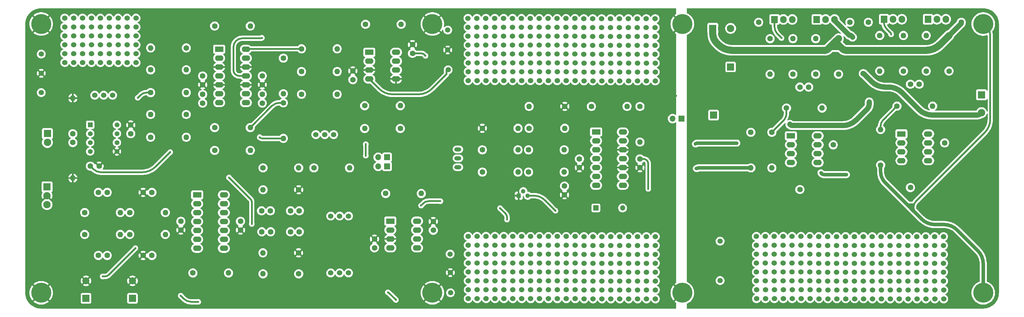
<source format=gbl>
G04 #@! TF.GenerationSoftware,KiCad,Pcbnew,8.0.4*
G04 #@! TF.CreationDate,2024-09-14T23:48:02-04:00*
G04 #@! TF.ProjectId,Signal_Processing_Board,5369676e-616c-45f5-9072-6f6365737369,rev?*
G04 #@! TF.SameCoordinates,Original*
G04 #@! TF.FileFunction,Copper,L2,Bot*
G04 #@! TF.FilePolarity,Positive*
%FSLAX46Y46*%
G04 Gerber Fmt 4.6, Leading zero omitted, Abs format (unit mm)*
G04 Created by KiCad (PCBNEW 8.0.4) date 2024-09-14 23:48:02*
%MOMM*%
%LPD*%
G01*
G04 APERTURE LIST*
G04 #@! TA.AperFunction,ComponentPad*
%ADD10C,1.500000*%
G04 #@! TD*
G04 #@! TA.AperFunction,ComponentPad*
%ADD11C,1.524000*%
G04 #@! TD*
G04 #@! TA.AperFunction,ComponentPad*
%ADD12C,5.700000*%
G04 #@! TD*
G04 #@! TA.AperFunction,ComponentPad*
%ADD13R,1.700000X1.700000*%
G04 #@! TD*
G04 #@! TA.AperFunction,ComponentPad*
%ADD14O,1.700000X1.700000*%
G04 #@! TD*
G04 #@! TA.AperFunction,ComponentPad*
%ADD15R,2.100000X2.100000*%
G04 #@! TD*
G04 #@! TA.AperFunction,ComponentPad*
%ADD16C,2.100000*%
G04 #@! TD*
G04 #@! TA.AperFunction,ComponentPad*
%ADD17R,2.400000X1.600000*%
G04 #@! TD*
G04 #@! TA.AperFunction,ComponentPad*
%ADD18O,2.400000X1.600000*%
G04 #@! TD*
G04 #@! TA.AperFunction,ComponentPad*
%ADD19C,1.600000*%
G04 #@! TD*
G04 #@! TA.AperFunction,ComponentPad*
%ADD20O,1.600000X1.600000*%
G04 #@! TD*
G04 #@! TA.AperFunction,ComponentPad*
%ADD21R,1.905000X2.000000*%
G04 #@! TD*
G04 #@! TA.AperFunction,ComponentPad*
%ADD22O,1.905000X2.000000*%
G04 #@! TD*
G04 #@! TA.AperFunction,ComponentPad*
%ADD23R,2.000000X2.000000*%
G04 #@! TD*
G04 #@! TA.AperFunction,ComponentPad*
%ADD24C,2.000000*%
G04 #@! TD*
G04 #@! TA.AperFunction,ComponentPad*
%ADD25C,1.300000*%
G04 #@! TD*
G04 #@! TA.AperFunction,ComponentPad*
%ADD26R,1.300000X1.300000*%
G04 #@! TD*
G04 #@! TA.AperFunction,ComponentPad*
%ADD27O,2.000000X1.200000*%
G04 #@! TD*
G04 #@! TA.AperFunction,ComponentPad*
%ADD28C,1.371600*%
G04 #@! TD*
G04 #@! TA.AperFunction,ComponentPad*
%ADD29R,1.371600X1.371600*%
G04 #@! TD*
G04 #@! TA.AperFunction,ComponentPad*
%ADD30O,1.500000X1.500000*%
G04 #@! TD*
G04 #@! TA.AperFunction,ComponentPad*
%ADD31R,1.500000X1.500000*%
G04 #@! TD*
G04 #@! TA.AperFunction,ViaPad*
%ADD32C,0.600000*%
G04 #@! TD*
G04 #@! TA.AperFunction,ViaPad*
%ADD33C,1.200000*%
G04 #@! TD*
G04 #@! TA.AperFunction,Conductor*
%ADD34C,0.500000*%
G04 #@! TD*
G04 #@! TA.AperFunction,Conductor*
%ADD35C,2.000000*%
G04 #@! TD*
G04 #@! TA.AperFunction,Conductor*
%ADD36C,1.000000*%
G04 #@! TD*
G04 #@! TA.AperFunction,Conductor*
%ADD37C,1.500000*%
G04 #@! TD*
G04 APERTURE END LIST*
D10*
X274750000Y-176750000D03*
X274750000Y-171250000D03*
X274750000Y-165500000D03*
D11*
X290180000Y-164130000D03*
X290180000Y-169210000D03*
X290190000Y-166670000D03*
X290190000Y-171750000D03*
X290190000Y-174290000D03*
X290200000Y-176830000D03*
X290210000Y-179370000D03*
X290220000Y-181910000D03*
X307960000Y-164170000D03*
X307960000Y-169250000D03*
X307970000Y-166710000D03*
X307970000Y-171790000D03*
X307970000Y-174330000D03*
X307980000Y-176870000D03*
X307990000Y-179410000D03*
X308000000Y-181950000D03*
X323200000Y-164200000D03*
X323200000Y-169280000D03*
X323210000Y-166740000D03*
X323210000Y-171820000D03*
X323210000Y-174360000D03*
X323220000Y-176900000D03*
X323230000Y-179440000D03*
X323240000Y-181980000D03*
X338440000Y-164200000D03*
X338440000Y-169280000D03*
X338450000Y-166740000D03*
X338450000Y-171820000D03*
X338450000Y-174360000D03*
X338460000Y-176900000D03*
X338470000Y-179440000D03*
X338480000Y-181980000D03*
X292720000Y-164130000D03*
X292720000Y-169210000D03*
X292730000Y-166670000D03*
X292730000Y-171750000D03*
X292730000Y-174290000D03*
X292740000Y-176830000D03*
X292750000Y-179370000D03*
X292760000Y-181910000D03*
X310500000Y-164170000D03*
X310500000Y-169250000D03*
X310510000Y-166710000D03*
X310510000Y-171790000D03*
X310510000Y-174330000D03*
X310520000Y-176870000D03*
X310530000Y-179410000D03*
X310540000Y-181950000D03*
X325740000Y-164200000D03*
X325740000Y-169280000D03*
X325750000Y-166740000D03*
X325750000Y-171820000D03*
X325750000Y-174360000D03*
X325760000Y-176900000D03*
X325770000Y-179440000D03*
X325780000Y-181980000D03*
X295260000Y-164130000D03*
X295260000Y-169210000D03*
X295270000Y-166670000D03*
X295270000Y-171750000D03*
X295270000Y-174290000D03*
X295280000Y-176830000D03*
X295290000Y-179370000D03*
X295300000Y-181910000D03*
X313040000Y-164170000D03*
X313040000Y-169250000D03*
X313050000Y-166710000D03*
X313050000Y-171790000D03*
X313050000Y-174330000D03*
X313060000Y-176870000D03*
X313070000Y-179410000D03*
X313080000Y-181950000D03*
X328280000Y-164200000D03*
X328280000Y-169280000D03*
X328290000Y-166740000D03*
X328290000Y-171820000D03*
X328290000Y-174360000D03*
X328300000Y-176900000D03*
X328310000Y-179440000D03*
X328320000Y-181980000D03*
X287640000Y-164130000D03*
X287640000Y-169210000D03*
X287650000Y-166670000D03*
X287650000Y-171750000D03*
X287650000Y-174290000D03*
X287660000Y-176830000D03*
X287670000Y-179370000D03*
X287680000Y-181910000D03*
X305420000Y-164170000D03*
X305420000Y-169250000D03*
X305430000Y-166710000D03*
X305430000Y-171790000D03*
X305430000Y-174330000D03*
X305440000Y-176870000D03*
X305450000Y-179410000D03*
X305460000Y-181950000D03*
X320660000Y-164200000D03*
X320660000Y-169280000D03*
X320670000Y-166740000D03*
X320670000Y-171820000D03*
X320670000Y-174360000D03*
X320680000Y-176900000D03*
X320690000Y-179440000D03*
X320700000Y-181980000D03*
X335900000Y-164200000D03*
X335900000Y-169280000D03*
X335910000Y-166740000D03*
X335910000Y-171820000D03*
X335910000Y-174360000D03*
X335920000Y-176900000D03*
X335930000Y-179440000D03*
X335940000Y-181980000D03*
X297800000Y-164130000D03*
X297800000Y-169210000D03*
X297810000Y-166670000D03*
X297810000Y-171750000D03*
X297810000Y-174290000D03*
X297820000Y-176830000D03*
X297830000Y-179370000D03*
X297840000Y-181910000D03*
X315580000Y-164170000D03*
X315580000Y-169250000D03*
X315590000Y-166710000D03*
X315590000Y-171790000D03*
X315590000Y-174330000D03*
X315600000Y-176870000D03*
X315610000Y-179410000D03*
X315620000Y-181950000D03*
X330820000Y-164200000D03*
X330820000Y-169280000D03*
X330830000Y-166740000D03*
X330830000Y-171820000D03*
X330830000Y-174360000D03*
X330840000Y-176900000D03*
X330850000Y-179440000D03*
X330860000Y-181980000D03*
X285100000Y-164130000D03*
X285100000Y-169210000D03*
X285110000Y-166670000D03*
X285110000Y-171750000D03*
X285110000Y-174290000D03*
X285120000Y-176830000D03*
X285130000Y-179370000D03*
X285140000Y-181910000D03*
X300340000Y-164160000D03*
X300340000Y-169240000D03*
X300350000Y-166700000D03*
X300350000Y-171780000D03*
X300350000Y-174320000D03*
X300360000Y-176860000D03*
X300370000Y-179400000D03*
X300380000Y-181940000D03*
X302880000Y-164170000D03*
X302880000Y-169250000D03*
X302890000Y-166710000D03*
X302890000Y-171790000D03*
X302890000Y-174330000D03*
X302900000Y-176870000D03*
X302910000Y-179410000D03*
X302920000Y-181950000D03*
X318120000Y-164200000D03*
X318120000Y-169280000D03*
X318130000Y-166740000D03*
X318130000Y-171820000D03*
X318130000Y-174360000D03*
X318140000Y-176900000D03*
X318150000Y-179440000D03*
X318160000Y-181980000D03*
X333360000Y-164200000D03*
X333360000Y-169280000D03*
X333370000Y-166740000D03*
X333370000Y-171820000D03*
X333370000Y-174360000D03*
X333380000Y-176900000D03*
X333390000Y-179440000D03*
X333400000Y-181980000D03*
D12*
X349750000Y-180250000D03*
X349750000Y-103500000D03*
X264000000Y-180250000D03*
X264000000Y-103500000D03*
D13*
X263745000Y-130500000D03*
D14*
X261205000Y-130500000D03*
D15*
X349250000Y-123710000D03*
D16*
X349250000Y-126250000D03*
X349250000Y-128790000D03*
D17*
X294940000Y-135440000D03*
D18*
X294940000Y-137980000D03*
X294940000Y-140520000D03*
X294940000Y-143060000D03*
X302560000Y-143060000D03*
X302560000Y-140520000D03*
X302560000Y-137980000D03*
X302560000Y-135440000D03*
X334060000Y-134880000D03*
X334060000Y-137420000D03*
X334060000Y-139960000D03*
X334060000Y-142500000D03*
X326440000Y-142500000D03*
X326440000Y-139960000D03*
X326440000Y-137420000D03*
D17*
X326440000Y-134880000D03*
D19*
X283500000Y-134420000D03*
D20*
X283500000Y-144580000D03*
D19*
X293670000Y-127500000D03*
D20*
X303830000Y-127500000D03*
D19*
X289500000Y-134420000D03*
D20*
X289500000Y-144580000D03*
D19*
X308500000Y-117830000D03*
D20*
X308500000Y-107670000D03*
D19*
X302000000Y-117830000D03*
D20*
X302000000Y-107670000D03*
D19*
X295500000Y-117830000D03*
D20*
X295500000Y-107670000D03*
D19*
X289000000Y-107690000D03*
D20*
X289000000Y-117850000D03*
D19*
X320500000Y-143770000D03*
D20*
X320500000Y-133610000D03*
D19*
X325170000Y-126940000D03*
D20*
X335330000Y-126940000D03*
D19*
X340000000Y-116940000D03*
D20*
X340000000Y-106780000D03*
D19*
X333500000Y-116940000D03*
D20*
X333500000Y-106780000D03*
D19*
X320250000Y-106780000D03*
D20*
X320250000Y-116940000D03*
D19*
X327000000Y-116940000D03*
D20*
X327000000Y-106780000D03*
D21*
X302290000Y-102195000D03*
D22*
X304830000Y-102195000D03*
X307370000Y-102195000D03*
D21*
X290250000Y-102195000D03*
D22*
X292790000Y-102195000D03*
X295330000Y-102195000D03*
X339080000Y-102140000D03*
X336540000Y-102140000D03*
D21*
X334000000Y-102140000D03*
D22*
X326540000Y-102135000D03*
X324000000Y-102135000D03*
D21*
X321460000Y-102135000D03*
D15*
X272670000Y-104750000D03*
D16*
X275210000Y-104750000D03*
X277750000Y-104750000D03*
D19*
X311750000Y-103000000D03*
X311750000Y-100500000D03*
X285750000Y-103000000D03*
X285750000Y-100500000D03*
X343500000Y-103000000D03*
X343500000Y-100500000D03*
X317000000Y-103000000D03*
X317000000Y-100500000D03*
X329000000Y-150190000D03*
X331500000Y-150190000D03*
X338750000Y-137440000D03*
X338750000Y-134940000D03*
X297500000Y-150750000D03*
X300000000Y-150750000D03*
X307000000Y-138000000D03*
X307000000Y-135500000D03*
X297500000Y-121500000D03*
X300000000Y-121500000D03*
X331500000Y-120690000D03*
X329000000Y-120690000D03*
D23*
X272882323Y-129500000D03*
D24*
X277882323Y-129500000D03*
D23*
X277750000Y-115750000D03*
D24*
X272750000Y-115750000D03*
D25*
X219925000Y-152523536D03*
X218655000Y-151253536D03*
D26*
X217385000Y-152523536D03*
D19*
X176260000Y-167388536D03*
X176260000Y-164888536D03*
D20*
X165610000Y-110578536D03*
D19*
X155450000Y-110578536D03*
D20*
X217155000Y-133273536D03*
D19*
X206995000Y-133273536D03*
D20*
X217155000Y-145773536D03*
D19*
X206995000Y-145773536D03*
X97570000Y-169578536D03*
X100070000Y-169578536D03*
D20*
X90280000Y-147488536D03*
D19*
X90280000Y-137328536D03*
X152320000Y-162828536D03*
X154820000Y-162828536D03*
D20*
X144450000Y-168828536D03*
D19*
X154610000Y-168828536D03*
D20*
X173450000Y-133328536D03*
D19*
X183610000Y-133328536D03*
D12*
X192750000Y-103500000D03*
D19*
X100070000Y-151578536D03*
X97570000Y-151578536D03*
D10*
X81280000Y-123078536D03*
D11*
X251200000Y-119728536D03*
X251190000Y-117188536D03*
X251180000Y-114648536D03*
X251170000Y-112108536D03*
X251170000Y-109568536D03*
X251170000Y-104488536D03*
X251160000Y-107028536D03*
X251160000Y-101948536D03*
X235960000Y-119728536D03*
X235950000Y-117188536D03*
X235940000Y-114648536D03*
X235930000Y-112108536D03*
X235930000Y-109568536D03*
X235930000Y-104488536D03*
X235920000Y-107028536D03*
X235920000Y-101948536D03*
X220720000Y-119698536D03*
X220710000Y-117158536D03*
X220700000Y-114618536D03*
X220690000Y-112078536D03*
X220690000Y-109538536D03*
X220690000Y-104458536D03*
X220680000Y-106998536D03*
X220680000Y-101918536D03*
X218180000Y-119688536D03*
X218170000Y-117148536D03*
X218160000Y-114608536D03*
X218150000Y-112068536D03*
X218150000Y-109528536D03*
X218150000Y-104448536D03*
X218140000Y-106988536D03*
X218140000Y-101908536D03*
X202940000Y-119658536D03*
X202930000Y-117118536D03*
X202920000Y-114578536D03*
X202910000Y-112038536D03*
X202910000Y-109498536D03*
X202910000Y-104418536D03*
X202900000Y-106958536D03*
X202900000Y-101878536D03*
X248660000Y-119728536D03*
X248650000Y-117188536D03*
X248640000Y-114648536D03*
X248630000Y-112108536D03*
X248630000Y-109568536D03*
X248630000Y-104488536D03*
X248620000Y-107028536D03*
X248620000Y-101948536D03*
X233420000Y-119698536D03*
X233410000Y-117158536D03*
X233400000Y-114618536D03*
X233390000Y-112078536D03*
X233390000Y-109538536D03*
X233390000Y-104458536D03*
X233380000Y-106998536D03*
X233380000Y-101918536D03*
X215640000Y-119658536D03*
X215630000Y-117118536D03*
X215620000Y-114578536D03*
X215610000Y-112038536D03*
X215610000Y-109498536D03*
X215610000Y-104418536D03*
X215600000Y-106958536D03*
X215600000Y-101878536D03*
X253740000Y-119728536D03*
X253730000Y-117188536D03*
X253720000Y-114648536D03*
X253710000Y-112108536D03*
X253710000Y-109568536D03*
X253710000Y-104488536D03*
X253700000Y-107028536D03*
X253700000Y-101948536D03*
X238500000Y-119728536D03*
X238490000Y-117188536D03*
X238480000Y-114648536D03*
X238470000Y-112108536D03*
X238470000Y-109568536D03*
X238470000Y-104488536D03*
X238460000Y-107028536D03*
X238460000Y-101948536D03*
X223260000Y-119698536D03*
X223250000Y-117158536D03*
X223240000Y-114618536D03*
X223230000Y-112078536D03*
X223230000Y-109538536D03*
X223230000Y-104458536D03*
X223220000Y-106998536D03*
X223220000Y-101918536D03*
X205480000Y-119658536D03*
X205470000Y-117118536D03*
X205460000Y-114578536D03*
X205450000Y-112038536D03*
X205450000Y-109498536D03*
X205450000Y-104418536D03*
X205440000Y-106958536D03*
X205440000Y-101878536D03*
X246120000Y-119728536D03*
X246110000Y-117188536D03*
X246100000Y-114648536D03*
X246090000Y-112108536D03*
X246090000Y-109568536D03*
X246090000Y-104488536D03*
X246080000Y-107028536D03*
X246080000Y-101948536D03*
X230880000Y-119698536D03*
X230870000Y-117158536D03*
X230860000Y-114618536D03*
X230850000Y-112078536D03*
X230850000Y-109538536D03*
X230850000Y-104458536D03*
X230840000Y-106998536D03*
X230840000Y-101918536D03*
X213100000Y-119658536D03*
X213090000Y-117118536D03*
X213080000Y-114578536D03*
X213070000Y-112038536D03*
X213070000Y-109498536D03*
X213070000Y-104418536D03*
X213060000Y-106958536D03*
X213060000Y-101878536D03*
X243580000Y-119728536D03*
X243570000Y-117188536D03*
X243560000Y-114648536D03*
X243550000Y-112108536D03*
X243550000Y-109568536D03*
X243550000Y-104488536D03*
X243540000Y-107028536D03*
X243540000Y-101948536D03*
X228340000Y-119698536D03*
X228330000Y-117158536D03*
X228320000Y-114618536D03*
X228310000Y-112078536D03*
X228310000Y-109538536D03*
X228310000Y-104458536D03*
X228300000Y-106998536D03*
X228300000Y-101918536D03*
X210560000Y-119658536D03*
X210550000Y-117118536D03*
X210540000Y-114578536D03*
X210530000Y-112038536D03*
X210530000Y-109498536D03*
X210530000Y-104418536D03*
X210520000Y-106958536D03*
X210520000Y-101878536D03*
X256280000Y-119728536D03*
X256270000Y-117188536D03*
X256260000Y-114648536D03*
X256250000Y-112108536D03*
X256250000Y-109568536D03*
X256250000Y-104488536D03*
X256240000Y-107028536D03*
X256240000Y-101948536D03*
X241040000Y-119728536D03*
X241030000Y-117188536D03*
X241020000Y-114648536D03*
X241010000Y-112108536D03*
X241010000Y-109568536D03*
X241010000Y-104488536D03*
X241000000Y-107028536D03*
X241000000Y-101948536D03*
X225800000Y-119698536D03*
X225790000Y-117158536D03*
X225780000Y-114618536D03*
X225770000Y-112078536D03*
X225770000Y-109538536D03*
X225770000Y-104458536D03*
X225760000Y-106998536D03*
X225760000Y-101918536D03*
X208020000Y-119658536D03*
X208010000Y-117118536D03*
X208000000Y-114578536D03*
X207990000Y-112038536D03*
X207990000Y-109498536D03*
X207990000Y-104418536D03*
X207980000Y-106958536D03*
X207980000Y-101878536D03*
D19*
X121070000Y-159828536D03*
X121070000Y-162328536D03*
D20*
X169150000Y-144578536D03*
D19*
X158990000Y-144578536D03*
D20*
X150280000Y-136158536D03*
D19*
X150280000Y-125998536D03*
D27*
X200030000Y-139288536D03*
X200030000Y-141828536D03*
X200030000Y-144368536D03*
D10*
X197120000Y-105228536D03*
D20*
X183860000Y-103578536D03*
D19*
X173700000Y-103578536D03*
D14*
X177315000Y-144153536D03*
D13*
X179855000Y-144153536D03*
D20*
X112450000Y-129328536D03*
D19*
X122610000Y-129328536D03*
D20*
X122610000Y-135828536D03*
D19*
X112450000Y-135828536D03*
D20*
X230315000Y-139423536D03*
D19*
X220155000Y-139423536D03*
X127280000Y-126078536D03*
X127280000Y-123578536D03*
D20*
X165610000Y-117078536D03*
D19*
X155450000Y-117078536D03*
D11*
X168860000Y-174578536D03*
X166320000Y-174578536D03*
X163780000Y-174578536D03*
D19*
X251905000Y-144523536D03*
X251905000Y-142023536D03*
D24*
X107280000Y-176828536D03*
D23*
X107280000Y-181828536D03*
D10*
X81280000Y-112078536D03*
D20*
X140860000Y-139578536D03*
D19*
X130700000Y-139578536D03*
D10*
X197870000Y-174488536D03*
D18*
X133320000Y-152288536D03*
X133320000Y-154828536D03*
X133320000Y-157368536D03*
X133320000Y-159908536D03*
X133320000Y-162448536D03*
X133320000Y-164988536D03*
X133320000Y-167528536D03*
X125700000Y-167528536D03*
X125700000Y-164988536D03*
X125700000Y-162448536D03*
X125700000Y-159908536D03*
X125700000Y-157368536D03*
X125700000Y-154828536D03*
D17*
X125700000Y-152288536D03*
D19*
X230405000Y-152273536D03*
X230405000Y-149773536D03*
D20*
X112450000Y-110328536D03*
D19*
X122610000Y-110328536D03*
D20*
X230465000Y-133273536D03*
D19*
X220305000Y-133273536D03*
D12*
X81250000Y-103500000D03*
D20*
X90280000Y-124668536D03*
D19*
X90280000Y-134828536D03*
D28*
X102840000Y-132268536D03*
X102840000Y-134808536D03*
X102840000Y-137348536D03*
X102840000Y-139888536D03*
X95220000Y-139888536D03*
X95220000Y-137348536D03*
X95220000Y-134808536D03*
D29*
X95220000Y-132268536D03*
D11*
X251250000Y-181978536D03*
X251240000Y-179438536D03*
X251230000Y-176898536D03*
X251220000Y-174358536D03*
X251220000Y-171818536D03*
X251220000Y-166738536D03*
X251210000Y-169278536D03*
X251210000Y-164198536D03*
X236010000Y-181978536D03*
X236000000Y-179438536D03*
X235990000Y-176898536D03*
X235980000Y-174358536D03*
X235980000Y-171818536D03*
X235980000Y-166738536D03*
X235970000Y-169278536D03*
X235970000Y-164198536D03*
X220770000Y-181948536D03*
X220760000Y-179408536D03*
X220750000Y-176868536D03*
X220740000Y-174328536D03*
X220740000Y-171788536D03*
X220740000Y-166708536D03*
X220730000Y-169248536D03*
X220730000Y-164168536D03*
X218230000Y-181938536D03*
X218220000Y-179398536D03*
X218210000Y-176858536D03*
X218200000Y-174318536D03*
X218200000Y-171778536D03*
X218200000Y-166698536D03*
X218190000Y-169238536D03*
X218190000Y-164158536D03*
X202990000Y-181908536D03*
X202980000Y-179368536D03*
X202970000Y-176828536D03*
X202960000Y-174288536D03*
X202960000Y-171748536D03*
X202960000Y-166668536D03*
X202950000Y-169208536D03*
X202950000Y-164128536D03*
X248710000Y-181978536D03*
X248700000Y-179438536D03*
X248690000Y-176898536D03*
X248680000Y-174358536D03*
X248680000Y-171818536D03*
X248680000Y-166738536D03*
X248670000Y-169278536D03*
X248670000Y-164198536D03*
X233470000Y-181948536D03*
X233460000Y-179408536D03*
X233450000Y-176868536D03*
X233440000Y-174328536D03*
X233440000Y-171788536D03*
X233440000Y-166708536D03*
X233430000Y-169248536D03*
X233430000Y-164168536D03*
X215690000Y-181908536D03*
X215680000Y-179368536D03*
X215670000Y-176828536D03*
X215660000Y-174288536D03*
X215660000Y-171748536D03*
X215660000Y-166668536D03*
X215650000Y-169208536D03*
X215650000Y-164128536D03*
X253790000Y-181978536D03*
X253780000Y-179438536D03*
X253770000Y-176898536D03*
X253760000Y-174358536D03*
X253760000Y-171818536D03*
X253760000Y-166738536D03*
X253750000Y-169278536D03*
X253750000Y-164198536D03*
X238550000Y-181978536D03*
X238540000Y-179438536D03*
X238530000Y-176898536D03*
X238520000Y-174358536D03*
X238520000Y-171818536D03*
X238520000Y-166738536D03*
X238510000Y-169278536D03*
X238510000Y-164198536D03*
X223310000Y-181948536D03*
X223300000Y-179408536D03*
X223290000Y-176868536D03*
X223280000Y-174328536D03*
X223280000Y-171788536D03*
X223280000Y-166708536D03*
X223270000Y-169248536D03*
X223270000Y-164168536D03*
X205530000Y-181908536D03*
X205520000Y-179368536D03*
X205510000Y-176828536D03*
X205500000Y-174288536D03*
X205500000Y-171748536D03*
X205500000Y-166668536D03*
X205490000Y-169208536D03*
X205490000Y-164128536D03*
X246170000Y-181978536D03*
X246160000Y-179438536D03*
X246150000Y-176898536D03*
X246140000Y-174358536D03*
X246140000Y-171818536D03*
X246140000Y-166738536D03*
X246130000Y-169278536D03*
X246130000Y-164198536D03*
X230930000Y-181948536D03*
X230920000Y-179408536D03*
X230910000Y-176868536D03*
X230900000Y-174328536D03*
X230900000Y-171788536D03*
X230900000Y-166708536D03*
X230890000Y-169248536D03*
X230890000Y-164168536D03*
X213150000Y-181908536D03*
X213140000Y-179368536D03*
X213130000Y-176828536D03*
X213120000Y-174288536D03*
X213120000Y-171748536D03*
X213120000Y-166668536D03*
X213110000Y-169208536D03*
X213110000Y-164128536D03*
X243630000Y-181978536D03*
X243620000Y-179438536D03*
X243610000Y-176898536D03*
X243600000Y-174358536D03*
X243600000Y-171818536D03*
X243600000Y-166738536D03*
X243590000Y-169278536D03*
X243590000Y-164198536D03*
X228390000Y-181948536D03*
X228380000Y-179408536D03*
X228370000Y-176868536D03*
X228360000Y-174328536D03*
X228360000Y-171788536D03*
X228360000Y-166708536D03*
X228350000Y-169248536D03*
X228350000Y-164168536D03*
X210610000Y-181908536D03*
X210600000Y-179368536D03*
X210590000Y-176828536D03*
X210580000Y-174288536D03*
X210580000Y-171748536D03*
X210580000Y-166668536D03*
X210570000Y-169208536D03*
X210570000Y-164128536D03*
X256330000Y-181978536D03*
X256320000Y-179438536D03*
X256310000Y-176898536D03*
X256300000Y-174358536D03*
X256300000Y-171818536D03*
X256300000Y-166738536D03*
X256290000Y-169278536D03*
X256290000Y-164198536D03*
X241090000Y-181978536D03*
X241080000Y-179438536D03*
X241070000Y-176898536D03*
X241060000Y-174358536D03*
X241060000Y-171818536D03*
X241060000Y-166738536D03*
X241050000Y-169278536D03*
X241050000Y-164198536D03*
X225850000Y-181948536D03*
X225840000Y-179408536D03*
X225830000Y-176868536D03*
X225820000Y-174328536D03*
X225820000Y-171788536D03*
X225820000Y-166708536D03*
X225810000Y-169248536D03*
X225810000Y-164168536D03*
X208070000Y-181908536D03*
X208060000Y-179368536D03*
X208050000Y-176828536D03*
X208040000Y-174288536D03*
X208040000Y-171748536D03*
X208040000Y-166668536D03*
X208030000Y-169208536D03*
X208030000Y-164128536D03*
D19*
X170090000Y-119388536D03*
X170090000Y-116888536D03*
D20*
X116650000Y-157328536D03*
D19*
X106490000Y-157328536D03*
D11*
X101610000Y-123828536D03*
X99070000Y-123828536D03*
X96530000Y-123828536D03*
D19*
X106780000Y-132328536D03*
X106780000Y-134828536D03*
D20*
X230315000Y-145773536D03*
D19*
X220155000Y-145773536D03*
D10*
X197250000Y-116578536D03*
D20*
X251905000Y-137203536D03*
D19*
X251905000Y-127043536D03*
X112820000Y-151578536D03*
X110320000Y-151578536D03*
D18*
X139590000Y-110708536D03*
X139590000Y-113248536D03*
X139590000Y-115788536D03*
X139590000Y-118328536D03*
X139590000Y-120868536D03*
X139590000Y-123408536D03*
X139590000Y-125948536D03*
X131970000Y-125948536D03*
X131970000Y-123408536D03*
X131970000Y-120868536D03*
X131970000Y-118328536D03*
X131970000Y-115788536D03*
X131970000Y-113248536D03*
D17*
X131970000Y-110708536D03*
D19*
X112820000Y-169578536D03*
X110320000Y-169578536D03*
D20*
X144490000Y-150828536D03*
D19*
X154650000Y-150828536D03*
X127280000Y-118328536D03*
X127280000Y-120828536D03*
D11*
X164610000Y-135078536D03*
X162070000Y-135078536D03*
X159530000Y-135078536D03*
D20*
X140860000Y-104078536D03*
D19*
X130700000Y-104078536D03*
D18*
X247025000Y-134323536D03*
X247025000Y-136863536D03*
X247025000Y-139403536D03*
X247025000Y-141943536D03*
X247025000Y-144483536D03*
X247025000Y-147023536D03*
X247025000Y-149563536D03*
X239405000Y-149563536D03*
X239405000Y-147023536D03*
X239405000Y-144483536D03*
X239405000Y-141943536D03*
X239405000Y-139403536D03*
X239405000Y-136863536D03*
D17*
X239405000Y-134323536D03*
D11*
X168860000Y-158328536D03*
X166320000Y-158328536D03*
X163780000Y-158328536D03*
D19*
X144150000Y-162828536D03*
X146650000Y-162828536D03*
D20*
X183610000Y-126828536D03*
D19*
X173450000Y-126828536D03*
D18*
X182400000Y-111578536D03*
X182400000Y-114118536D03*
X182400000Y-116658536D03*
X182400000Y-119198536D03*
X174780000Y-119198536D03*
X174780000Y-116658536D03*
X174780000Y-114118536D03*
D17*
X174780000Y-111578536D03*
D20*
X140860000Y-133078536D03*
D19*
X130700000Y-133078536D03*
X152320000Y-156828536D03*
X154820000Y-156828536D03*
D16*
X83030000Y-137328536D03*
D15*
X83030000Y-134788536D03*
D20*
X165610000Y-123578536D03*
D19*
X155450000Y-123578536D03*
D10*
X197130000Y-110908536D03*
D20*
X122610000Y-116578536D03*
D19*
X112450000Y-116578536D03*
D10*
X81280000Y-117578536D03*
D20*
X220325000Y-127023536D03*
D19*
X230485000Y-127023536D03*
D20*
X122610000Y-123078536D03*
D19*
X112450000Y-123078536D03*
D11*
X98140000Y-114528536D03*
X98130000Y-111988536D03*
X98130000Y-109448536D03*
X98130000Y-104368536D03*
X98120000Y-106908536D03*
X98120000Y-101828536D03*
X95600000Y-114518536D03*
X95590000Y-111978536D03*
X95590000Y-109438536D03*
X95590000Y-104358536D03*
X95580000Y-106898536D03*
X95580000Y-101818536D03*
X93060000Y-114488536D03*
X93050000Y-111948536D03*
X93050000Y-109408536D03*
X93050000Y-104328536D03*
X93040000Y-106868536D03*
X93040000Y-101788536D03*
X100680000Y-114528536D03*
X100670000Y-111988536D03*
X100670000Y-109448536D03*
X100670000Y-104368536D03*
X100660000Y-106908536D03*
X100660000Y-101828536D03*
X108300000Y-114528536D03*
X108290000Y-111988536D03*
X108290000Y-109448536D03*
X108290000Y-104368536D03*
X108280000Y-106908536D03*
X108280000Y-101828536D03*
X90520000Y-114488536D03*
X90510000Y-111948536D03*
X90510000Y-109408536D03*
X90510000Y-104328536D03*
X90500000Y-106868536D03*
X90500000Y-101788536D03*
X105760000Y-114528536D03*
X105750000Y-111988536D03*
X105750000Y-109448536D03*
X105750000Y-104368536D03*
X105740000Y-106908536D03*
X105740000Y-101828536D03*
X87980000Y-114488536D03*
X87970000Y-111948536D03*
X87970000Y-109408536D03*
X87970000Y-104328536D03*
X87960000Y-106868536D03*
X87960000Y-101788536D03*
X103220000Y-114528536D03*
X103210000Y-111988536D03*
X103210000Y-109448536D03*
X103210000Y-104368536D03*
X103200000Y-106908536D03*
X103200000Y-101828536D03*
D19*
X97780000Y-144078536D03*
X95280000Y-144078536D03*
X193010000Y-162388536D03*
X193010000Y-159888536D03*
X144280000Y-126078536D03*
X144280000Y-123578536D03*
D20*
X150280000Y-123408536D03*
D19*
X150280000Y-113248536D03*
D24*
X94030000Y-176828536D03*
D23*
X94030000Y-181828536D03*
D19*
X144280000Y-118328536D03*
X144280000Y-120828536D03*
D18*
X188380000Y-159768536D03*
X188380000Y-162308536D03*
X188380000Y-164848536D03*
X188380000Y-167388536D03*
X180760000Y-167388536D03*
X180760000Y-164848536D03*
X180760000Y-162308536D03*
D17*
X180760000Y-159768536D03*
D12*
X192750000Y-180250000D03*
D19*
X187090000Y-111888536D03*
X187090000Y-109388536D03*
D20*
X189590000Y-151888536D03*
D19*
X179430000Y-151888536D03*
D20*
X103820000Y-163578536D03*
D19*
X93660000Y-163578536D03*
D20*
X103820000Y-157328536D03*
D19*
X93660000Y-157328536D03*
D20*
X116650000Y-163578536D03*
D19*
X106490000Y-163578536D03*
D20*
X217155000Y-139423536D03*
D19*
X206995000Y-139423536D03*
D12*
X81250000Y-180250000D03*
D30*
X246960000Y-156023536D03*
D31*
X239340000Y-156023536D03*
D14*
X177315000Y-141553536D03*
D13*
X179855000Y-141553536D03*
D20*
X248235000Y-127023536D03*
D19*
X238075000Y-127023536D03*
D16*
X82920000Y-155068536D03*
X82920000Y-152528536D03*
D15*
X82920000Y-149988536D03*
D20*
X154650000Y-144578536D03*
D19*
X144490000Y-144578536D03*
X138070000Y-162328536D03*
X138070000Y-159828536D03*
D10*
X197920000Y-180248536D03*
X197800000Y-169168536D03*
D20*
X144490000Y-174828536D03*
D19*
X154650000Y-174828536D03*
X144070000Y-156828536D03*
X146570000Y-156828536D03*
X234655000Y-144523536D03*
X234655000Y-142023536D03*
D20*
X134650000Y-174578536D03*
D19*
X124490000Y-174578536D03*
D32*
X330250000Y-102000000D03*
X336750000Y-116750000D03*
X347000000Y-147750000D03*
X340250000Y-151250000D03*
X347000000Y-151250000D03*
X282250000Y-151000000D03*
X315500000Y-149250000D03*
X327500000Y-128750000D03*
X338500000Y-132250000D03*
X338750000Y-126250000D03*
X322500000Y-124750000D03*
X314750000Y-122750000D03*
X304750000Y-123500000D03*
X299000000Y-127250000D03*
X307000000Y-130250000D03*
X282000000Y-101250000D03*
X314250000Y-102000000D03*
X330000000Y-106000000D03*
X340000000Y-112500000D03*
X341250000Y-120250000D03*
X326250000Y-119500000D03*
X338750000Y-143000000D03*
X330250000Y-140750000D03*
X318500000Y-130750000D03*
X315750000Y-138500000D03*
X346750000Y-119500000D03*
X346750000Y-116500000D03*
X351750000Y-135500000D03*
X351750000Y-137750000D03*
X351750000Y-141000000D03*
X351750000Y-144250000D03*
X351750000Y-147750000D03*
X351750000Y-151250000D03*
X351750000Y-154750000D03*
X347000000Y-161250000D03*
X351750000Y-161250000D03*
X347000000Y-174250000D03*
X351750000Y-174250000D03*
X351750000Y-169000000D03*
X351750000Y-164750000D03*
X351750000Y-158000000D03*
X347000000Y-158000000D03*
X340250000Y-158000000D03*
X334000000Y-158000000D03*
X326750000Y-158000000D03*
X320250000Y-158000000D03*
X313750000Y-158000000D03*
X308750000Y-158000000D03*
X301750000Y-158000000D03*
X296000000Y-158000000D03*
X289500000Y-158000000D03*
X282250000Y-158000000D03*
X261500000Y-108500000D03*
X261500000Y-111750000D03*
X261500000Y-116500000D03*
X261500000Y-120000000D03*
X261500000Y-126250000D03*
X261500000Y-136250000D03*
X261500000Y-139250000D03*
X261500000Y-143000000D03*
X261500000Y-146500000D03*
X261500000Y-149250000D03*
X261500000Y-152500000D03*
X261500000Y-155250000D03*
X261500000Y-157000000D03*
X261500000Y-159750000D03*
X261500000Y-161500000D03*
X261500000Y-164250000D03*
X261500000Y-166750000D03*
X261500000Y-169500000D03*
X261500000Y-173750000D03*
X266500000Y-173250000D03*
X266500000Y-166750000D03*
X266500000Y-169500000D03*
X266500000Y-157000000D03*
X266500000Y-161500000D03*
X266500000Y-159750000D03*
X266500000Y-164000000D03*
X266500000Y-152500000D03*
X266500000Y-155250000D03*
X266500000Y-149250000D03*
X268750000Y-141000000D03*
X266500000Y-124500000D03*
X266500000Y-122250000D03*
X266500000Y-120000000D03*
X266500000Y-117250000D03*
X266500000Y-113000000D03*
X266500000Y-115500000D03*
X266500000Y-110500000D03*
X282750000Y-115000000D03*
X282500000Y-121000000D03*
X283500000Y-127250000D03*
X285000000Y-130250000D03*
X267750000Y-137750000D03*
X279500000Y-137500000D03*
X262250000Y-124000000D03*
X303500000Y-146000000D03*
X310750000Y-146500000D03*
X268000000Y-144750000D03*
D33*
X294625000Y-132125000D03*
X317250000Y-125750000D03*
X312500000Y-107250000D03*
D32*
X323500000Y-106440000D03*
X292250000Y-107500000D03*
X190780000Y-112578536D03*
X98780000Y-175578536D03*
X108105000Y-167503536D03*
X144155000Y-107453536D03*
X121030000Y-181078536D03*
X126030000Y-182828536D03*
X214530000Y-124828536D03*
X200030000Y-134578536D03*
X113030000Y-176828536D03*
X98780000Y-130078536D03*
X172530000Y-147328536D03*
X150280000Y-118328536D03*
X177530000Y-170328536D03*
X164780000Y-132078536D03*
X150030000Y-131078536D03*
X168530000Y-103578536D03*
X86530000Y-121328536D03*
X87780000Y-170828536D03*
X116280000Y-171078536D03*
X205280000Y-130078536D03*
X122530000Y-177828536D03*
X160030000Y-103828536D03*
X120280000Y-177078536D03*
X125530000Y-138328536D03*
X202280000Y-126578536D03*
X78530000Y-122078536D03*
X126530000Y-144828536D03*
X243030000Y-148078536D03*
X230280000Y-123328536D03*
X78530000Y-113828536D03*
X112280000Y-139328536D03*
X135780000Y-122078536D03*
X118280000Y-116578536D03*
X196530000Y-129328536D03*
X160780000Y-160578536D03*
X158780000Y-155078536D03*
X167780000Y-178578536D03*
X250280000Y-152578536D03*
X163530000Y-171078536D03*
X85530000Y-125328536D03*
X239280000Y-152828536D03*
X219530000Y-123578536D03*
X236280000Y-124078536D03*
X141530000Y-177328536D03*
X86280000Y-164328536D03*
X188280000Y-148078536D03*
X83030000Y-129328536D03*
X162780000Y-179328536D03*
X129530000Y-150578536D03*
X129530000Y-157078536D03*
X78280000Y-125328536D03*
X200530000Y-130828536D03*
X83030000Y-146078536D03*
X173030000Y-165578536D03*
X78530000Y-111328536D03*
X94280000Y-118578536D03*
X194030000Y-172078536D03*
X93780000Y-122578536D03*
X199030000Y-148578536D03*
X81530000Y-157828536D03*
X91030000Y-166828536D03*
X92780000Y-170328536D03*
X117530000Y-123328536D03*
X150530000Y-107078536D03*
X106280000Y-120328536D03*
X97780000Y-140328536D03*
X178780000Y-126828536D03*
X135780000Y-124578536D03*
X83030000Y-142578536D03*
X207280000Y-160328536D03*
X171280000Y-130328536D03*
X120030000Y-102328536D03*
X80280000Y-108828536D03*
X133280000Y-144828536D03*
X135280000Y-178828536D03*
X192780000Y-134578536D03*
X116780000Y-177078536D03*
X178030000Y-163828536D03*
X160780000Y-166328536D03*
X132780000Y-171328536D03*
X166780000Y-126578536D03*
X78530000Y-119328536D03*
X178280000Y-133328536D03*
X134780000Y-133328536D03*
X170030000Y-154578536D03*
X126280000Y-115828536D03*
X153530000Y-104078536D03*
X113780000Y-102328536D03*
X90780000Y-173328536D03*
X166280000Y-163828536D03*
X86530000Y-167828536D03*
X107030000Y-143578536D03*
X102280000Y-117578536D03*
X218530000Y-142828536D03*
X81530000Y-170328536D03*
X120780000Y-172328536D03*
X78280000Y-116828536D03*
X173280000Y-171078536D03*
X107030000Y-172078536D03*
X106280000Y-127828536D03*
X119280000Y-144828536D03*
X256530000Y-158328536D03*
X186030000Y-179828536D03*
X117530000Y-129328536D03*
X234030000Y-130078536D03*
X107530000Y-147578536D03*
X90280000Y-181328536D03*
X254280000Y-150578536D03*
X195030000Y-154078536D03*
X190863629Y-123162165D03*
X180060000Y-180118536D03*
X182370000Y-182278536D03*
X212030000Y-156078536D03*
X118030000Y-140078536D03*
X189530000Y-155328536D03*
X214030000Y-159328536D03*
X134780000Y-147328536D03*
X108780000Y-124578536D03*
X141280000Y-160578536D03*
X143530000Y-135828536D03*
X173780000Y-137828536D03*
X173780000Y-141078536D03*
X227830000Y-156828536D03*
D33*
X315500000Y-117646446D03*
D34*
X265750000Y-180250000D02*
X264000000Y-180250000D01*
D35*
X305556875Y-110613125D02*
X305556875Y-110613125D01*
X309290000Y-110290000D02*
X309290000Y-110290000D01*
X305520625Y-110649375D02*
X305556875Y-110613125D01*
X305556875Y-110613125D02*
X305520625Y-110649375D01*
X309455000Y-110455000D02*
X309290000Y-110290000D01*
X309290000Y-110290000D02*
X309455000Y-110455000D01*
D34*
X328925516Y-155500000D02*
G75*
G03*
X329479442Y-155270553I-16J783400D01*
G01*
X329479444Y-155270555D02*
G75*
G03*
X329574483Y-155500022I95056J-95045D01*
G01*
X329661611Y-155844669D02*
G75*
G03*
X329297336Y-155995559I-11J-515131D01*
G01*
X328765165Y-155500000D02*
G75*
G03*
X328687560Y-155687440I35J-109800D01*
G01*
D36*
X328312500Y-155312500D02*
G75*
G03*
X328765165Y-155500014I452700J452700D01*
G01*
D34*
X328338388Y-155000000D02*
G75*
G03*
X328187503Y-155062503I12J-213400D01*
G01*
X328187500Y-155062500D02*
G75*
G03*
X328187500Y-155187500I62500J-62500D01*
G01*
X329297334Y-155995557D02*
G75*
G03*
X329297379Y-156297288I150866J-150843D01*
G01*
D36*
X328995557Y-155995557D02*
G75*
G03*
X329297334Y-155995558I150889J150889D01*
G01*
D34*
X329653556Y-155096443D02*
G75*
G03*
X329613608Y-155000003I-39956J39943D01*
G01*
X329886392Y-155000000D02*
G75*
G03*
X329653556Y-155096443I8J-329300D01*
G01*
X329574483Y-155500000D02*
X328925516Y-155500000D01*
D36*
X328687500Y-155687500D02*
X328312500Y-155312500D01*
X328187500Y-155187500D02*
X328062500Y-155062500D01*
X329297334Y-156297334D02*
X328995557Y-155995557D01*
D34*
X329613608Y-155000000D02*
X329886392Y-155000000D01*
X329875000Y-155844669D02*
X329661611Y-155844669D01*
X329574483Y-155500000D02*
X329898967Y-155500000D01*
X329479444Y-155270555D02*
X329653556Y-155096443D01*
X328925516Y-155500000D02*
X328765165Y-155500000D01*
D36*
X328312500Y-155312500D02*
X328187500Y-155187500D01*
D34*
X328338388Y-155000000D02*
X329613608Y-155000000D01*
D36*
X328687500Y-155687500D02*
X328995557Y-155995557D01*
D34*
X329886392Y-155000000D02*
X330022784Y-155000000D01*
D36*
X321818754Y-148818754D02*
X328062500Y-155062500D01*
D37*
X349161611Y-128878388D02*
G75*
G03*
X349125000Y-128790040I-36611J36588D01*
G01*
X348895000Y-129145000D02*
G75*
G02*
X348037954Y-129500022I-857100J857100D01*
G01*
X315701706Y-117699132D02*
G75*
G03*
X315574510Y-117646430I-127206J-127168D01*
G01*
X312091874Y-106841874D02*
G75*
G03*
X311829586Y-106733252I-262274J-262326D01*
G01*
D35*
X305611250Y-110558750D02*
X305611250Y-110558750D01*
X309207500Y-110207500D02*
X309207500Y-110207500D01*
X305611250Y-110558750D02*
X305556875Y-110613125D01*
X305611250Y-110558750D02*
X305556875Y-110613125D01*
X309207500Y-110207500D02*
X309290000Y-110290000D01*
X309207500Y-110207500D02*
X309290000Y-110290000D01*
D37*
X294812500Y-132312500D02*
G75*
G03*
X295265165Y-132500014I452700J452700D01*
G01*
X316740883Y-127699115D02*
G75*
G03*
X317250008Y-126469999I-1229083J1229115D01*
G01*
D36*
X348156207Y-168156207D02*
G75*
G02*
X349750011Y-172003963I-3847807J-3847793D01*
G01*
D34*
X351750000Y-130685375D02*
G75*
G02*
X350156230Y-134533154I-5441600J-25D01*
G01*
X351750000Y-106914213D02*
G75*
G03*
X350750004Y-104499996I-3414200J13D01*
G01*
D36*
X336003963Y-160750000D02*
G75*
G02*
X332156215Y-159156199I37J5441600D01*
G01*
D34*
X330603553Y-154085785D02*
G75*
G03*
X329874967Y-155844669I1758847J-1758915D01*
G01*
D36*
X338496036Y-160750000D02*
G75*
G02*
X342343784Y-162343800I-36J-5441600D01*
G01*
X321818754Y-148818754D02*
G75*
G02*
X320499998Y-145635000I3183746J3183754D01*
G01*
D34*
X329875000Y-155844669D02*
G75*
G03*
X330603546Y-157603560I2487400J-31D01*
G01*
D36*
X330603553Y-157603553D02*
X329297334Y-156297334D01*
D34*
X330603553Y-154085785D02*
X350156207Y-134533131D01*
X351750000Y-106914213D02*
X351750000Y-130685375D01*
X350750000Y-104500000D02*
X349750000Y-103500000D01*
D36*
X330603553Y-157603553D02*
X332156207Y-159156207D01*
X342343792Y-162343792D02*
X348156207Y-168156207D01*
X338496036Y-160750000D02*
X336003963Y-160750000D01*
X320500000Y-145635000D02*
X320500000Y-143770000D01*
X349750000Y-172003963D02*
X349750000Y-180250000D01*
D37*
X315500000Y-117646446D02*
X315574510Y-117646446D01*
X315701706Y-117699132D02*
X318058622Y-120056048D01*
X349161611Y-128878388D02*
X348895000Y-129145000D01*
X321753963Y-121500000D02*
G75*
G02*
X318058631Y-120056039I3337J5459000D01*
G01*
X322746036Y-121500000D02*
X321753963Y-121500000D01*
X348037954Y-129500000D02*
X335253963Y-129500000D01*
X322746036Y-121500000D02*
G75*
G02*
X326593784Y-123093800I-36J-5441600D01*
G01*
X331406207Y-127906207D02*
X326593792Y-123093792D01*
X331406207Y-127906207D02*
G75*
G03*
X335253963Y-129500011I3847793J3847807D01*
G01*
X311485649Y-106615649D02*
X307370000Y-102500000D01*
X311675941Y-106733231D02*
X311829586Y-106733231D01*
X312500000Y-107250000D02*
X312091874Y-106841874D01*
X311675941Y-106733231D02*
G75*
G02*
X311485647Y-106615651I170259J488331D01*
G01*
X317250000Y-126469999D02*
X317250000Y-125750000D01*
X316740883Y-127699115D02*
X313533792Y-130906207D01*
X309686036Y-132500000D02*
X295265165Y-132500000D01*
X294812500Y-132312500D02*
X294625000Y-132125000D01*
X313533792Y-130906207D02*
G75*
G02*
X309686036Y-132500010I-3847792J3847807D01*
G01*
X349125000Y-128790000D02*
X349000000Y-128790000D01*
D35*
X305720000Y-110450000D02*
X305720000Y-110450000D01*
X309125000Y-110125000D02*
X309125000Y-110125000D01*
X305611250Y-110558750D02*
X305720000Y-110450000D01*
X305611250Y-110558750D02*
X305720000Y-110450000D01*
X309207500Y-110207500D02*
X309125000Y-110125000D01*
X309207500Y-110207500D02*
X309125000Y-110125000D01*
D36*
X268540208Y-144580000D02*
G75*
G03*
X268334998Y-144664998I-8J-290200D01*
G01*
X268129791Y-144750000D02*
G75*
G03*
X268335002Y-144665002I9J290200D01*
G01*
D34*
X291250000Y-106500000D02*
G75*
G02*
X290250006Y-104085786I2414200J2414200D01*
G01*
X322172410Y-104862410D02*
G75*
G02*
X321459994Y-103142500I1719890J1719910D01*
G01*
X323411611Y-106101611D02*
G75*
G02*
X323499993Y-106315000I-213411J-213389D01*
G01*
X292697728Y-131222271D02*
G75*
G03*
X293670012Y-128875000I-2347228J2347271D01*
G01*
X320500000Y-132610000D02*
G75*
G02*
X321207109Y-130902896I2414200J0D01*
G01*
D35*
X309042500Y-110042500D02*
G75*
G03*
X308843327Y-109959989I-199200J-199200D01*
G01*
X307127500Y-109042500D02*
G75*
G02*
X308042500Y-109042500I457500J-457499D01*
G01*
X308042500Y-109042500D02*
G75*
G02*
X308042500Y-108127500I457500J457500D01*
G01*
X310618718Y-111000000D02*
G75*
G02*
X309562495Y-110562505I-18J1493700D01*
G01*
X309042500Y-110042500D02*
X309042500Y-110042500D01*
X306022500Y-110147500D02*
X306022500Y-110147500D01*
X305502500Y-110667500D02*
G75*
G02*
X304699773Y-110999989I-802700J802700D01*
G01*
X306022500Y-110147500D02*
G75*
G02*
X306475165Y-109959986I452700J-452700D01*
G01*
D37*
X343401005Y-103378994D02*
G75*
G03*
X343499996Y-103140000I-239005J238994D01*
G01*
D35*
X337373792Y-109406207D02*
G75*
G02*
X333526036Y-111000010I-3847792J3847807D01*
G01*
X272670000Y-106275000D02*
G75*
G03*
X273748332Y-108878342I3681700J0D01*
G01*
X274276207Y-109406207D02*
G75*
G03*
X278123963Y-111000011I3847793J3847807D01*
G01*
X307127500Y-109042500D02*
X308042500Y-108127500D01*
X309125000Y-110125000D02*
X309042500Y-110042500D01*
X309125000Y-110125000D02*
X309042500Y-110042500D01*
X306022500Y-110147500D02*
X305720000Y-110450000D01*
X306022500Y-110147500D02*
X305720000Y-110450000D01*
D36*
X268176776Y-137500000D02*
G75*
G03*
X267875007Y-137625007I24J-426800D01*
G01*
X303750000Y-146250000D02*
G75*
G03*
X304353553Y-146500019I603600J603600D01*
G01*
X267750000Y-137750000D02*
X267875000Y-137625000D01*
X268176776Y-137500000D02*
X279500000Y-137500000D01*
X303750000Y-146250000D02*
X303500000Y-146000000D01*
X310750000Y-146500000D02*
X304353553Y-146500000D01*
X268000000Y-144750000D02*
X268129791Y-144750000D01*
X268540208Y-144580000D02*
X283500000Y-144580000D01*
D35*
X337373792Y-109406207D02*
X340000000Y-106780000D01*
X333526036Y-111000000D02*
X310618718Y-111000000D01*
X309562500Y-110562500D02*
X309455000Y-110455000D01*
X306475165Y-109960000D02*
X308843327Y-109960000D01*
X308042500Y-109042500D02*
X309042500Y-110042500D01*
X307127500Y-109042500D02*
X306022500Y-110147500D01*
X305502500Y-110667500D02*
X305520625Y-110649375D01*
X308042500Y-108127500D02*
X308500000Y-107670000D01*
X304699773Y-111000000D02*
X278123963Y-111000000D01*
X274276207Y-109406207D02*
X273748337Y-108878337D01*
X272670000Y-106275000D02*
X272670000Y-104750000D01*
D37*
X343500000Y-103140000D02*
X343500000Y-103000000D01*
X343401005Y-103378994D02*
X340000000Y-106780000D01*
D34*
X321207106Y-130902893D02*
X325170000Y-126940000D01*
X320500000Y-132610000D02*
X320500000Y-133610000D01*
X321460000Y-103142500D02*
X321460000Y-102135000D01*
X323500000Y-106440000D02*
X323500000Y-106315000D01*
X322172410Y-104862410D02*
X323411611Y-106101611D01*
X293670000Y-128875000D02*
X293670000Y-127500000D01*
X292697728Y-131222271D02*
X289500000Y-134420000D01*
X290250000Y-104085786D02*
X290250000Y-102500000D01*
X291250000Y-106500000D02*
X292250000Y-107500000D01*
X143941611Y-107578536D02*
X138590660Y-107578536D01*
X124017436Y-182828536D02*
X126030000Y-182828536D01*
X189602096Y-111888536D02*
X187090000Y-111888536D01*
X136030000Y-116621429D02*
X136030000Y-110139196D01*
X190435000Y-112233536D02*
X190780000Y-112578536D01*
X137737106Y-118328536D02*
X139590000Y-118328536D01*
X100430336Y-175178199D02*
X108105000Y-167503536D01*
X121030000Y-181078536D02*
X121905000Y-181953536D01*
X144092500Y-107516036D02*
X144155000Y-107453536D01*
X99463838Y-175578536D02*
X98897677Y-175578536D01*
X136780000Y-108328536D02*
G75*
G03*
X136029980Y-110139196I1810600J-1810664D01*
G01*
X138590660Y-107578536D02*
G75*
G03*
X136780019Y-108328555I40J-2560664D01*
G01*
X189602096Y-111888536D02*
G75*
G02*
X190434994Y-112233542I4J-1177864D01*
G01*
X124017436Y-182828536D02*
G75*
G02*
X121904982Y-181953554I-36J2987436D01*
G01*
X136030000Y-116621429D02*
G75*
G03*
X136530016Y-117828520I1707100J29D01*
G01*
X143941611Y-107578536D02*
G75*
G03*
X144092504Y-107516040I-11J213436D01*
G01*
X136530000Y-117828536D02*
G75*
G03*
X137737106Y-118328523I1207100J1207136D01*
G01*
X100430336Y-175178199D02*
G75*
G02*
X99463838Y-175578562I-966536J966499D01*
G01*
X214030000Y-159328536D02*
X214030000Y-158703536D01*
X177566207Y-121984743D02*
X174780000Y-119198536D01*
X189530000Y-155328536D02*
X190155000Y-154703536D01*
X212030000Y-156078536D02*
X213588058Y-157636594D01*
X96155000Y-144953536D02*
X95280000Y-144078536D01*
X254280000Y-143397756D02*
X254280000Y-150578536D01*
X180135000Y-180118536D02*
X180060000Y-180118536D01*
X195030000Y-154078536D02*
X191663883Y-154078536D01*
X118030000Y-140078536D02*
X113873792Y-144234743D01*
X98267436Y-145828536D02*
X110026036Y-145828536D01*
X182370000Y-182278536D02*
X180263033Y-180171569D01*
X192623792Y-121984743D02*
X196785000Y-117823536D01*
X196780000Y-117801464D02*
X196780000Y-116578536D01*
X188776036Y-123578536D02*
X181413963Y-123578536D01*
X252905779Y-142023536D02*
X251905000Y-142023536D01*
X192623792Y-121984743D02*
G75*
G02*
X188776036Y-123578565I-3847792J3847743D01*
G01*
X113873792Y-144234743D02*
G75*
G02*
X110026036Y-145828565I-3847792J3847743D01*
G01*
X254280000Y-143397756D02*
G75*
G03*
X253877474Y-142426062I-1374200J-44D01*
G01*
X98267436Y-145828536D02*
G75*
G02*
X96154982Y-144953554I-36J2987436D01*
G01*
X180135000Y-180118536D02*
G75*
G02*
X180263033Y-180171569I0J-181064D01*
G01*
X196785000Y-117813536D02*
G75*
G02*
X196784964Y-117823500I-5000J-4964D01*
G01*
X177566207Y-121984743D02*
G75*
G03*
X181413963Y-123578566I3847793J3847743D01*
G01*
X190155000Y-154703536D02*
G75*
G02*
X191663883Y-154078519I1508900J-1508864D01*
G01*
X253877500Y-142426036D02*
G75*
G03*
X252905779Y-142023563I-971700J-971764D01*
G01*
X214030000Y-158703536D02*
G75*
G03*
X213588079Y-157636573I-1508900J36D01*
G01*
X196785000Y-117813536D02*
G75*
G02*
X196780033Y-117801464I12100J12036D01*
G01*
X140546161Y-153094697D02*
X134780000Y-147328536D01*
X140930000Y-153478536D02*
X140588838Y-153137374D01*
X141280000Y-160578536D02*
X141280000Y-154323510D01*
X111340660Y-123078536D02*
X112450000Y-123078536D01*
X109530000Y-123828536D02*
X108780000Y-124578536D01*
X140546161Y-153094697D02*
G75*
G02*
X140554968Y-153116036I-21361J-21303D01*
G01*
X109530000Y-123828536D02*
G75*
G02*
X111340660Y-123078509I1810700J-1810664D01*
G01*
X140930000Y-153478536D02*
G75*
G02*
X141279985Y-154323510I-845000J-844964D01*
G01*
X140567500Y-153128536D02*
G75*
G02*
X140588835Y-153137377I0J-30164D01*
G01*
X140567500Y-153128536D02*
G75*
G02*
X140554964Y-153116036I0J12536D01*
G01*
X149110000Y-125998536D02*
X150280000Y-125998536D01*
X147112685Y-126825850D02*
X140860000Y-133078536D01*
X147112685Y-126825850D02*
G75*
G02*
X149110000Y-125998545I1997315J-1997350D01*
G01*
X143530000Y-135828536D02*
X143695000Y-135993536D01*
X144093345Y-136158536D02*
X150280000Y-136158536D01*
X143695000Y-135993536D02*
G75*
G03*
X144093345Y-136158507I398300J398336D01*
G01*
X173780000Y-141078536D02*
X173780000Y-137828536D01*
X227830000Y-156828536D02*
X224797792Y-153796328D01*
X221725000Y-152523536D02*
X219925000Y-152523536D01*
X224797792Y-153796328D02*
G75*
G03*
X221725000Y-152523530I-3072792J-3072772D01*
G01*
X139650000Y-110768536D02*
X139710000Y-110828536D01*
X139811923Y-110578536D02*
X155450000Y-110578536D01*
X139650000Y-110648536D02*
X139655000Y-110643536D01*
X139650000Y-110648536D02*
G75*
G03*
X139650036Y-110768500I60000J-59964D01*
G01*
X139655000Y-110643536D02*
G75*
G02*
X139811923Y-110578535I156900J-156864D01*
G01*
G04 #@! TA.AperFunction,Conductor*
G36*
X262193039Y-99020185D02*
G01*
X262238794Y-99072989D01*
X262250000Y-99124500D01*
X262250000Y-100573197D01*
X262230315Y-100640236D01*
X262189930Y-100679447D01*
X262117260Y-100723171D01*
X261828075Y-100943002D01*
X261811888Y-100958335D01*
X261811887Y-100958335D01*
X262250000Y-101396447D01*
X262250000Y-102103552D01*
X261460970Y-101314522D01*
X261460969Y-101314523D01*
X261329177Y-101469680D01*
X261329170Y-101469690D01*
X261125318Y-101770348D01*
X261125316Y-101770352D01*
X260955161Y-102091297D01*
X260955152Y-102091315D01*
X260820697Y-102428772D01*
X260820695Y-102428779D01*
X260723519Y-102778777D01*
X260723517Y-102778785D01*
X260664746Y-103137271D01*
X260645080Y-103499997D01*
X260645080Y-103500002D01*
X260664746Y-103862728D01*
X260723517Y-104221214D01*
X260723519Y-104221222D01*
X260820695Y-104571220D01*
X260820697Y-104571227D01*
X260955152Y-104908684D01*
X260955161Y-104908702D01*
X261125316Y-105229647D01*
X261125318Y-105229651D01*
X261329170Y-105530309D01*
X261329177Y-105530319D01*
X261460969Y-105685475D01*
X261460970Y-105685475D01*
X262250000Y-104896445D01*
X262250000Y-105603550D01*
X261811888Y-106041662D01*
X261811888Y-106041664D01*
X261828070Y-106056992D01*
X261828071Y-106056993D01*
X262117266Y-106276832D01*
X262117269Y-106276834D01*
X262189928Y-106320551D01*
X262237223Y-106371980D01*
X262250000Y-106426802D01*
X262250000Y-129344858D01*
X262230315Y-129411897D01*
X262177511Y-129457652D01*
X262108353Y-129467596D01*
X262054877Y-129446433D01*
X261882834Y-129325967D01*
X261882830Y-129325965D01*
X261882828Y-129325964D01*
X261668663Y-129226097D01*
X261668659Y-129226096D01*
X261668655Y-129226094D01*
X261440413Y-129164938D01*
X261440403Y-129164936D01*
X261205001Y-129144341D01*
X261204999Y-129144341D01*
X260969596Y-129164936D01*
X260969586Y-129164938D01*
X260741344Y-129226094D01*
X260741335Y-129226098D01*
X260527171Y-129325964D01*
X260527169Y-129325965D01*
X260333597Y-129461505D01*
X260166505Y-129628597D01*
X260030965Y-129822169D01*
X260030964Y-129822171D01*
X259931098Y-130036335D01*
X259931094Y-130036344D01*
X259869938Y-130264586D01*
X259869936Y-130264596D01*
X259849341Y-130499999D01*
X259849341Y-130500000D01*
X259869936Y-130735403D01*
X259869938Y-130735413D01*
X259931094Y-130963655D01*
X259931096Y-130963659D01*
X259931097Y-130963663D01*
X259986389Y-131082236D01*
X260030965Y-131177830D01*
X260030967Y-131177834D01*
X260128966Y-131317790D01*
X260166505Y-131371401D01*
X260333599Y-131538495D01*
X260355123Y-131553566D01*
X260527165Y-131674032D01*
X260527167Y-131674033D01*
X260527170Y-131674035D01*
X260741337Y-131773903D01*
X260969592Y-131835063D01*
X261157918Y-131851539D01*
X261204999Y-131855659D01*
X261205000Y-131855659D01*
X261205001Y-131855659D01*
X261249176Y-131851794D01*
X261440408Y-131835063D01*
X261668663Y-131773903D01*
X261882830Y-131674035D01*
X262054878Y-131553565D01*
X262121082Y-131531239D01*
X262188850Y-131548249D01*
X262236663Y-131599197D01*
X262250000Y-131655141D01*
X262250000Y-177323197D01*
X262230315Y-177390236D01*
X262189930Y-177429447D01*
X262117260Y-177473171D01*
X261828075Y-177693002D01*
X261811888Y-177708335D01*
X261811887Y-177708335D01*
X262250000Y-178146447D01*
X262250000Y-178853552D01*
X261460970Y-178064522D01*
X261460969Y-178064523D01*
X261329177Y-178219680D01*
X261329170Y-178219690D01*
X261125318Y-178520348D01*
X261125316Y-178520352D01*
X260955161Y-178841297D01*
X260955152Y-178841315D01*
X260820697Y-179178772D01*
X260820695Y-179178779D01*
X260723519Y-179528777D01*
X260723517Y-179528785D01*
X260664746Y-179887271D01*
X260645080Y-180249997D01*
X260645080Y-180250002D01*
X260664746Y-180612728D01*
X260723517Y-180971214D01*
X260723519Y-180971222D01*
X260820695Y-181321220D01*
X260820697Y-181321227D01*
X260955152Y-181658684D01*
X260955161Y-181658702D01*
X261125316Y-181979647D01*
X261125318Y-181979651D01*
X261329170Y-182280309D01*
X261329177Y-182280319D01*
X261460969Y-182435475D01*
X261460970Y-182435475D01*
X262250000Y-181646445D01*
X262250000Y-182353550D01*
X261811888Y-182791662D01*
X261811888Y-182791664D01*
X261828070Y-182806992D01*
X261828071Y-182806993D01*
X262117266Y-183026832D01*
X262117269Y-183026834D01*
X262189928Y-183070551D01*
X262237223Y-183121980D01*
X262250000Y-183176802D01*
X262250000Y-184625500D01*
X262230315Y-184692539D01*
X262177511Y-184738294D01*
X262126000Y-184749500D01*
X81222706Y-184749500D01*
X81217297Y-184749382D01*
X80833249Y-184732614D01*
X80822473Y-184731671D01*
X80444042Y-184681849D01*
X80433389Y-184679971D01*
X80060727Y-184597354D01*
X80050278Y-184594554D01*
X79686244Y-184479775D01*
X79676078Y-184476075D01*
X79323427Y-184330002D01*
X79313623Y-184325430D01*
X78975057Y-184149183D01*
X78965689Y-184143775D01*
X78643755Y-183938681D01*
X78634894Y-183932476D01*
X78332069Y-183700110D01*
X78323782Y-183693156D01*
X78042364Y-183435284D01*
X78034715Y-183427635D01*
X77776843Y-183146217D01*
X77769889Y-183137930D01*
X77537523Y-182835105D01*
X77531318Y-182826244D01*
X77510235Y-182793151D01*
X77326223Y-182504309D01*
X77320816Y-182494942D01*
X77312523Y-182479012D01*
X77144566Y-182156369D01*
X77139997Y-182146572D01*
X76993920Y-181793911D01*
X76990224Y-181783755D01*
X76875442Y-181419710D01*
X76872648Y-181409284D01*
X76790025Y-181036597D01*
X76788152Y-181025971D01*
X76738326Y-180647506D01*
X76737386Y-180636771D01*
X76720618Y-180252702D01*
X76720559Y-180249997D01*
X77895080Y-180249997D01*
X77895080Y-180250002D01*
X77914746Y-180612728D01*
X77973517Y-180971214D01*
X77973519Y-180971222D01*
X78070695Y-181321220D01*
X78070697Y-181321227D01*
X78205152Y-181658684D01*
X78205161Y-181658702D01*
X78375316Y-181979647D01*
X78375318Y-181979651D01*
X78579170Y-182280309D01*
X78579177Y-182280319D01*
X78710969Y-182435475D01*
X78710970Y-182435475D01*
X79955748Y-181190698D01*
X80029588Y-181292330D01*
X80207670Y-181470412D01*
X80309300Y-181544251D01*
X79061888Y-182791662D01*
X79061888Y-182791664D01*
X79078070Y-182806992D01*
X79078071Y-182806993D01*
X79367266Y-183026832D01*
X79367282Y-183026843D01*
X79678522Y-183214109D01*
X79678535Y-183214116D01*
X80008205Y-183366639D01*
X80008210Y-183366640D01*
X80352461Y-183482632D01*
X80707235Y-183560724D01*
X81068366Y-183599999D01*
X81068374Y-183600000D01*
X81431626Y-183600000D01*
X81431633Y-183599999D01*
X81792764Y-183560724D01*
X82147538Y-183482632D01*
X82491789Y-183366640D01*
X82491794Y-183366639D01*
X82821464Y-183214116D01*
X82821477Y-183214109D01*
X83132717Y-183026843D01*
X83132733Y-183026832D01*
X83421929Y-182806992D01*
X83438110Y-182791664D01*
X83438110Y-182791663D01*
X82190698Y-181544251D01*
X82292330Y-181470412D01*
X82470412Y-181292330D01*
X82544251Y-181190698D01*
X83789028Y-182435475D01*
X83789029Y-182435475D01*
X83920827Y-182280311D01*
X83920838Y-182280297D01*
X84124681Y-181979651D01*
X84124683Y-181979647D01*
X84294838Y-181658702D01*
X84294847Y-181658684D01*
X84429302Y-181321227D01*
X84429304Y-181321220D01*
X84526480Y-180971222D01*
X84526482Y-180971214D01*
X84557720Y-180780671D01*
X92529500Y-180780671D01*
X92529500Y-182876406D01*
X92529501Y-182876412D01*
X92535908Y-182936019D01*
X92586202Y-183070864D01*
X92586206Y-183070871D01*
X92672452Y-183186080D01*
X92672455Y-183186083D01*
X92787664Y-183272329D01*
X92787671Y-183272333D01*
X92922517Y-183322627D01*
X92922516Y-183322627D01*
X92929444Y-183323371D01*
X92982127Y-183329036D01*
X95077872Y-183329035D01*
X95137483Y-183322627D01*
X95272331Y-183272332D01*
X95387546Y-183186082D01*
X95473796Y-183070867D01*
X95524091Y-182936019D01*
X95530500Y-182876409D01*
X95530499Y-180780671D01*
X105779500Y-180780671D01*
X105779500Y-182876406D01*
X105779501Y-182876412D01*
X105785908Y-182936019D01*
X105836202Y-183070864D01*
X105836206Y-183070871D01*
X105922452Y-183186080D01*
X105922455Y-183186083D01*
X106037664Y-183272329D01*
X106037671Y-183272333D01*
X106172517Y-183322627D01*
X106172516Y-183322627D01*
X106179444Y-183323371D01*
X106232127Y-183329036D01*
X108327872Y-183329035D01*
X108387483Y-183322627D01*
X108522331Y-183272332D01*
X108637546Y-183186082D01*
X108723796Y-183070867D01*
X108774091Y-182936019D01*
X108780500Y-182876409D01*
X108780499Y-181078532D01*
X120224435Y-181078532D01*
X120224435Y-181078539D01*
X120244630Y-181257785D01*
X120244631Y-181257790D01*
X120304211Y-181428059D01*
X120377747Y-181545090D01*
X120400184Y-181580798D01*
X120527738Y-181708352D01*
X120680478Y-181804325D01*
X120680480Y-181804325D01*
X120680484Y-181804328D01*
X120686756Y-181807349D01*
X120685869Y-181809189D01*
X120721939Y-181831843D01*
X121314203Y-182424107D01*
X121314224Y-182424130D01*
X121338713Y-182448618D01*
X121338753Y-182448692D01*
X121489701Y-182599640D01*
X121636899Y-182723151D01*
X121720330Y-182793157D01*
X121739753Y-182809454D01*
X121839594Y-182879362D01*
X122007125Y-182996666D01*
X122092696Y-183046069D01*
X122254406Y-183139430D01*
X122289802Y-183159865D01*
X122585627Y-183297807D01*
X122585637Y-183297810D01*
X122585640Y-183297812D01*
X122892329Y-183409435D01*
X122892357Y-183409444D01*
X122975150Y-183431627D01*
X123207632Y-183493918D01*
X123207648Y-183493920D01*
X123207653Y-183493922D01*
X123342174Y-183517639D01*
X123529079Y-183550594D01*
X123854243Y-183579038D01*
X124017444Y-183579036D01*
X124017446Y-183579036D01*
X125730028Y-183579036D01*
X125770983Y-183585994D01*
X125850745Y-183613904D01*
X125850750Y-183613905D01*
X126029996Y-183634101D01*
X126030000Y-183634101D01*
X126030004Y-183634101D01*
X126209249Y-183613905D01*
X126209252Y-183613904D01*
X126209255Y-183613904D01*
X126379522Y-183554325D01*
X126532262Y-183458352D01*
X126659816Y-183330798D01*
X126755789Y-183178058D01*
X126815368Y-183007791D01*
X126815562Y-183006069D01*
X126835565Y-182828539D01*
X126835565Y-182828532D01*
X126815369Y-182649286D01*
X126815368Y-182649281D01*
X126777898Y-182542198D01*
X126755789Y-182479014D01*
X126749086Y-182468347D01*
X126691535Y-182376755D01*
X126659816Y-182326274D01*
X126532262Y-182198720D01*
X126457225Y-182151571D01*
X126379523Y-182102747D01*
X126209254Y-182043167D01*
X126209249Y-182043166D01*
X126030004Y-182022971D01*
X126029996Y-182022971D01*
X125850750Y-182043166D01*
X125850745Y-182043167D01*
X125770983Y-182071078D01*
X125730028Y-182078036D01*
X124102441Y-182078036D01*
X124102421Y-182078035D01*
X124020904Y-182078035D01*
X124013953Y-182077840D01*
X123773920Y-182064364D01*
X123760101Y-182062807D01*
X123526525Y-182023123D01*
X123512968Y-182020029D01*
X123285304Y-181954442D01*
X123272179Y-181949850D01*
X123053276Y-181859180D01*
X123040753Y-181853149D01*
X122833376Y-181738539D01*
X122821616Y-181731149D01*
X122817837Y-181728468D01*
X122761457Y-181688465D01*
X122628388Y-181594049D01*
X122617516Y-181585379D01*
X122438603Y-181425495D01*
X122433548Y-181420716D01*
X121783307Y-180770475D01*
X121760653Y-180734405D01*
X121758813Y-180735292D01*
X121755792Y-180729020D01*
X121755789Y-180729016D01*
X121755789Y-180729014D01*
X121659816Y-180576274D01*
X121532262Y-180448720D01*
X121469629Y-180409365D01*
X121379523Y-180352747D01*
X121209254Y-180293167D01*
X121209249Y-180293166D01*
X121030004Y-180272971D01*
X121029996Y-180272971D01*
X120850750Y-180293166D01*
X120850745Y-180293167D01*
X120680476Y-180352747D01*
X120527737Y-180448720D01*
X120400184Y-180576273D01*
X120304211Y-180729012D01*
X120244631Y-180899281D01*
X120244630Y-180899286D01*
X120224435Y-181078532D01*
X108780499Y-181078532D01*
X108780499Y-180780664D01*
X108774091Y-180721053D01*
X108759469Y-180681850D01*
X108723797Y-180586207D01*
X108723793Y-180586200D01*
X108637547Y-180470991D01*
X108637544Y-180470988D01*
X108522335Y-180384742D01*
X108522328Y-180384738D01*
X108387482Y-180334444D01*
X108387483Y-180334444D01*
X108327883Y-180328037D01*
X108327881Y-180328036D01*
X108327873Y-180328036D01*
X108327864Y-180328036D01*
X106232129Y-180328036D01*
X106232123Y-180328037D01*
X106172516Y-180334444D01*
X106037671Y-180384738D01*
X106037664Y-180384742D01*
X105922455Y-180470988D01*
X105922452Y-180470991D01*
X105836206Y-180586200D01*
X105836202Y-180586207D01*
X105785908Y-180721053D01*
X105779501Y-180780652D01*
X105779501Y-180780659D01*
X105779500Y-180780671D01*
X95530499Y-180780671D01*
X95530499Y-180780664D01*
X95524091Y-180721053D01*
X95509469Y-180681850D01*
X95473797Y-180586207D01*
X95473793Y-180586200D01*
X95387547Y-180470991D01*
X95387544Y-180470988D01*
X95272335Y-180384742D01*
X95272328Y-180384738D01*
X95137482Y-180334444D01*
X95137483Y-180334444D01*
X95077883Y-180328037D01*
X95077881Y-180328036D01*
X95077873Y-180328036D01*
X95077864Y-180328036D01*
X92982129Y-180328036D01*
X92982123Y-180328037D01*
X92922516Y-180334444D01*
X92787671Y-180384738D01*
X92787664Y-180384742D01*
X92672455Y-180470988D01*
X92672452Y-180470991D01*
X92586206Y-180586200D01*
X92586202Y-180586207D01*
X92535908Y-180721053D01*
X92529501Y-180780652D01*
X92529501Y-180780659D01*
X92529500Y-180780671D01*
X84557720Y-180780671D01*
X84585253Y-180612728D01*
X84604920Y-180250002D01*
X84604920Y-180249997D01*
X84597792Y-180118532D01*
X179254435Y-180118532D01*
X179254435Y-180118539D01*
X179274630Y-180297785D01*
X179274631Y-180297790D01*
X179334211Y-180468059D01*
X179419348Y-180603553D01*
X179430184Y-180620798D01*
X179557738Y-180748352D01*
X179613276Y-180783249D01*
X179705192Y-180841004D01*
X179710478Y-180844325D01*
X179880745Y-180903904D01*
X179897643Y-180905807D01*
X179962056Y-180932872D01*
X179971443Y-180941347D01*
X181616692Y-182586595D01*
X181639358Y-182622661D01*
X181641188Y-182621780D01*
X181644209Y-182628054D01*
X181644211Y-182628058D01*
X181740184Y-182780798D01*
X181867738Y-182908352D01*
X181911768Y-182936018D01*
X182008288Y-182996666D01*
X182020478Y-183004325D01*
X182190745Y-183063904D01*
X182190750Y-183063905D01*
X182369996Y-183084101D01*
X182370000Y-183084101D01*
X182370004Y-183084101D01*
X182549249Y-183063905D01*
X182549252Y-183063904D01*
X182549255Y-183063904D01*
X182719522Y-183004325D01*
X182872262Y-182908352D01*
X182999816Y-182780798D01*
X183095789Y-182628058D01*
X183155368Y-182457791D01*
X183155869Y-182453347D01*
X183175565Y-182278539D01*
X183175565Y-182278532D01*
X183155369Y-182099286D01*
X183155368Y-182099281D01*
X183143150Y-182064364D01*
X183095789Y-181929014D01*
X182999816Y-181776274D01*
X182872262Y-181648720D01*
X182719522Y-181552747D01*
X182719518Y-181552745D01*
X182713244Y-181549724D01*
X182714125Y-181547894D01*
X182678059Y-181525228D01*
X181402829Y-180249997D01*
X189395080Y-180249997D01*
X189395080Y-180250002D01*
X189414746Y-180612728D01*
X189473517Y-180971214D01*
X189473519Y-180971222D01*
X189570695Y-181321220D01*
X189570697Y-181321227D01*
X189705152Y-181658684D01*
X189705161Y-181658702D01*
X189875316Y-181979647D01*
X189875318Y-181979651D01*
X190079170Y-182280309D01*
X190079177Y-182280319D01*
X190210969Y-182435475D01*
X190210970Y-182435475D01*
X191455748Y-181190698D01*
X191529588Y-181292330D01*
X191707670Y-181470412D01*
X191809300Y-181544251D01*
X190561888Y-182791662D01*
X190561888Y-182791664D01*
X190578070Y-182806992D01*
X190578071Y-182806993D01*
X190867266Y-183026832D01*
X190867282Y-183026843D01*
X191178522Y-183214109D01*
X191178535Y-183214116D01*
X191508205Y-183366639D01*
X191508210Y-183366640D01*
X191852461Y-183482632D01*
X192207235Y-183560724D01*
X192568366Y-183599999D01*
X192568374Y-183600000D01*
X192931626Y-183600000D01*
X192931633Y-183599999D01*
X193292764Y-183560724D01*
X193647538Y-183482632D01*
X193991789Y-183366640D01*
X193991794Y-183366639D01*
X194321464Y-183214116D01*
X194321477Y-183214109D01*
X194632717Y-183026843D01*
X194632733Y-183026832D01*
X194921929Y-182806992D01*
X194938110Y-182791664D01*
X194938110Y-182791663D01*
X193690698Y-181544251D01*
X193792330Y-181470412D01*
X193970412Y-181292330D01*
X194044251Y-181190698D01*
X195289028Y-182435475D01*
X195289029Y-182435475D01*
X195420827Y-182280311D01*
X195420838Y-182280297D01*
X195624681Y-181979651D01*
X195624683Y-181979647D01*
X195794838Y-181658702D01*
X195794847Y-181658684D01*
X195929302Y-181321227D01*
X195929304Y-181321220D01*
X196026480Y-180971222D01*
X196026482Y-180971214D01*
X196085253Y-180612728D01*
X196104920Y-180250002D01*
X196104920Y-180249997D01*
X196104841Y-180248533D01*
X196664723Y-180248533D01*
X196664723Y-180248538D01*
X196668628Y-180293168D01*
X196683754Y-180466071D01*
X196683793Y-180466511D01*
X196683793Y-180466515D01*
X196740422Y-180677858D01*
X196740424Y-180677862D01*
X196740425Y-180677866D01*
X196774277Y-180750461D01*
X196832897Y-180876174D01*
X196852313Y-180903903D01*
X196958402Y-181055413D01*
X197113123Y-181210134D01*
X197292361Y-181335638D01*
X197490670Y-181428111D01*
X197702023Y-181484743D01*
X197884926Y-181500744D01*
X197919998Y-181503813D01*
X197920000Y-181503813D01*
X197920002Y-181503813D01*
X197948254Y-181501341D01*
X198137977Y-181484743D01*
X198349330Y-181428111D01*
X198547639Y-181335638D01*
X198726877Y-181210134D01*
X198881598Y-181055413D01*
X199007102Y-180876175D01*
X199099575Y-180677866D01*
X199156207Y-180466513D01*
X199175277Y-180248536D01*
X199175168Y-180247293D01*
X199169557Y-180183151D01*
X199156207Y-180030559D01*
X199113716Y-179871981D01*
X199099577Y-179819213D01*
X199099576Y-179819212D01*
X199099575Y-179819206D01*
X199007102Y-179620898D01*
X199007100Y-179620895D01*
X199007099Y-179620893D01*
X198881599Y-179441660D01*
X198808472Y-179368533D01*
X198726877Y-179286938D01*
X198588978Y-179190380D01*
X198547638Y-179161433D01*
X198448484Y-179115197D01*
X198349330Y-179068961D01*
X198349326Y-179068960D01*
X198349322Y-179068958D01*
X198137977Y-179012329D01*
X197920002Y-178993259D01*
X197919998Y-178993259D01*
X197784836Y-179005084D01*
X197702023Y-179012329D01*
X197702020Y-179012329D01*
X197490677Y-179068958D01*
X197490668Y-179068962D01*
X197292361Y-179161434D01*
X197292357Y-179161436D01*
X197113121Y-179286938D01*
X196958402Y-179441657D01*
X196832900Y-179620893D01*
X196832898Y-179620897D01*
X196740426Y-179819204D01*
X196740422Y-179819213D01*
X196683793Y-180030556D01*
X196683793Y-180030560D01*
X196664723Y-180248533D01*
X196104841Y-180248533D01*
X196085253Y-179887271D01*
X196026482Y-179528785D01*
X196026480Y-179528777D01*
X195929304Y-179178779D01*
X195929302Y-179178772D01*
X195794847Y-178841315D01*
X195794838Y-178841297D01*
X195624683Y-178520352D01*
X195624681Y-178520348D01*
X195420829Y-178219690D01*
X195420822Y-178219680D01*
X195289029Y-178064523D01*
X195289028Y-178064523D01*
X194044251Y-179309300D01*
X193970412Y-179207670D01*
X193792330Y-179029588D01*
X193690698Y-178955748D01*
X194938110Y-177708336D01*
X194938110Y-177708334D01*
X194921929Y-177693007D01*
X194921928Y-177693006D01*
X194632733Y-177473167D01*
X194632717Y-177473156D01*
X194321477Y-177285890D01*
X194321464Y-177285883D01*
X193991794Y-177133360D01*
X193991789Y-177133359D01*
X193647538Y-177017367D01*
X193292764Y-176939275D01*
X192931633Y-176900000D01*
X192568366Y-176900000D01*
X192207235Y-176939275D01*
X191852461Y-177017367D01*
X191508210Y-177133359D01*
X191508205Y-177133360D01*
X191178535Y-177285883D01*
X191178522Y-177285890D01*
X190867282Y-177473156D01*
X190867266Y-177473167D01*
X190578075Y-177693002D01*
X190561888Y-177708335D01*
X190561887Y-177708335D01*
X191809301Y-178955748D01*
X191707670Y-179029588D01*
X191529588Y-179207670D01*
X191455748Y-179309300D01*
X190210970Y-178064522D01*
X190210969Y-178064523D01*
X190079177Y-178219680D01*
X190079170Y-178219690D01*
X189875318Y-178520348D01*
X189875316Y-178520352D01*
X189705161Y-178841297D01*
X189705152Y-178841315D01*
X189570697Y-179178772D01*
X189570695Y-179178779D01*
X189473519Y-179528777D01*
X189473517Y-179528785D01*
X189414746Y-179887271D01*
X189395080Y-180249997D01*
X181402829Y-180249997D01*
X180741455Y-179588622D01*
X180741442Y-179588611D01*
X180737456Y-179585833D01*
X180623255Y-179502859D01*
X180623248Y-179502855D01*
X180492598Y-179436286D01*
X180492592Y-179436284D01*
X180478682Y-179431764D01*
X180451030Y-179418828D01*
X180409522Y-179392746D01*
X180409518Y-179392745D01*
X180239262Y-179333169D01*
X180239249Y-179333166D01*
X180060004Y-179312971D01*
X180059996Y-179312971D01*
X179880750Y-179333166D01*
X179880745Y-179333167D01*
X179710476Y-179392747D01*
X179557737Y-179488720D01*
X179430184Y-179616273D01*
X179334211Y-179769012D01*
X179274631Y-179939281D01*
X179274630Y-179939286D01*
X179254435Y-180118532D01*
X84597792Y-180118532D01*
X84585253Y-179887271D01*
X84526482Y-179528785D01*
X84526480Y-179528777D01*
X84429304Y-179178779D01*
X84429302Y-179178772D01*
X84294847Y-178841315D01*
X84294838Y-178841297D01*
X84124683Y-178520352D01*
X84124681Y-178520348D01*
X83920829Y-178219690D01*
X83920822Y-178219680D01*
X83789029Y-178064523D01*
X83789028Y-178064523D01*
X82544251Y-179309300D01*
X82470412Y-179207670D01*
X82292330Y-179029588D01*
X82190698Y-178955748D01*
X83438110Y-177708336D01*
X83438110Y-177708334D01*
X83421929Y-177693007D01*
X83421928Y-177693006D01*
X83132733Y-177473167D01*
X83132717Y-177473156D01*
X82821477Y-177285890D01*
X82821464Y-177285883D01*
X82491794Y-177133360D01*
X82491789Y-177133359D01*
X82147538Y-177017367D01*
X81792764Y-176939275D01*
X81431633Y-176900000D01*
X81068366Y-176900000D01*
X80707235Y-176939275D01*
X80352461Y-177017367D01*
X80008210Y-177133359D01*
X80008205Y-177133360D01*
X79678535Y-177285883D01*
X79678522Y-177285890D01*
X79367282Y-177473156D01*
X79367266Y-177473167D01*
X79078075Y-177693002D01*
X79061888Y-177708335D01*
X79061887Y-177708335D01*
X80309301Y-178955748D01*
X80207670Y-179029588D01*
X80029588Y-179207670D01*
X79955748Y-179309300D01*
X78710970Y-178064522D01*
X78710969Y-178064523D01*
X78579177Y-178219680D01*
X78579170Y-178219690D01*
X78375318Y-178520348D01*
X78375316Y-178520352D01*
X78205161Y-178841297D01*
X78205152Y-178841315D01*
X78070697Y-179178772D01*
X78070695Y-179178779D01*
X77973519Y-179528777D01*
X77973517Y-179528785D01*
X77914746Y-179887271D01*
X77895080Y-180249997D01*
X76720559Y-180249997D01*
X76720500Y-180247293D01*
X76720500Y-176828530D01*
X92524859Y-176828530D01*
X92524859Y-176828541D01*
X92545385Y-177076265D01*
X92545387Y-177076274D01*
X92606412Y-177317253D01*
X92706266Y-177544900D01*
X92806564Y-177698418D01*
X93547037Y-176957945D01*
X93564075Y-177021529D01*
X93629901Y-177135543D01*
X93722993Y-177228635D01*
X93837007Y-177294461D01*
X93900590Y-177311498D01*
X93159942Y-178052145D01*
X93206768Y-178088591D01*
X93206770Y-178088592D01*
X93425385Y-178206900D01*
X93425396Y-178206905D01*
X93660506Y-178287619D01*
X93905707Y-178328536D01*
X94154293Y-178328536D01*
X94399493Y-178287619D01*
X94634603Y-178206905D01*
X94634614Y-178206900D01*
X94853228Y-178088593D01*
X94853231Y-178088591D01*
X94900056Y-178052145D01*
X94159409Y-177311498D01*
X94222993Y-177294461D01*
X94337007Y-177228635D01*
X94430099Y-177135543D01*
X94495925Y-177021529D01*
X94512962Y-176957946D01*
X95253434Y-177698418D01*
X95353731Y-177544905D01*
X95453587Y-177317253D01*
X95514612Y-177076274D01*
X95514614Y-177076265D01*
X95535141Y-176828541D01*
X95535141Y-176828530D01*
X105774859Y-176828530D01*
X105774859Y-176828541D01*
X105795385Y-177076265D01*
X105795387Y-177076274D01*
X105856412Y-177317253D01*
X105956266Y-177544900D01*
X106056564Y-177698418D01*
X106797037Y-176957945D01*
X106814075Y-177021529D01*
X106879901Y-177135543D01*
X106972993Y-177228635D01*
X107087007Y-177294461D01*
X107150590Y-177311498D01*
X106409942Y-178052145D01*
X106456768Y-178088591D01*
X106456770Y-178088592D01*
X106675385Y-178206900D01*
X106675396Y-178206905D01*
X106910506Y-178287619D01*
X107155707Y-178328536D01*
X107404293Y-178328536D01*
X107649493Y-178287619D01*
X107884603Y-178206905D01*
X107884614Y-178206900D01*
X108103228Y-178088593D01*
X108103231Y-178088591D01*
X108150056Y-178052145D01*
X107409409Y-177311498D01*
X107472993Y-177294461D01*
X107587007Y-177228635D01*
X107680099Y-177135543D01*
X107745925Y-177021529D01*
X107762962Y-176957946D01*
X108503434Y-177698418D01*
X108603731Y-177544905D01*
X108703587Y-177317253D01*
X108764612Y-177076274D01*
X108764614Y-177076265D01*
X108785141Y-176828541D01*
X108785141Y-176828530D01*
X108764614Y-176580806D01*
X108764612Y-176580797D01*
X108703587Y-176339818D01*
X108603731Y-176112166D01*
X108503434Y-175958652D01*
X107762962Y-176699125D01*
X107745925Y-176635543D01*
X107680099Y-176521529D01*
X107587007Y-176428437D01*
X107472993Y-176362611D01*
X107409410Y-176345573D01*
X108150057Y-175604926D01*
X108150056Y-175604925D01*
X108103229Y-175568479D01*
X107884614Y-175450171D01*
X107884603Y-175450166D01*
X107649493Y-175369452D01*
X107404293Y-175328536D01*
X107155707Y-175328536D01*
X106910506Y-175369452D01*
X106675396Y-175450166D01*
X106675390Y-175450168D01*
X106456761Y-175568485D01*
X106409942Y-175604924D01*
X106409942Y-175604926D01*
X107150590Y-176345573D01*
X107087007Y-176362611D01*
X106972993Y-176428437D01*
X106879901Y-176521529D01*
X106814075Y-176635543D01*
X106797037Y-176699125D01*
X106056564Y-175958652D01*
X105956267Y-176112168D01*
X105856412Y-176339818D01*
X105795387Y-176580797D01*
X105795385Y-176580806D01*
X105774859Y-176828530D01*
X95535141Y-176828530D01*
X95514614Y-176580806D01*
X95514612Y-176580797D01*
X95453587Y-176339818D01*
X95353731Y-176112166D01*
X95253434Y-175958652D01*
X94512962Y-176699125D01*
X94495925Y-176635543D01*
X94430099Y-176521529D01*
X94337007Y-176428437D01*
X94222993Y-176362611D01*
X94159410Y-176345573D01*
X94900057Y-175604926D01*
X94900056Y-175604925D01*
X94866145Y-175578532D01*
X97974435Y-175578532D01*
X97974435Y-175578539D01*
X97994630Y-175757785D01*
X97994631Y-175757790D01*
X98054211Y-175928059D01*
X98134146Y-176055274D01*
X98150184Y-176080798D01*
X98277738Y-176208352D01*
X98319949Y-176234875D01*
X98427452Y-176302424D01*
X98430478Y-176304325D01*
X98585944Y-176358725D01*
X98600745Y-176363904D01*
X98600750Y-176363905D01*
X98779996Y-176384101D01*
X98780000Y-176384101D01*
X98780004Y-176384101D01*
X98959249Y-176363905D01*
X98959252Y-176363904D01*
X98959255Y-176363904D01*
X99039017Y-176335993D01*
X99079972Y-176329036D01*
X99378177Y-176329036D01*
X99378213Y-176329037D01*
X99384974Y-176329037D01*
X99384978Y-176329038D01*
X99412470Y-176329037D01*
X99412557Y-176329062D01*
X99463859Y-176329061D01*
X99463859Y-176329062D01*
X99582763Y-176329059D01*
X99582767Y-176329059D01*
X99630093Y-176323725D01*
X99819084Y-176302425D01*
X100050935Y-176249501D01*
X100050942Y-176249498D01*
X100050947Y-176249497D01*
X100121306Y-176224875D01*
X100275402Y-176170950D01*
X100489663Y-176067762D01*
X100691023Y-175941233D01*
X100876951Y-175792954D01*
X100940867Y-175729036D01*
X102091369Y-174578534D01*
X123184532Y-174578534D01*
X123184532Y-174578537D01*
X123204364Y-174805222D01*
X123204366Y-174805233D01*
X123263258Y-175025024D01*
X123263261Y-175025033D01*
X123359431Y-175231268D01*
X123359432Y-175231270D01*
X123489954Y-175417677D01*
X123650858Y-175578581D01*
X123650861Y-175578583D01*
X123837266Y-175709104D01*
X124043504Y-175805275D01*
X124263308Y-175864171D01*
X124425230Y-175878337D01*
X124489998Y-175884004D01*
X124490000Y-175884004D01*
X124490002Y-175884004D01*
X124546673Y-175879045D01*
X124716692Y-175864171D01*
X124936496Y-175805275D01*
X125142734Y-175709104D01*
X125329139Y-175578583D01*
X125490047Y-175417675D01*
X125620568Y-175231270D01*
X125716739Y-175025032D01*
X125775635Y-174805228D01*
X125795468Y-174578536D01*
X125795468Y-174578534D01*
X133344532Y-174578534D01*
X133344532Y-174578537D01*
X133364364Y-174805222D01*
X133364366Y-174805233D01*
X133423258Y-175025024D01*
X133423261Y-175025033D01*
X133519431Y-175231268D01*
X133519432Y-175231270D01*
X133649954Y-175417677D01*
X133810858Y-175578581D01*
X133810861Y-175578583D01*
X133997266Y-175709104D01*
X134203504Y-175805275D01*
X134423308Y-175864171D01*
X134585230Y-175878337D01*
X134649998Y-175884004D01*
X134650000Y-175884004D01*
X134650002Y-175884004D01*
X134706673Y-175879045D01*
X134876692Y-175864171D01*
X135096496Y-175805275D01*
X135302734Y-175709104D01*
X135489139Y-175578583D01*
X135650047Y-175417675D01*
X135780568Y-175231270D01*
X135876739Y-175025032D01*
X135929390Y-174828534D01*
X143184532Y-174828534D01*
X143184532Y-174828537D01*
X143204364Y-175055222D01*
X143204366Y-175055233D01*
X143263258Y-175275024D01*
X143263261Y-175275033D01*
X143359431Y-175481268D01*
X143359432Y-175481270D01*
X143489954Y-175667677D01*
X143650858Y-175828581D01*
X143650861Y-175828583D01*
X143837266Y-175959104D01*
X144043504Y-176055275D01*
X144263308Y-176114171D01*
X144425230Y-176128337D01*
X144489998Y-176134004D01*
X144490000Y-176134004D01*
X144490002Y-176134004D01*
X144546673Y-176129045D01*
X144716692Y-176114171D01*
X144936496Y-176055275D01*
X145142734Y-175959104D01*
X145329139Y-175828583D01*
X145490047Y-175667675D01*
X145620568Y-175481270D01*
X145716739Y-175275032D01*
X145775635Y-175055228D01*
X145795468Y-174828536D01*
X145795468Y-174828534D01*
X153344532Y-174828534D01*
X153344532Y-174828537D01*
X153364364Y-175055222D01*
X153364366Y-175055233D01*
X153423258Y-175275024D01*
X153423261Y-175275033D01*
X153519431Y-175481268D01*
X153519432Y-175481270D01*
X153649954Y-175667677D01*
X153810858Y-175828581D01*
X153810861Y-175828583D01*
X153997266Y-175959104D01*
X154203504Y-176055275D01*
X154423308Y-176114171D01*
X154585230Y-176128337D01*
X154649998Y-176134004D01*
X154650000Y-176134004D01*
X154650002Y-176134004D01*
X154706673Y-176129045D01*
X154876692Y-176114171D01*
X155096496Y-176055275D01*
X155302734Y-175959104D01*
X155489139Y-175828583D01*
X155650047Y-175667675D01*
X155780568Y-175481270D01*
X155876739Y-175275032D01*
X155935635Y-175055228D01*
X155955468Y-174828536D01*
X155955451Y-174828347D01*
X155948771Y-174751986D01*
X155935635Y-174601844D01*
X155929389Y-174578533D01*
X162512677Y-174578533D01*
X162512677Y-174578538D01*
X162531929Y-174798598D01*
X162531930Y-174798606D01*
X162589104Y-175011981D01*
X162589105Y-175011983D01*
X162589106Y-175011986D01*
X162664261Y-175173157D01*
X162682466Y-175212198D01*
X162682468Y-175212202D01*
X162809170Y-175393151D01*
X162809175Y-175393157D01*
X162965378Y-175549360D01*
X162965384Y-175549365D01*
X163146333Y-175676067D01*
X163146335Y-175676068D01*
X163146338Y-175676070D01*
X163346550Y-175769430D01*
X163559932Y-175826606D01*
X163717123Y-175840358D01*
X163779998Y-175845859D01*
X163780000Y-175845859D01*
X163780002Y-175845859D01*
X163835017Y-175841045D01*
X164000068Y-175826606D01*
X164213450Y-175769430D01*
X164413662Y-175676070D01*
X164594620Y-175549362D01*
X164750826Y-175393156D01*
X164877534Y-175212198D01*
X164937618Y-175083347D01*
X164983790Y-175030907D01*
X165050983Y-175011755D01*
X165117865Y-175031971D01*
X165162382Y-175083347D01*
X165222464Y-175212194D01*
X165222468Y-175212202D01*
X165349170Y-175393151D01*
X165349175Y-175393157D01*
X165505378Y-175549360D01*
X165505384Y-175549365D01*
X165686333Y-175676067D01*
X165686335Y-175676068D01*
X165686338Y-175676070D01*
X165886550Y-175769430D01*
X166099932Y-175826606D01*
X166257123Y-175840358D01*
X166319998Y-175845859D01*
X166320000Y-175845859D01*
X166320002Y-175845859D01*
X166375017Y-175841045D01*
X166540068Y-175826606D01*
X166753450Y-175769430D01*
X166953662Y-175676070D01*
X167134620Y-175549362D01*
X167290826Y-175393156D01*
X167417534Y-175212198D01*
X167477618Y-175083347D01*
X167523790Y-175030907D01*
X167590983Y-175011755D01*
X167657865Y-175031971D01*
X167702382Y-175083347D01*
X167762464Y-175212194D01*
X167762468Y-175212202D01*
X167889170Y-175393151D01*
X167889175Y-175393157D01*
X168045378Y-175549360D01*
X168045384Y-175549365D01*
X168226333Y-175676067D01*
X168226335Y-175676068D01*
X168226338Y-175676070D01*
X168426550Y-175769430D01*
X168639932Y-175826606D01*
X168797123Y-175840358D01*
X168859998Y-175845859D01*
X168860000Y-175845859D01*
X168860002Y-175845859D01*
X168915017Y-175841045D01*
X169080068Y-175826606D01*
X169293450Y-175769430D01*
X169493662Y-175676070D01*
X169674620Y-175549362D01*
X169830826Y-175393156D01*
X169957534Y-175212198D01*
X170050894Y-175011986D01*
X170108070Y-174798604D01*
X170122884Y-174629270D01*
X170127323Y-174578538D01*
X170127323Y-174578533D01*
X170119449Y-174488535D01*
X196615225Y-174488535D01*
X196615225Y-174488536D01*
X196634287Y-174706420D01*
X196634289Y-174706430D01*
X196690894Y-174917686D01*
X196690898Y-174917695D01*
X196783333Y-175115923D01*
X196826874Y-175178107D01*
X197495000Y-174509981D01*
X197495000Y-174537906D01*
X197520556Y-174633281D01*
X197569925Y-174718791D01*
X197639745Y-174788611D01*
X197725255Y-174837980D01*
X197820630Y-174863536D01*
X197848553Y-174863536D01*
X197180427Y-175531660D01*
X197242612Y-175575202D01*
X197440840Y-175667637D01*
X197440849Y-175667641D01*
X197652105Y-175724246D01*
X197652115Y-175724248D01*
X197869999Y-175743311D01*
X197870001Y-175743311D01*
X198087884Y-175724248D01*
X198087894Y-175724246D01*
X198299150Y-175667641D01*
X198299164Y-175667636D01*
X198497383Y-175575205D01*
X198497385Y-175575204D01*
X198559571Y-175531660D01*
X197891448Y-174863536D01*
X197919370Y-174863536D01*
X198014745Y-174837980D01*
X198100255Y-174788611D01*
X198170075Y-174718791D01*
X198219444Y-174633281D01*
X198245000Y-174537906D01*
X198245000Y-174509982D01*
X198913124Y-175178106D01*
X198956668Y-175115921D01*
X198956669Y-175115919D01*
X199049100Y-174917700D01*
X199049105Y-174917686D01*
X199105710Y-174706430D01*
X199105712Y-174706420D01*
X199124775Y-174488536D01*
X199124775Y-174488535D01*
X199105712Y-174270651D01*
X199105710Y-174270641D01*
X199049105Y-174059385D01*
X199049101Y-174059376D01*
X198956667Y-173861150D01*
X198956666Y-173861148D01*
X198913124Y-173798964D01*
X198913124Y-173798963D01*
X198245000Y-174467087D01*
X198245000Y-174439166D01*
X198219444Y-174343791D01*
X198170075Y-174258281D01*
X198100255Y-174188461D01*
X198014745Y-174139092D01*
X197919370Y-174113536D01*
X197891447Y-174113536D01*
X198559571Y-173445410D01*
X198497387Y-173401869D01*
X198299159Y-173309434D01*
X198299150Y-173309430D01*
X198087894Y-173252825D01*
X198087884Y-173252823D01*
X197870001Y-173233761D01*
X197869999Y-173233761D01*
X197652115Y-173252823D01*
X197652105Y-173252825D01*
X197440849Y-173309430D01*
X197440840Y-173309434D01*
X197242613Y-173401869D01*
X197180428Y-173445410D01*
X197848554Y-174113536D01*
X197820630Y-174113536D01*
X197725255Y-174139092D01*
X197639745Y-174188461D01*
X197569925Y-174258281D01*
X197520556Y-174343791D01*
X197495000Y-174439166D01*
X197495000Y-174467090D01*
X196826874Y-173798964D01*
X196783333Y-173861149D01*
X196690898Y-174059376D01*
X196690894Y-174059385D01*
X196634289Y-174270641D01*
X196634287Y-174270651D01*
X196615225Y-174488535D01*
X170119449Y-174488535D01*
X170115130Y-174439166D01*
X170108070Y-174358468D01*
X170050894Y-174145086D01*
X169957534Y-173944875D01*
X169883208Y-173838726D01*
X169830827Y-173763917D01*
X169761784Y-173694874D01*
X169674620Y-173607710D01*
X169674616Y-173607707D01*
X169674615Y-173607706D01*
X169493666Y-173481004D01*
X169493662Y-173481002D01*
X169478466Y-173473916D01*
X169293450Y-173387642D01*
X169293447Y-173387641D01*
X169293445Y-173387640D01*
X169080070Y-173330466D01*
X169080062Y-173330465D01*
X168860002Y-173311213D01*
X168859998Y-173311213D01*
X168639937Y-173330465D01*
X168639929Y-173330466D01*
X168426554Y-173387640D01*
X168426548Y-173387643D01*
X168226340Y-173481001D01*
X168226338Y-173481002D01*
X168045377Y-173607711D01*
X167889175Y-173763913D01*
X167762466Y-173944874D01*
X167762465Y-173944876D01*
X167702382Y-174073725D01*
X167656209Y-174126164D01*
X167589016Y-174145316D01*
X167522135Y-174125100D01*
X167477618Y-174073725D01*
X167438295Y-173989397D01*
X167417534Y-173944875D01*
X167343208Y-173838726D01*
X167290827Y-173763917D01*
X167221784Y-173694874D01*
X167134620Y-173607710D01*
X167134616Y-173607707D01*
X167134615Y-173607706D01*
X166953666Y-173481004D01*
X166953662Y-173481002D01*
X166938466Y-173473916D01*
X166753450Y-173387642D01*
X166753447Y-173387641D01*
X166753445Y-173387640D01*
X166540070Y-173330466D01*
X166540062Y-173330465D01*
X166320002Y-173311213D01*
X166319998Y-173311213D01*
X166099937Y-173330465D01*
X166099929Y-173330466D01*
X165886554Y-173387640D01*
X165886548Y-173387643D01*
X165686340Y-173481001D01*
X165686338Y-173481002D01*
X165505377Y-173607711D01*
X165349175Y-173763913D01*
X165222466Y-173944874D01*
X165222465Y-173944876D01*
X165162382Y-174073725D01*
X165116209Y-174126164D01*
X165049016Y-174145316D01*
X164982135Y-174125100D01*
X164937618Y-174073725D01*
X164898295Y-173989397D01*
X164877534Y-173944875D01*
X164803208Y-173838726D01*
X164750827Y-173763917D01*
X164681784Y-173694874D01*
X164594620Y-173607710D01*
X164594616Y-173607707D01*
X164594615Y-173607706D01*
X164413666Y-173481004D01*
X164413662Y-173481002D01*
X164398466Y-173473916D01*
X164213450Y-173387642D01*
X164213447Y-173387641D01*
X164213445Y-173387640D01*
X164000070Y-173330466D01*
X164000062Y-173330465D01*
X163780002Y-173311213D01*
X163779998Y-173311213D01*
X163559937Y-173330465D01*
X163559929Y-173330466D01*
X163346554Y-173387640D01*
X163346548Y-173387643D01*
X163146340Y-173481001D01*
X163146338Y-173481002D01*
X162965377Y-173607711D01*
X162809175Y-173763913D01*
X162682466Y-173944874D01*
X162682465Y-173944876D01*
X162589107Y-174145084D01*
X162589104Y-174145090D01*
X162531930Y-174358465D01*
X162531929Y-174358473D01*
X162512677Y-174578533D01*
X155929389Y-174578533D01*
X155876739Y-174382040D01*
X155780568Y-174175802D01*
X155650047Y-173989397D01*
X155650045Y-173989394D01*
X155489141Y-173828490D01*
X155302734Y-173697968D01*
X155302732Y-173697967D01*
X155096497Y-173601797D01*
X155096488Y-173601794D01*
X154876697Y-173542902D01*
X154876693Y-173542901D01*
X154876692Y-173542901D01*
X154876691Y-173542900D01*
X154876686Y-173542900D01*
X154650002Y-173523068D01*
X154649998Y-173523068D01*
X154423313Y-173542900D01*
X154423302Y-173542902D01*
X154203511Y-173601794D01*
X154203502Y-173601797D01*
X153997267Y-173697967D01*
X153997265Y-173697968D01*
X153810858Y-173828490D01*
X153649954Y-173989394D01*
X153519432Y-174175801D01*
X153519431Y-174175803D01*
X153423261Y-174382038D01*
X153423258Y-174382047D01*
X153364366Y-174601838D01*
X153364364Y-174601849D01*
X153344532Y-174828534D01*
X145795468Y-174828534D01*
X145795451Y-174828347D01*
X145788771Y-174751986D01*
X145775635Y-174601844D01*
X145716739Y-174382040D01*
X145620568Y-174175802D01*
X145490047Y-173989397D01*
X145490045Y-173989394D01*
X145329141Y-173828490D01*
X145142734Y-173697968D01*
X145142732Y-173697967D01*
X144936497Y-173601797D01*
X144936488Y-173601794D01*
X144716697Y-173542902D01*
X144716693Y-173542901D01*
X144716692Y-173542901D01*
X144716691Y-173542900D01*
X144716686Y-173542900D01*
X144490002Y-173523068D01*
X144489998Y-173523068D01*
X144263313Y-173542900D01*
X144263302Y-173542902D01*
X144043511Y-173601794D01*
X144043502Y-173601797D01*
X143837267Y-173697967D01*
X143837265Y-173697968D01*
X143650858Y-173828490D01*
X143489954Y-173989394D01*
X143359432Y-174175801D01*
X143359431Y-174175803D01*
X143263261Y-174382038D01*
X143263258Y-174382047D01*
X143204366Y-174601838D01*
X143204364Y-174601849D01*
X143184532Y-174828534D01*
X135929390Y-174828534D01*
X135935635Y-174805228D01*
X135955468Y-174578536D01*
X135935635Y-174351844D01*
X135876739Y-174132040D01*
X135780568Y-173925802D01*
X135650047Y-173739397D01*
X135650045Y-173739394D01*
X135489141Y-173578490D01*
X135302734Y-173447968D01*
X135302732Y-173447967D01*
X135096497Y-173351797D01*
X135096488Y-173351794D01*
X134876697Y-173292902D01*
X134876693Y-173292901D01*
X134876692Y-173292901D01*
X134876691Y-173292900D01*
X134876686Y-173292900D01*
X134650002Y-173273068D01*
X134649998Y-173273068D01*
X134423313Y-173292900D01*
X134423302Y-173292902D01*
X134203511Y-173351794D01*
X134203502Y-173351797D01*
X133997267Y-173447967D01*
X133997265Y-173447968D01*
X133810858Y-173578490D01*
X133649954Y-173739394D01*
X133519432Y-173925801D01*
X133519431Y-173925803D01*
X133423261Y-174132038D01*
X133423258Y-174132047D01*
X133364366Y-174351838D01*
X133364364Y-174351849D01*
X133344532Y-174578534D01*
X125795468Y-174578534D01*
X125775635Y-174351844D01*
X125716739Y-174132040D01*
X125620568Y-173925802D01*
X125490047Y-173739397D01*
X125490045Y-173739394D01*
X125329141Y-173578490D01*
X125142734Y-173447968D01*
X125142732Y-173447967D01*
X124936497Y-173351797D01*
X124936488Y-173351794D01*
X124716697Y-173292902D01*
X124716693Y-173292901D01*
X124716692Y-173292901D01*
X124716691Y-173292900D01*
X124716686Y-173292900D01*
X124490002Y-173273068D01*
X124489998Y-173273068D01*
X124263313Y-173292900D01*
X124263302Y-173292902D01*
X124043511Y-173351794D01*
X124043502Y-173351797D01*
X123837267Y-173447967D01*
X123837265Y-173447968D01*
X123650858Y-173578490D01*
X123489954Y-173739394D01*
X123359432Y-173925801D01*
X123359431Y-173925803D01*
X123263261Y-174132038D01*
X123263258Y-174132047D01*
X123204366Y-174351838D01*
X123204364Y-174351849D01*
X123184532Y-174578534D01*
X102091369Y-174578534D01*
X107091368Y-169578533D01*
X109015034Y-169578533D01*
X109015034Y-169578538D01*
X109034858Y-169805135D01*
X109034860Y-169805146D01*
X109093730Y-170024853D01*
X109093735Y-170024867D01*
X109189863Y-170231014D01*
X109240974Y-170304008D01*
X109920000Y-169624982D01*
X109920000Y-169631197D01*
X109947259Y-169732930D01*
X109999920Y-169824142D01*
X110074394Y-169898616D01*
X110165606Y-169951277D01*
X110267339Y-169978536D01*
X110273553Y-169978536D01*
X109594526Y-170657561D01*
X109667513Y-170708668D01*
X109667521Y-170708672D01*
X109873668Y-170804800D01*
X109873682Y-170804805D01*
X110093389Y-170863675D01*
X110093400Y-170863677D01*
X110319998Y-170883502D01*
X110320002Y-170883502D01*
X110546599Y-170863677D01*
X110546610Y-170863675D01*
X110766317Y-170804805D01*
X110766331Y-170804800D01*
X110972478Y-170708672D01*
X111045471Y-170657560D01*
X110366447Y-169978536D01*
X110372661Y-169978536D01*
X110474394Y-169951277D01*
X110565606Y-169898616D01*
X110640080Y-169824142D01*
X110692741Y-169732930D01*
X110720000Y-169631197D01*
X110720000Y-169624983D01*
X111399024Y-170304007D01*
X111450134Y-170231017D01*
X111457340Y-170215564D01*
X111503511Y-170163123D01*
X111570704Y-170143969D01*
X111637585Y-170164182D01*
X111682105Y-170215558D01*
X111689430Y-170231266D01*
X111689432Y-170231270D01*
X111819954Y-170417677D01*
X111980858Y-170578581D01*
X111980861Y-170578583D01*
X112167266Y-170709104D01*
X112373504Y-170805275D01*
X112373509Y-170805276D01*
X112373511Y-170805277D01*
X112382595Y-170807711D01*
X112593308Y-170864171D01*
X112755230Y-170878337D01*
X112819998Y-170884004D01*
X112820000Y-170884004D01*
X112820002Y-170884004D01*
X112876673Y-170879045D01*
X113046692Y-170864171D01*
X113266496Y-170805275D01*
X113472734Y-170709104D01*
X113659139Y-170578583D01*
X113820047Y-170417675D01*
X113950568Y-170231270D01*
X114046739Y-170025032D01*
X114105635Y-169805228D01*
X114125468Y-169578536D01*
X114105635Y-169351844D01*
X114046739Y-169132040D01*
X113950568Y-168925802D01*
X113845039Y-168775090D01*
X113820045Y-168739394D01*
X113659141Y-168578490D01*
X113472734Y-168447968D01*
X113472732Y-168447967D01*
X113266497Y-168351797D01*
X113266488Y-168351794D01*
X113046697Y-168292902D01*
X113046693Y-168292901D01*
X113046692Y-168292901D01*
X113046691Y-168292900D01*
X113046686Y-168292900D01*
X112820002Y-168273068D01*
X112819998Y-168273068D01*
X112593313Y-168292900D01*
X112593302Y-168292902D01*
X112373511Y-168351794D01*
X112373502Y-168351797D01*
X112167267Y-168447967D01*
X112167265Y-168447968D01*
X111980858Y-168578490D01*
X111819954Y-168739394D01*
X111689432Y-168925801D01*
X111689429Y-168925806D01*
X111682104Y-168941515D01*
X111635929Y-168993953D01*
X111568735Y-169013102D01*
X111501855Y-168992883D01*
X111457341Y-168941509D01*
X111450133Y-168926051D01*
X111450132Y-168926049D01*
X111399025Y-168853062D01*
X110720000Y-169532087D01*
X110720000Y-169525875D01*
X110692741Y-169424142D01*
X110640080Y-169332930D01*
X110565606Y-169258456D01*
X110474394Y-169205795D01*
X110372661Y-169178536D01*
X110366448Y-169178536D01*
X111045472Y-168499510D01*
X110972478Y-168448399D01*
X110766331Y-168352271D01*
X110766317Y-168352266D01*
X110546610Y-168293396D01*
X110546599Y-168293394D01*
X110320002Y-168273570D01*
X110319998Y-168273570D01*
X110093400Y-168293394D01*
X110093389Y-168293396D01*
X109873682Y-168352266D01*
X109873673Y-168352270D01*
X109667516Y-168448402D01*
X109667512Y-168448404D01*
X109594526Y-168499509D01*
X109594526Y-168499510D01*
X110273553Y-169178536D01*
X110267339Y-169178536D01*
X110165606Y-169205795D01*
X110074394Y-169258456D01*
X109999920Y-169332930D01*
X109947259Y-169424142D01*
X109920000Y-169525875D01*
X109920000Y-169532088D01*
X109240974Y-168853062D01*
X109240973Y-168853062D01*
X109189868Y-168926048D01*
X109189866Y-168926052D01*
X109093734Y-169132209D01*
X109093730Y-169132218D01*
X109034860Y-169351925D01*
X109034858Y-169351936D01*
X109015034Y-169578533D01*
X107091368Y-169578533D01*
X108413059Y-168256842D01*
X108449132Y-168234193D01*
X108448244Y-168232349D01*
X108454515Y-168229328D01*
X108454516Y-168229326D01*
X108454522Y-168229325D01*
X108607262Y-168133352D01*
X108734816Y-168005798D01*
X108830789Y-167853058D01*
X108890368Y-167682791D01*
X108890754Y-167679365D01*
X108910565Y-167503539D01*
X108910565Y-167503532D01*
X108890369Y-167324286D01*
X108890368Y-167324281D01*
X108855279Y-167224002D01*
X108830789Y-167154014D01*
X108823231Y-167141986D01*
X108791582Y-167091616D01*
X108734816Y-167001274D01*
X108607262Y-166873720D01*
X108564620Y-166846926D01*
X108454523Y-166777747D01*
X108284254Y-166718167D01*
X108284249Y-166718166D01*
X108105004Y-166697971D01*
X108104996Y-166697971D01*
X107925750Y-166718166D01*
X107925745Y-166718167D01*
X107755476Y-166777747D01*
X107602737Y-166873720D01*
X107475184Y-167001273D01*
X107411902Y-167101986D01*
X107389921Y-167136970D01*
X107379208Y-167154019D01*
X107376186Y-167160294D01*
X107374361Y-167159414D01*
X107351692Y-167195475D01*
X99957862Y-174589303D01*
X99957824Y-174589339D01*
X99917896Y-174629270D01*
X99917891Y-174629275D01*
X99903945Y-174643220D01*
X99894934Y-174651388D01*
X99815682Y-174716431D01*
X99795471Y-174729936D01*
X99710455Y-174775381D01*
X99687998Y-174784684D01*
X99595750Y-174812670D01*
X99571909Y-174817413D01*
X99499021Y-174824593D01*
X99470139Y-174827439D01*
X99457984Y-174828036D01*
X99079972Y-174828036D01*
X99039017Y-174821078D01*
X98959254Y-174793167D01*
X98959249Y-174793166D01*
X98780004Y-174772971D01*
X98779996Y-174772971D01*
X98600750Y-174793166D01*
X98600745Y-174793167D01*
X98430476Y-174852747D01*
X98277737Y-174948720D01*
X98150184Y-175076273D01*
X98054211Y-175229012D01*
X97994631Y-175399281D01*
X97994630Y-175399286D01*
X97974435Y-175578532D01*
X94866145Y-175578532D01*
X94853229Y-175568479D01*
X94634614Y-175450171D01*
X94634603Y-175450166D01*
X94399493Y-175369452D01*
X94154293Y-175328536D01*
X93905707Y-175328536D01*
X93660506Y-175369452D01*
X93425396Y-175450166D01*
X93425390Y-175450168D01*
X93206761Y-175568485D01*
X93159942Y-175604924D01*
X93159942Y-175604926D01*
X93900590Y-176345573D01*
X93837007Y-176362611D01*
X93722993Y-176428437D01*
X93629901Y-176521529D01*
X93564075Y-176635543D01*
X93547037Y-176699125D01*
X92806564Y-175958652D01*
X92706267Y-176112168D01*
X92606412Y-176339818D01*
X92545387Y-176580797D01*
X92545385Y-176580806D01*
X92524859Y-176828530D01*
X76720500Y-176828530D01*
X76720500Y-169578534D01*
X96264532Y-169578534D01*
X96264532Y-169578537D01*
X96284364Y-169805222D01*
X96284366Y-169805233D01*
X96343258Y-170025024D01*
X96343261Y-170025033D01*
X96439431Y-170231268D01*
X96439432Y-170231270D01*
X96569954Y-170417677D01*
X96730858Y-170578581D01*
X96730861Y-170578583D01*
X96917266Y-170709104D01*
X97123504Y-170805275D01*
X97123509Y-170805276D01*
X97123511Y-170805277D01*
X97132595Y-170807711D01*
X97343308Y-170864171D01*
X97505230Y-170878337D01*
X97569998Y-170884004D01*
X97570000Y-170884004D01*
X97570002Y-170884004D01*
X97626673Y-170879045D01*
X97796692Y-170864171D01*
X98016496Y-170805275D01*
X98222734Y-170709104D01*
X98409139Y-170578583D01*
X98570047Y-170417675D01*
X98700568Y-170231270D01*
X98707618Y-170216150D01*
X98753789Y-170163712D01*
X98820982Y-170144559D01*
X98887864Y-170164774D01*
X98932381Y-170216150D01*
X98939432Y-170231269D01*
X98939432Y-170231270D01*
X99069954Y-170417677D01*
X99230858Y-170578581D01*
X99230861Y-170578583D01*
X99417266Y-170709104D01*
X99623504Y-170805275D01*
X99623509Y-170805276D01*
X99623511Y-170805277D01*
X99632595Y-170807711D01*
X99843308Y-170864171D01*
X100005230Y-170878337D01*
X100069998Y-170884004D01*
X100070000Y-170884004D01*
X100070002Y-170884004D01*
X100126673Y-170879045D01*
X100296692Y-170864171D01*
X100516496Y-170805275D01*
X100722734Y-170709104D01*
X100909139Y-170578583D01*
X101070047Y-170417675D01*
X101200568Y-170231270D01*
X101296739Y-170025032D01*
X101355635Y-169805228D01*
X101375468Y-169578536D01*
X101355635Y-169351844D01*
X101296739Y-169132040D01*
X101200568Y-168925802D01*
X101095039Y-168775090D01*
X101070045Y-168739394D01*
X100909141Y-168578490D01*
X100722734Y-168447968D01*
X100722732Y-168447967D01*
X100516497Y-168351797D01*
X100516488Y-168351794D01*
X100296697Y-168292902D01*
X100296693Y-168292901D01*
X100296692Y-168292901D01*
X100296691Y-168292900D01*
X100296686Y-168292900D01*
X100070002Y-168273068D01*
X100069998Y-168273068D01*
X99843313Y-168292900D01*
X99843302Y-168292902D01*
X99623511Y-168351794D01*
X99623502Y-168351797D01*
X99417267Y-168447967D01*
X99417265Y-168447968D01*
X99230858Y-168578490D01*
X99069954Y-168739394D01*
X98970664Y-168881197D01*
X98939432Y-168925802D01*
X98932380Y-168940923D01*
X98886209Y-168993361D01*
X98819015Y-169012512D01*
X98752134Y-168992296D01*
X98707619Y-168940923D01*
X98700568Y-168925802D01*
X98583581Y-168758726D01*
X98570045Y-168739394D01*
X98409141Y-168578490D01*
X98222734Y-168447968D01*
X98222732Y-168447967D01*
X98016497Y-168351797D01*
X98016488Y-168351794D01*
X97796697Y-168292902D01*
X97796693Y-168292901D01*
X97796692Y-168292901D01*
X97796691Y-168292900D01*
X97796686Y-168292900D01*
X97570002Y-168273068D01*
X97569998Y-168273068D01*
X97343313Y-168292900D01*
X97343302Y-168292902D01*
X97123511Y-168351794D01*
X97123502Y-168351797D01*
X96917267Y-168447967D01*
X96917265Y-168447968D01*
X96730858Y-168578490D01*
X96569954Y-168739394D01*
X96439432Y-168925801D01*
X96439431Y-168925803D01*
X96343261Y-169132038D01*
X96343258Y-169132047D01*
X96284366Y-169351838D01*
X96284364Y-169351849D01*
X96264532Y-169578534D01*
X76720500Y-169578534D01*
X76720500Y-163578534D01*
X92354532Y-163578534D01*
X92354532Y-163578537D01*
X92374364Y-163805222D01*
X92374366Y-163805233D01*
X92433258Y-164025024D01*
X92433261Y-164025033D01*
X92529431Y-164231268D01*
X92529432Y-164231270D01*
X92659954Y-164417677D01*
X92820858Y-164578581D01*
X92847121Y-164596970D01*
X93007266Y-164709104D01*
X93213504Y-164805275D01*
X93433308Y-164864171D01*
X93595230Y-164878337D01*
X93659998Y-164884004D01*
X93660000Y-164884004D01*
X93660002Y-164884004D01*
X93716673Y-164879045D01*
X93886692Y-164864171D01*
X94106496Y-164805275D01*
X94312734Y-164709104D01*
X94499139Y-164578583D01*
X94660047Y-164417675D01*
X94790568Y-164231270D01*
X94886739Y-164025032D01*
X94945635Y-163805228D01*
X94965468Y-163578536D01*
X94965468Y-163578534D01*
X102514532Y-163578534D01*
X102514532Y-163578537D01*
X102534364Y-163805222D01*
X102534366Y-163805233D01*
X102593258Y-164025024D01*
X102593261Y-164025033D01*
X102689431Y-164231268D01*
X102689432Y-164231270D01*
X102819954Y-164417677D01*
X102980858Y-164578581D01*
X103007121Y-164596970D01*
X103167266Y-164709104D01*
X103373504Y-164805275D01*
X103593308Y-164864171D01*
X103755230Y-164878337D01*
X103819998Y-164884004D01*
X103820000Y-164884004D01*
X103820002Y-164884004D01*
X103876673Y-164879045D01*
X104046692Y-164864171D01*
X104266496Y-164805275D01*
X104472734Y-164709104D01*
X104659139Y-164578583D01*
X104820047Y-164417675D01*
X104950568Y-164231270D01*
X105042618Y-164033868D01*
X105088791Y-163981430D01*
X105155984Y-163962278D01*
X105222865Y-163982494D01*
X105267381Y-164033868D01*
X105311525Y-164128533D01*
X105359431Y-164231268D01*
X105359432Y-164231270D01*
X105489954Y-164417677D01*
X105650858Y-164578581D01*
X105677121Y-164596970D01*
X105837266Y-164709104D01*
X106043504Y-164805275D01*
X106263308Y-164864171D01*
X106425230Y-164878337D01*
X106489998Y-164884004D01*
X106490000Y-164884004D01*
X106490002Y-164884004D01*
X106546673Y-164879045D01*
X106716692Y-164864171D01*
X106936496Y-164805275D01*
X107142734Y-164709104D01*
X107329139Y-164578583D01*
X107490047Y-164417675D01*
X107620568Y-164231270D01*
X107716739Y-164025032D01*
X107775635Y-163805228D01*
X107795468Y-163578536D01*
X107795468Y-163578534D01*
X115344532Y-163578534D01*
X115344532Y-163578537D01*
X115364364Y-163805222D01*
X115364366Y-163805233D01*
X115423258Y-164025024D01*
X115423261Y-164025033D01*
X115519431Y-164231268D01*
X115519432Y-164231270D01*
X115649954Y-164417677D01*
X115810858Y-164578581D01*
X115837121Y-164596970D01*
X115997266Y-164709104D01*
X116203504Y-164805275D01*
X116423308Y-164864171D01*
X116585230Y-164878337D01*
X116649998Y-164884004D01*
X116650000Y-164884004D01*
X116650002Y-164884004D01*
X116706673Y-164879045D01*
X116876692Y-164864171D01*
X117096496Y-164805275D01*
X117302734Y-164709104D01*
X117489139Y-164578583D01*
X117650047Y-164417675D01*
X117780568Y-164231270D01*
X117876739Y-164025032D01*
X117935635Y-163805228D01*
X117955468Y-163578536D01*
X117955003Y-163573226D01*
X117948149Y-163494875D01*
X117935635Y-163351844D01*
X117888137Y-163174577D01*
X117876741Y-163132047D01*
X117876738Y-163132038D01*
X117872618Y-163123202D01*
X117780568Y-162925802D01*
X117650047Y-162739397D01*
X117650045Y-162739394D01*
X117489141Y-162578490D01*
X117302734Y-162447968D01*
X117302732Y-162447967D01*
X117096497Y-162351797D01*
X117096488Y-162351794D01*
X116876697Y-162292902D01*
X116876693Y-162292901D01*
X116876692Y-162292901D01*
X116876691Y-162292900D01*
X116876686Y-162292900D01*
X116650002Y-162273068D01*
X116649998Y-162273068D01*
X116423313Y-162292900D01*
X116423302Y-162292902D01*
X116203511Y-162351794D01*
X116203502Y-162351797D01*
X115997267Y-162447967D01*
X115997265Y-162447968D01*
X115810858Y-162578490D01*
X115649954Y-162739394D01*
X115519432Y-162925801D01*
X115519431Y-162925803D01*
X115423261Y-163132038D01*
X115423258Y-163132047D01*
X115364366Y-163351838D01*
X115364364Y-163351849D01*
X115344532Y-163578534D01*
X107795468Y-163578534D01*
X107795003Y-163573226D01*
X107788149Y-163494875D01*
X107775635Y-163351844D01*
X107728137Y-163174577D01*
X107716741Y-163132047D01*
X107716738Y-163132038D01*
X107712618Y-163123202D01*
X107620568Y-162925802D01*
X107490047Y-162739397D01*
X107490045Y-162739394D01*
X107329141Y-162578490D01*
X107142734Y-162447968D01*
X107142732Y-162447967D01*
X106936497Y-162351797D01*
X106936488Y-162351794D01*
X106716697Y-162292902D01*
X106716693Y-162292901D01*
X106716692Y-162292901D01*
X106716691Y-162292900D01*
X106716686Y-162292900D01*
X106490002Y-162273068D01*
X106489998Y-162273068D01*
X106263313Y-162292900D01*
X106263302Y-162292902D01*
X106043511Y-162351794D01*
X106043502Y-162351797D01*
X105837267Y-162447967D01*
X105837265Y-162447968D01*
X105650858Y-162578490D01*
X105489954Y-162739394D01*
X105359432Y-162925801D01*
X105359431Y-162925803D01*
X105267382Y-163123202D01*
X105221209Y-163175641D01*
X105154016Y-163194793D01*
X105087135Y-163174577D01*
X105042618Y-163123202D01*
X104988730Y-163007640D01*
X104950568Y-162925802D01*
X104820047Y-162739397D01*
X104820045Y-162739394D01*
X104659141Y-162578490D01*
X104472734Y-162447968D01*
X104472732Y-162447967D01*
X104266497Y-162351797D01*
X104266488Y-162351794D01*
X104046697Y-162292902D01*
X104046693Y-162292901D01*
X104046692Y-162292901D01*
X104046691Y-162292900D01*
X104046686Y-162292900D01*
X103820002Y-162273068D01*
X103819998Y-162273068D01*
X103593313Y-162292900D01*
X103593302Y-162292902D01*
X103373511Y-162351794D01*
X103373502Y-162351797D01*
X103167267Y-162447967D01*
X103167265Y-162447968D01*
X102980858Y-162578490D01*
X102819954Y-162739394D01*
X102689432Y-162925801D01*
X102689431Y-162925803D01*
X102593261Y-163132038D01*
X102593258Y-163132047D01*
X102534366Y-163351838D01*
X102534364Y-163351849D01*
X102514532Y-163578534D01*
X94965468Y-163578534D01*
X94965003Y-163573226D01*
X94958149Y-163494875D01*
X94945635Y-163351844D01*
X94898137Y-163174577D01*
X94886741Y-163132047D01*
X94886738Y-163132038D01*
X94882618Y-163123202D01*
X94790568Y-162925802D01*
X94660047Y-162739397D01*
X94660045Y-162739394D01*
X94499141Y-162578490D01*
X94312734Y-162447968D01*
X94312732Y-162447967D01*
X94106497Y-162351797D01*
X94106488Y-162351794D01*
X93886697Y-162292902D01*
X93886693Y-162292901D01*
X93886692Y-162292901D01*
X93886691Y-162292900D01*
X93886686Y-162292900D01*
X93660002Y-162273068D01*
X93659998Y-162273068D01*
X93433313Y-162292900D01*
X93433302Y-162292902D01*
X93213511Y-162351794D01*
X93213502Y-162351797D01*
X93007267Y-162447967D01*
X93007265Y-162447968D01*
X92820858Y-162578490D01*
X92659954Y-162739394D01*
X92529432Y-162925801D01*
X92529431Y-162925803D01*
X92433261Y-163132038D01*
X92433258Y-163132047D01*
X92374366Y-163351838D01*
X92374364Y-163351849D01*
X92354532Y-163578534D01*
X76720500Y-163578534D01*
X76720500Y-159828534D01*
X119764532Y-159828534D01*
X119764532Y-159828537D01*
X119784364Y-160055222D01*
X119784366Y-160055233D01*
X119843258Y-160275024D01*
X119843261Y-160275033D01*
X119939431Y-160481268D01*
X119939432Y-160481270D01*
X120069954Y-160667677D01*
X120230858Y-160828581D01*
X120230861Y-160828583D01*
X120417266Y-160959104D01*
X120432975Y-160966429D01*
X120485414Y-161012600D01*
X120504567Y-161079793D01*
X120484352Y-161146674D01*
X120432979Y-161191192D01*
X120417514Y-161198403D01*
X120417512Y-161198404D01*
X120344526Y-161249509D01*
X120344526Y-161249510D01*
X121023553Y-161928536D01*
X121017339Y-161928536D01*
X120915606Y-161955795D01*
X120824394Y-162008456D01*
X120749920Y-162082930D01*
X120697259Y-162174142D01*
X120670000Y-162275875D01*
X120670000Y-162282088D01*
X119990974Y-161603062D01*
X119990973Y-161603062D01*
X119939868Y-161676048D01*
X119939866Y-161676052D01*
X119843734Y-161882209D01*
X119843730Y-161882218D01*
X119784860Y-162101925D01*
X119784858Y-162101936D01*
X119765034Y-162328533D01*
X119765034Y-162328538D01*
X119784858Y-162555135D01*
X119784860Y-162555146D01*
X119843730Y-162774853D01*
X119843735Y-162774867D01*
X119939863Y-162981014D01*
X119990974Y-163054008D01*
X120670000Y-162374982D01*
X120670000Y-162381197D01*
X120697259Y-162482930D01*
X120749920Y-162574142D01*
X120824394Y-162648616D01*
X120915606Y-162701277D01*
X121017339Y-162728536D01*
X121023553Y-162728536D01*
X120344526Y-163407561D01*
X120417513Y-163458668D01*
X120417521Y-163458672D01*
X120623668Y-163554800D01*
X120623682Y-163554805D01*
X120843389Y-163613675D01*
X120843400Y-163613677D01*
X121069998Y-163633502D01*
X121070002Y-163633502D01*
X121296599Y-163613677D01*
X121296610Y-163613675D01*
X121516317Y-163554805D01*
X121516331Y-163554800D01*
X121722478Y-163458672D01*
X121795471Y-163407560D01*
X121116447Y-162728536D01*
X121122661Y-162728536D01*
X121224394Y-162701277D01*
X121315606Y-162648616D01*
X121390080Y-162574142D01*
X121442741Y-162482930D01*
X121470000Y-162381197D01*
X121470000Y-162374983D01*
X122149024Y-163054007D01*
X122200136Y-162981014D01*
X122296264Y-162774867D01*
X122296269Y-162774853D01*
X122355139Y-162555146D01*
X122355141Y-162555135D01*
X122374966Y-162328538D01*
X122374966Y-162328533D01*
X122355141Y-162101936D01*
X122355139Y-162101925D01*
X122296269Y-161882218D01*
X122296264Y-161882204D01*
X122200136Y-161676057D01*
X122200132Y-161676049D01*
X122149025Y-161603062D01*
X121470000Y-162282087D01*
X121470000Y-162275875D01*
X121442741Y-162174142D01*
X121390080Y-162082930D01*
X121315606Y-162008456D01*
X121224394Y-161955795D01*
X121122661Y-161928536D01*
X121116448Y-161928536D01*
X121795472Y-161249510D01*
X121722480Y-161198400D01*
X121707024Y-161191193D01*
X121654585Y-161145020D01*
X121635433Y-161077826D01*
X121655649Y-161010945D01*
X121707023Y-160966429D01*
X121722734Y-160959104D01*
X121909139Y-160828583D01*
X122070047Y-160667675D01*
X122200568Y-160481270D01*
X122296739Y-160275032D01*
X122355635Y-160055228D01*
X122375468Y-159828536D01*
X122373512Y-159806184D01*
X122360891Y-159661925D01*
X122355635Y-159601844D01*
X122304048Y-159409317D01*
X122296741Y-159382047D01*
X122296738Y-159382038D01*
X122271791Y-159328539D01*
X122200568Y-159175802D01*
X122070047Y-158989397D01*
X122070045Y-158989394D01*
X121909141Y-158828490D01*
X121722734Y-158697968D01*
X121722732Y-158697967D01*
X121516497Y-158601797D01*
X121516488Y-158601794D01*
X121296697Y-158542902D01*
X121296693Y-158542901D01*
X121296692Y-158542901D01*
X121296691Y-158542900D01*
X121296686Y-158542900D01*
X121070002Y-158523068D01*
X121069998Y-158523068D01*
X120843313Y-158542900D01*
X120843302Y-158542902D01*
X120623511Y-158601794D01*
X120623502Y-158601797D01*
X120417267Y-158697967D01*
X120417265Y-158697968D01*
X120230858Y-158828490D01*
X120069954Y-158989394D01*
X119939432Y-159175801D01*
X119939431Y-159175803D01*
X119843261Y-159382038D01*
X119843258Y-159382047D01*
X119784366Y-159601838D01*
X119784364Y-159601849D01*
X119764532Y-159828534D01*
X76720500Y-159828534D01*
X76720500Y-157328534D01*
X92354532Y-157328534D01*
X92354532Y-157328537D01*
X92374364Y-157555222D01*
X92374366Y-157555233D01*
X92433258Y-157775024D01*
X92433261Y-157775033D01*
X92529431Y-157981268D01*
X92529432Y-157981270D01*
X92659954Y-158167677D01*
X92820858Y-158328581D01*
X92820861Y-158328583D01*
X93007266Y-158459104D01*
X93213504Y-158555275D01*
X93213509Y-158555276D01*
X93213511Y-158555277D01*
X93243517Y-158563317D01*
X93433308Y-158614171D01*
X93595230Y-158628337D01*
X93659998Y-158634004D01*
X93660000Y-158634004D01*
X93660002Y-158634004D01*
X93716673Y-158629045D01*
X93886692Y-158614171D01*
X94106496Y-158555275D01*
X94312734Y-158459104D01*
X94499139Y-158328583D01*
X94660047Y-158167675D01*
X94790568Y-157981270D01*
X94886739Y-157775032D01*
X94945635Y-157555228D01*
X94965468Y-157328536D01*
X94965468Y-157328534D01*
X102514532Y-157328534D01*
X102514532Y-157328537D01*
X102534364Y-157555222D01*
X102534366Y-157555233D01*
X102593258Y-157775024D01*
X102593261Y-157775033D01*
X102689431Y-157981268D01*
X102689432Y-157981270D01*
X102819954Y-158167677D01*
X102980858Y-158328581D01*
X102980861Y-158328583D01*
X103167266Y-158459104D01*
X103373504Y-158555275D01*
X103373509Y-158555276D01*
X103373511Y-158555277D01*
X103403517Y-158563317D01*
X103593308Y-158614171D01*
X103755230Y-158628337D01*
X103819998Y-158634004D01*
X103820000Y-158634004D01*
X103820002Y-158634004D01*
X103876673Y-158629045D01*
X104046692Y-158614171D01*
X104266496Y-158555275D01*
X104472734Y-158459104D01*
X104659139Y-158328583D01*
X104820047Y-158167675D01*
X104950568Y-157981270D01*
X105042618Y-157783868D01*
X105088791Y-157731430D01*
X105155984Y-157712278D01*
X105222865Y-157732494D01*
X105267381Y-157783868D01*
X105319245Y-157895090D01*
X105359431Y-157981268D01*
X105359432Y-157981270D01*
X105489954Y-158167677D01*
X105650858Y-158328581D01*
X105650861Y-158328583D01*
X105837266Y-158459104D01*
X106043504Y-158555275D01*
X106043509Y-158555276D01*
X106043511Y-158555277D01*
X106073517Y-158563317D01*
X106263308Y-158614171D01*
X106425230Y-158628337D01*
X106489998Y-158634004D01*
X106490000Y-158634004D01*
X106490002Y-158634004D01*
X106546673Y-158629045D01*
X106716692Y-158614171D01*
X106936496Y-158555275D01*
X107142734Y-158459104D01*
X107329139Y-158328583D01*
X107490047Y-158167675D01*
X107620568Y-157981270D01*
X107716739Y-157775032D01*
X107775635Y-157555228D01*
X107795468Y-157328536D01*
X107795468Y-157328534D01*
X115344532Y-157328534D01*
X115344532Y-157328537D01*
X115364364Y-157555222D01*
X115364366Y-157555233D01*
X115423258Y-157775024D01*
X115423261Y-157775033D01*
X115519431Y-157981268D01*
X115519432Y-157981270D01*
X115649954Y-158167677D01*
X115810858Y-158328581D01*
X115810861Y-158328583D01*
X115997266Y-158459104D01*
X116203504Y-158555275D01*
X116203509Y-158555276D01*
X116203511Y-158555277D01*
X116233517Y-158563317D01*
X116423308Y-158614171D01*
X116585230Y-158628337D01*
X116649998Y-158634004D01*
X116650000Y-158634004D01*
X116650002Y-158634004D01*
X116706673Y-158629045D01*
X116876692Y-158614171D01*
X117096496Y-158555275D01*
X117302734Y-158459104D01*
X117489139Y-158328583D01*
X117650047Y-158167675D01*
X117780568Y-157981270D01*
X117876739Y-157775032D01*
X117935635Y-157555228D01*
X117955468Y-157328536D01*
X117935635Y-157101844D01*
X117876739Y-156882040D01*
X117780568Y-156675802D01*
X117650047Y-156489397D01*
X117650045Y-156489394D01*
X117489141Y-156328490D01*
X117302734Y-156197968D01*
X117302732Y-156197967D01*
X117096497Y-156101797D01*
X117096488Y-156101794D01*
X116876697Y-156042902D01*
X116876693Y-156042901D01*
X116876692Y-156042901D01*
X116876691Y-156042900D01*
X116876686Y-156042900D01*
X116650002Y-156023068D01*
X116649998Y-156023068D01*
X116423313Y-156042900D01*
X116423302Y-156042902D01*
X116203511Y-156101794D01*
X116203502Y-156101797D01*
X115997267Y-156197967D01*
X115997265Y-156197968D01*
X115810858Y-156328490D01*
X115649954Y-156489394D01*
X115519432Y-156675801D01*
X115519431Y-156675803D01*
X115423261Y-156882038D01*
X115423258Y-156882047D01*
X115364366Y-157101838D01*
X115364365Y-157101846D01*
X115344532Y-157328534D01*
X107795468Y-157328534D01*
X107775635Y-157101844D01*
X107716739Y-156882040D01*
X107620568Y-156675802D01*
X107490047Y-156489397D01*
X107490045Y-156489394D01*
X107329141Y-156328490D01*
X107142734Y-156197968D01*
X107142732Y-156197967D01*
X106936497Y-156101797D01*
X106936488Y-156101794D01*
X106716697Y-156042902D01*
X106716693Y-156042901D01*
X106716692Y-156042901D01*
X106716691Y-156042900D01*
X106716686Y-156042900D01*
X106490002Y-156023068D01*
X106489998Y-156023068D01*
X106263313Y-156042900D01*
X106263302Y-156042902D01*
X106043511Y-156101794D01*
X106043502Y-156101797D01*
X105837267Y-156197967D01*
X105837265Y-156197968D01*
X105650858Y-156328490D01*
X105489954Y-156489394D01*
X105359432Y-156675801D01*
X105359431Y-156675803D01*
X105267382Y-156873202D01*
X105221209Y-156925641D01*
X105154016Y-156944793D01*
X105087135Y-156924577D01*
X105042618Y-156873202D01*
X104950568Y-156675803D01*
X104950567Y-156675801D01*
X104898782Y-156601844D01*
X104820047Y-156489397D01*
X104820045Y-156489394D01*
X104659141Y-156328490D01*
X104472734Y-156197968D01*
X104472732Y-156197967D01*
X104266497Y-156101797D01*
X104266488Y-156101794D01*
X104046697Y-156042902D01*
X104046693Y-156042901D01*
X104046692Y-156042901D01*
X104046691Y-156042900D01*
X104046686Y-156042900D01*
X103820002Y-156023068D01*
X103819998Y-156023068D01*
X103593313Y-156042900D01*
X103593302Y-156042902D01*
X103373511Y-156101794D01*
X103373502Y-156101797D01*
X103167267Y-156197967D01*
X103167265Y-156197968D01*
X102980858Y-156328490D01*
X102819954Y-156489394D01*
X102689432Y-156675801D01*
X102689431Y-156675803D01*
X102593261Y-156882038D01*
X102593258Y-156882047D01*
X102534366Y-157101838D01*
X102534365Y-157101846D01*
X102514532Y-157328534D01*
X94965468Y-157328534D01*
X94945635Y-157101844D01*
X94886739Y-156882040D01*
X94790568Y-156675802D01*
X94660047Y-156489397D01*
X94660045Y-156489394D01*
X94499141Y-156328490D01*
X94312734Y-156197968D01*
X94312732Y-156197967D01*
X94106497Y-156101797D01*
X94106488Y-156101794D01*
X93886697Y-156042902D01*
X93886693Y-156042901D01*
X93886692Y-156042901D01*
X93886691Y-156042900D01*
X93886686Y-156042900D01*
X93660002Y-156023068D01*
X93659998Y-156023068D01*
X93433313Y-156042900D01*
X93433302Y-156042902D01*
X93213511Y-156101794D01*
X93213502Y-156101797D01*
X93007267Y-156197967D01*
X93007265Y-156197968D01*
X92820858Y-156328490D01*
X92659954Y-156489394D01*
X92529432Y-156675801D01*
X92529431Y-156675803D01*
X92433261Y-156882038D01*
X92433258Y-156882047D01*
X92374366Y-157101838D01*
X92374365Y-157101846D01*
X92354532Y-157328534D01*
X76720500Y-157328534D01*
X76720500Y-155068536D01*
X81364706Y-155068536D01*
X81383853Y-155311833D01*
X81383853Y-155311836D01*
X81383854Y-155311838D01*
X81439328Y-155542902D01*
X81440830Y-155549155D01*
X81534222Y-155774625D01*
X81661737Y-155982709D01*
X81661738Y-155982712D01*
X81705334Y-156033756D01*
X81820241Y-156168295D01*
X81925028Y-156257791D01*
X82005823Y-156326797D01*
X82005826Y-156326798D01*
X82213910Y-156454313D01*
X82439381Y-156547705D01*
X82439378Y-156547705D01*
X82439384Y-156547706D01*
X82439388Y-156547708D01*
X82676698Y-156604682D01*
X82920000Y-156623830D01*
X83163302Y-156604682D01*
X83400612Y-156547708D01*
X83626089Y-156454313D01*
X83834179Y-156326795D01*
X84019759Y-156168295D01*
X84178259Y-155982715D01*
X84305777Y-155774625D01*
X84399172Y-155549148D01*
X84456146Y-155311838D01*
X84475294Y-155068536D01*
X84456146Y-154825234D01*
X84399172Y-154587924D01*
X84399169Y-154587916D01*
X84305777Y-154362446D01*
X84178262Y-154154362D01*
X84178261Y-154154359D01*
X84113498Y-154078532D01*
X84019759Y-153968777D01*
X83876735Y-153846623D01*
X83862073Y-153824163D01*
X83090234Y-153052323D01*
X83132292Y-153041054D01*
X83257708Y-152968646D01*
X83360110Y-152866244D01*
X83432518Y-152740828D01*
X83443787Y-152698770D01*
X84181494Y-153436477D01*
X84181495Y-153436477D01*
X84305331Y-153234397D01*
X84398696Y-153008993D01*
X84455651Y-152771755D01*
X84474792Y-152528536D01*
X84455651Y-152285316D01*
X84398696Y-152048078D01*
X84305331Y-151822674D01*
X84192149Y-151637978D01*
X84176069Y-151578534D01*
X96264532Y-151578534D01*
X96264532Y-151578537D01*
X96284364Y-151805222D01*
X96284366Y-151805233D01*
X96343258Y-152025024D01*
X96343261Y-152025033D01*
X96439431Y-152231268D01*
X96439432Y-152231270D01*
X96569954Y-152417677D01*
X96730858Y-152578581D01*
X96771665Y-152607154D01*
X96917266Y-152709104D01*
X97123504Y-152805275D01*
X97343308Y-152864171D01*
X97505230Y-152878337D01*
X97569998Y-152884004D01*
X97570000Y-152884004D01*
X97570002Y-152884004D01*
X97626673Y-152879045D01*
X97796692Y-152864171D01*
X98016496Y-152805275D01*
X98222734Y-152709104D01*
X98409139Y-152578583D01*
X98570047Y-152417675D01*
X98700568Y-152231270D01*
X98707618Y-152216150D01*
X98753789Y-152163712D01*
X98820982Y-152144559D01*
X98887864Y-152164774D01*
X98932381Y-152216150D01*
X98939432Y-152231269D01*
X98939432Y-152231270D01*
X99069954Y-152417677D01*
X99230858Y-152578581D01*
X99271665Y-152607154D01*
X99417266Y-152709104D01*
X99623504Y-152805275D01*
X99843308Y-152864171D01*
X100005230Y-152878337D01*
X100069998Y-152884004D01*
X100070000Y-152884004D01*
X100070002Y-152884004D01*
X100126673Y-152879045D01*
X100296692Y-152864171D01*
X100516496Y-152805275D01*
X100722734Y-152709104D01*
X100909139Y-152578583D01*
X101070047Y-152417675D01*
X101200568Y-152231270D01*
X101296739Y-152025032D01*
X101355635Y-151805228D01*
X101375468Y-151578536D01*
X101375468Y-151578533D01*
X109015034Y-151578533D01*
X109015034Y-151578538D01*
X109034858Y-151805135D01*
X109034860Y-151805146D01*
X109093730Y-152024853D01*
X109093735Y-152024867D01*
X109189863Y-152231014D01*
X109240974Y-152304008D01*
X109920000Y-151624982D01*
X109920000Y-151631197D01*
X109947259Y-151732930D01*
X109999920Y-151824142D01*
X110074394Y-151898616D01*
X110165606Y-151951277D01*
X110267339Y-151978536D01*
X110273553Y-151978536D01*
X109594526Y-152657561D01*
X109667513Y-152708668D01*
X109667521Y-152708672D01*
X109873668Y-152804800D01*
X109873682Y-152804805D01*
X110093389Y-152863675D01*
X110093400Y-152863677D01*
X110319998Y-152883502D01*
X110320002Y-152883502D01*
X110546599Y-152863677D01*
X110546610Y-152863675D01*
X110766317Y-152804805D01*
X110766331Y-152804800D01*
X110972478Y-152708672D01*
X111045471Y-152657560D01*
X110366447Y-151978536D01*
X110372661Y-151978536D01*
X110474394Y-151951277D01*
X110565606Y-151898616D01*
X110640080Y-151824142D01*
X110692741Y-151732930D01*
X110720000Y-151631197D01*
X110720000Y-151624983D01*
X111399024Y-152304007D01*
X111450134Y-152231017D01*
X111457340Y-152215564D01*
X111503511Y-152163123D01*
X111570704Y-152143969D01*
X111637585Y-152164182D01*
X111682105Y-152215558D01*
X111689430Y-152231266D01*
X111689432Y-152231270D01*
X111819954Y-152417677D01*
X111980858Y-152578581D01*
X112021665Y-152607154D01*
X112167266Y-152709104D01*
X112373504Y-152805275D01*
X112593308Y-152864171D01*
X112755230Y-152878337D01*
X112819998Y-152884004D01*
X112820000Y-152884004D01*
X112820002Y-152884004D01*
X112876673Y-152879045D01*
X113046692Y-152864171D01*
X113266496Y-152805275D01*
X113472734Y-152709104D01*
X113659139Y-152578583D01*
X113820047Y-152417675D01*
X113950568Y-152231270D01*
X114046739Y-152025032D01*
X114105635Y-151805228D01*
X114125468Y-151578536D01*
X114121451Y-151532627D01*
X114113407Y-151440671D01*
X123999500Y-151440671D01*
X123999500Y-153136406D01*
X123999501Y-153136412D01*
X124005908Y-153196019D01*
X124056202Y-153330864D01*
X124056206Y-153330871D01*
X124142452Y-153446080D01*
X124142455Y-153446083D01*
X124257664Y-153532329D01*
X124257671Y-153532333D01*
X124298862Y-153547696D01*
X124392517Y-153582627D01*
X124429441Y-153586596D01*
X124493989Y-153613332D01*
X124533838Y-153670724D01*
X124536333Y-153740549D01*
X124500681Y-153800638D01*
X124489071Y-153810202D01*
X124452784Y-153836566D01*
X124308028Y-153981322D01*
X124187715Y-154146922D01*
X124094781Y-154329312D01*
X124031522Y-154524001D01*
X124002324Y-154708352D01*
X123999500Y-154726184D01*
X123999500Y-154930888D01*
X124000379Y-154936436D01*
X124031522Y-155133070D01*
X124094781Y-155327759D01*
X124156415Y-155448720D01*
X124186513Y-155507791D01*
X124187715Y-155510149D01*
X124308028Y-155675749D01*
X124452786Y-155820507D01*
X124607749Y-155933092D01*
X124618390Y-155940823D01*
X124700596Y-155982709D01*
X124711080Y-155988051D01*
X124761876Y-156036026D01*
X124778671Y-156103847D01*
X124756134Y-156169982D01*
X124711080Y-156209021D01*
X124618386Y-156256251D01*
X124452786Y-156376564D01*
X124308028Y-156521322D01*
X124187715Y-156686922D01*
X124094781Y-156869312D01*
X124031522Y-157064001D01*
X123999500Y-157266184D01*
X123999500Y-157470887D01*
X124031522Y-157673070D01*
X124094781Y-157867759D01*
X124187715Y-158050149D01*
X124308028Y-158215749D01*
X124452786Y-158360507D01*
X124588495Y-158459103D01*
X124618390Y-158480823D01*
X124704578Y-158524738D01*
X124711080Y-158528051D01*
X124761876Y-158576026D01*
X124778671Y-158643847D01*
X124756134Y-158709982D01*
X124711080Y-158749021D01*
X124618386Y-158796251D01*
X124452786Y-158916564D01*
X124308028Y-159061322D01*
X124187715Y-159226922D01*
X124094781Y-159409312D01*
X124031522Y-159604001D01*
X123999500Y-159806184D01*
X123999500Y-160010887D01*
X124031522Y-160213070D01*
X124094781Y-160407759D01*
X124158691Y-160533189D01*
X124181797Y-160578536D01*
X124187715Y-160590149D01*
X124308028Y-160755749D01*
X124452786Y-160900507D01*
X124604794Y-161010945D01*
X124618390Y-161020823D01*
X124708224Y-161066596D01*
X124711080Y-161068051D01*
X124761876Y-161116026D01*
X124778671Y-161183847D01*
X124756134Y-161249982D01*
X124711080Y-161289021D01*
X124618386Y-161336251D01*
X124452786Y-161456564D01*
X124308028Y-161601322D01*
X124187715Y-161766922D01*
X124094781Y-161949312D01*
X124031522Y-162144001D01*
X124010636Y-162275875D01*
X123999500Y-162346184D01*
X123999500Y-162550888D01*
X124003183Y-162574142D01*
X124031522Y-162753070D01*
X124094781Y-162947759D01*
X124142427Y-163041268D01*
X124172864Y-163101004D01*
X124187715Y-163130149D01*
X124308028Y-163295749D01*
X124452786Y-163440507D01*
X124607749Y-163553092D01*
X124618390Y-163560823D01*
X124701940Y-163603394D01*
X124711080Y-163608051D01*
X124761876Y-163656026D01*
X124778671Y-163723847D01*
X124756134Y-163789982D01*
X124711080Y-163829021D01*
X124618386Y-163876251D01*
X124452786Y-163996564D01*
X124308028Y-164141322D01*
X124187715Y-164306922D01*
X124094781Y-164489312D01*
X124031522Y-164684001D01*
X123999845Y-164884004D01*
X123999500Y-164886184D01*
X123999500Y-165090888D01*
X124000711Y-165098536D01*
X124031522Y-165293070D01*
X124094781Y-165487759D01*
X124152482Y-165601001D01*
X124172864Y-165641004D01*
X124187715Y-165670149D01*
X124308028Y-165835749D01*
X124452786Y-165980507D01*
X124593952Y-166083068D01*
X124618390Y-166100823D01*
X124709840Y-166147419D01*
X124711080Y-166148051D01*
X124761876Y-166196026D01*
X124778671Y-166263847D01*
X124756134Y-166329982D01*
X124711080Y-166369021D01*
X124618386Y-166416251D01*
X124452786Y-166536564D01*
X124308028Y-166681322D01*
X124187715Y-166846922D01*
X124094781Y-167029312D01*
X124031522Y-167224001D01*
X123999500Y-167426184D01*
X123999500Y-167630887D01*
X124031522Y-167833070D01*
X124094781Y-168027759D01*
X124148584Y-168133351D01*
X124186078Y-168206938D01*
X124187715Y-168210149D01*
X124308028Y-168375749D01*
X124452786Y-168520507D01*
X124607749Y-168633092D01*
X124618390Y-168640823D01*
X124734607Y-168700039D01*
X124800776Y-168733754D01*
X124800778Y-168733754D01*
X124800781Y-168733756D01*
X124866471Y-168755100D01*
X124995465Y-168797013D01*
X125046436Y-168805086D01*
X125197648Y-168829036D01*
X125197649Y-168829036D01*
X126202351Y-168829036D01*
X126202352Y-168829036D01*
X126404534Y-168797013D01*
X126599219Y-168733756D01*
X126781610Y-168640823D01*
X126874590Y-168573268D01*
X126947213Y-168520507D01*
X126947215Y-168520504D01*
X126947219Y-168520502D01*
X127091966Y-168375755D01*
X127091968Y-168375751D01*
X127091971Y-168375749D01*
X127152163Y-168292900D01*
X127212287Y-168210146D01*
X127305220Y-168027755D01*
X127368477Y-167833070D01*
X127400500Y-167630888D01*
X127400500Y-167426184D01*
X127387197Y-167342194D01*
X127368477Y-167224001D01*
X127328832Y-167101987D01*
X127305220Y-167029317D01*
X127305218Y-167029314D01*
X127305218Y-167029312D01*
X127269187Y-166958598D01*
X127212287Y-166846926D01*
X127162026Y-166777747D01*
X127091971Y-166681322D01*
X126947213Y-166536564D01*
X126781614Y-166416251D01*
X126775006Y-166412884D01*
X126688917Y-166369019D01*
X126638123Y-166321047D01*
X126621328Y-166253226D01*
X126643865Y-166187091D01*
X126688917Y-166148052D01*
X126781610Y-166100823D01*
X126831090Y-166064874D01*
X126947213Y-165980507D01*
X126947215Y-165980504D01*
X126947219Y-165980502D01*
X127091966Y-165835755D01*
X127091968Y-165835751D01*
X127091971Y-165835749D01*
X127144732Y-165763126D01*
X127212287Y-165670146D01*
X127305220Y-165487755D01*
X127368477Y-165293070D01*
X127400500Y-165090888D01*
X127400500Y-164886184D01*
X127386196Y-164795875D01*
X127368477Y-164684001D01*
X127328832Y-164561987D01*
X127305220Y-164489317D01*
X127305218Y-164489314D01*
X127305218Y-164489312D01*
X127269187Y-164418598D01*
X127212287Y-164306926D01*
X127204556Y-164296285D01*
X127091971Y-164141322D01*
X126947213Y-163996564D01*
X126781614Y-163876251D01*
X126775006Y-163872884D01*
X126688917Y-163829019D01*
X126638123Y-163781047D01*
X126621328Y-163713226D01*
X126643865Y-163647091D01*
X126688917Y-163608052D01*
X126781610Y-163560823D01*
X126831090Y-163524874D01*
X126947213Y-163440507D01*
X126947215Y-163440504D01*
X126947219Y-163440502D01*
X127091966Y-163295755D01*
X127091968Y-163295751D01*
X127091971Y-163295749D01*
X127144732Y-163223126D01*
X127212287Y-163130146D01*
X127305220Y-162947755D01*
X127368477Y-162753070D01*
X127400500Y-162550888D01*
X127400500Y-162346184D01*
X127388919Y-162273068D01*
X127368477Y-162144001D01*
X127313559Y-161974983D01*
X127305220Y-161949317D01*
X127305218Y-161949314D01*
X127305218Y-161949312D01*
X127233886Y-161809317D01*
X127212287Y-161766926D01*
X127189674Y-161735801D01*
X127091971Y-161601322D01*
X126947213Y-161456564D01*
X126781614Y-161336251D01*
X126775006Y-161332884D01*
X126688917Y-161289019D01*
X126638123Y-161241047D01*
X126621328Y-161173226D01*
X126643865Y-161107091D01*
X126688917Y-161068052D01*
X126781610Y-161020823D01*
X126802770Y-161005449D01*
X126947213Y-160900507D01*
X126947215Y-160900504D01*
X126947219Y-160900502D01*
X127091966Y-160755755D01*
X127091968Y-160755751D01*
X127091971Y-160755749D01*
X127155959Y-160667675D01*
X127212287Y-160590146D01*
X127305220Y-160407755D01*
X127368477Y-160213070D01*
X127400500Y-160010888D01*
X127400500Y-159806184D01*
X127368477Y-159604001D01*
X127315907Y-159442209D01*
X127305220Y-159409317D01*
X127305218Y-159409314D01*
X127305218Y-159409312D01*
X127264058Y-159328532D01*
X127212287Y-159226926D01*
X127204556Y-159216285D01*
X127091971Y-159061322D01*
X126947213Y-158916564D01*
X126781614Y-158796251D01*
X126775006Y-158792884D01*
X126688917Y-158749019D01*
X126638123Y-158701047D01*
X126621328Y-158633226D01*
X126643865Y-158567091D01*
X126688917Y-158528052D01*
X126781610Y-158480823D01*
X126811505Y-158459103D01*
X126947213Y-158360507D01*
X126947215Y-158360504D01*
X126947219Y-158360502D01*
X127091966Y-158215755D01*
X127091968Y-158215751D01*
X127091971Y-158215749D01*
X127192708Y-158077094D01*
X127212287Y-158050146D01*
X127305220Y-157867755D01*
X127368477Y-157673070D01*
X127400500Y-157470888D01*
X127400500Y-157266184D01*
X127392763Y-157217333D01*
X127368477Y-157064001D01*
X127305218Y-156869312D01*
X127271503Y-156803143D01*
X127212287Y-156686926D01*
X127184937Y-156649281D01*
X127091971Y-156521322D01*
X126947213Y-156376564D01*
X126781614Y-156256251D01*
X126752685Y-156241511D01*
X126688917Y-156209019D01*
X126638123Y-156161047D01*
X126621328Y-156093226D01*
X126643865Y-156027091D01*
X126688917Y-155988052D01*
X126781610Y-155940823D01*
X126933048Y-155830798D01*
X126947213Y-155820507D01*
X126947215Y-155820504D01*
X126947219Y-155820502D01*
X127091966Y-155675755D01*
X127091968Y-155675751D01*
X127091971Y-155675749D01*
X127151216Y-155594204D01*
X127212287Y-155510146D01*
X127305220Y-155327755D01*
X127368477Y-155133070D01*
X127400500Y-154930888D01*
X127400500Y-154726184D01*
X127380471Y-154599727D01*
X127368477Y-154524001D01*
X127328961Y-154402384D01*
X127305220Y-154329317D01*
X127305218Y-154329314D01*
X127305218Y-154329312D01*
X127252121Y-154225105D01*
X127212287Y-154146926D01*
X127204556Y-154136285D01*
X127091971Y-153981322D01*
X126947219Y-153836570D01*
X126910930Y-153810205D01*
X126868264Y-153754875D01*
X126862285Y-153685262D01*
X126894890Y-153623467D01*
X126955728Y-153589109D01*
X126970562Y-153586596D01*
X127007483Y-153582627D01*
X127072074Y-153558536D01*
X127142331Y-153532332D01*
X127257546Y-153446082D01*
X127343796Y-153330867D01*
X127394091Y-153196019D01*
X127400500Y-153136409D01*
X127400499Y-152186184D01*
X131619500Y-152186184D01*
X131619500Y-152390888D01*
X131623743Y-152417675D01*
X131651522Y-152593070D01*
X131714781Y-152787759D01*
X131807715Y-152970149D01*
X131928028Y-153135749D01*
X132072786Y-153280507D01*
X132227749Y-153393092D01*
X132238390Y-153400823D01*
X132297408Y-153430894D01*
X132331080Y-153448051D01*
X132381876Y-153496026D01*
X132398671Y-153563847D01*
X132376134Y-153629982D01*
X132331080Y-153669021D01*
X132238386Y-153716251D01*
X132072786Y-153836564D01*
X131928028Y-153981322D01*
X131807715Y-154146922D01*
X131714781Y-154329312D01*
X131651522Y-154524001D01*
X131622324Y-154708352D01*
X131619500Y-154726184D01*
X131619500Y-154930888D01*
X131620379Y-154936436D01*
X131651522Y-155133070D01*
X131714781Y-155327759D01*
X131776415Y-155448720D01*
X131806513Y-155507791D01*
X131807715Y-155510149D01*
X131928028Y-155675749D01*
X132072786Y-155820507D01*
X132227749Y-155933092D01*
X132238390Y-155940823D01*
X132320596Y-155982709D01*
X132331080Y-155988051D01*
X132381876Y-156036026D01*
X132398671Y-156103847D01*
X132376134Y-156169982D01*
X132331080Y-156209021D01*
X132238386Y-156256251D01*
X132072786Y-156376564D01*
X131928028Y-156521322D01*
X131807715Y-156686922D01*
X131714781Y-156869312D01*
X131651522Y-157064001D01*
X131619500Y-157266184D01*
X131619500Y-157470887D01*
X131651522Y-157673070D01*
X131714781Y-157867759D01*
X131807715Y-158050149D01*
X131928028Y-158215749D01*
X132072786Y-158360507D01*
X132208495Y-158459103D01*
X132238390Y-158480823D01*
X132324578Y-158524738D01*
X132331080Y-158528051D01*
X132381876Y-158576026D01*
X132398671Y-158643847D01*
X132376134Y-158709982D01*
X132331080Y-158749021D01*
X132238386Y-158796251D01*
X132072786Y-158916564D01*
X131928028Y-159061322D01*
X131807715Y-159226922D01*
X131714781Y-159409312D01*
X131651522Y-159604001D01*
X131619500Y-159806184D01*
X131619500Y-160010887D01*
X131651522Y-160213070D01*
X131714781Y-160407759D01*
X131778691Y-160533189D01*
X131801797Y-160578536D01*
X131807715Y-160590149D01*
X131928028Y-160755749D01*
X132072786Y-160900507D01*
X132224794Y-161010945D01*
X132238390Y-161020823D01*
X132328224Y-161066596D01*
X132331080Y-161068051D01*
X132381876Y-161116026D01*
X132398671Y-161183847D01*
X132376134Y-161249982D01*
X132331080Y-161289021D01*
X132238386Y-161336251D01*
X132072786Y-161456564D01*
X131928028Y-161601322D01*
X131807715Y-161766922D01*
X131714781Y-161949312D01*
X131651522Y-162144001D01*
X131630636Y-162275875D01*
X131619500Y-162346184D01*
X131619500Y-162550888D01*
X131623183Y-162574142D01*
X131651522Y-162753070D01*
X131714781Y-162947759D01*
X131762427Y-163041268D01*
X131792864Y-163101004D01*
X131807715Y-163130149D01*
X131928028Y-163295749D01*
X132072786Y-163440507D01*
X132227749Y-163553092D01*
X132238390Y-163560823D01*
X132321940Y-163603394D01*
X132331080Y-163608051D01*
X132381876Y-163656026D01*
X132398671Y-163723847D01*
X132376134Y-163789982D01*
X132331080Y-163829021D01*
X132238386Y-163876251D01*
X132072786Y-163996564D01*
X131928028Y-164141322D01*
X131807715Y-164306922D01*
X131714781Y-164489312D01*
X131651522Y-164684001D01*
X131619845Y-164884004D01*
X131619500Y-164886184D01*
X131619500Y-165090888D01*
X131620711Y-165098536D01*
X131651522Y-165293070D01*
X131714781Y-165487759D01*
X131772482Y-165601001D01*
X131792864Y-165641004D01*
X131807715Y-165670149D01*
X131928028Y-165835749D01*
X132072786Y-165980507D01*
X132213952Y-166083068D01*
X132238390Y-166100823D01*
X132329840Y-166147419D01*
X132331080Y-166148051D01*
X132381876Y-166196026D01*
X132398671Y-166263847D01*
X132376134Y-166329982D01*
X132331080Y-166369021D01*
X132238386Y-166416251D01*
X132072786Y-166536564D01*
X131928028Y-166681322D01*
X131807715Y-166846922D01*
X131714781Y-167029312D01*
X131651522Y-167224001D01*
X131619500Y-167426184D01*
X131619500Y-167630887D01*
X131651522Y-167833070D01*
X131714781Y-168027759D01*
X131768584Y-168133351D01*
X131806078Y-168206938D01*
X131807715Y-168210149D01*
X131928028Y-168375749D01*
X132072786Y-168520507D01*
X132227749Y-168633092D01*
X132238390Y-168640823D01*
X132354607Y-168700039D01*
X132420776Y-168733754D01*
X132420778Y-168733754D01*
X132420781Y-168733756D01*
X132486471Y-168755100D01*
X132615465Y-168797013D01*
X132666436Y-168805086D01*
X132817648Y-168829036D01*
X132817649Y-168829036D01*
X133822351Y-168829036D01*
X133822352Y-168829036D01*
X133825521Y-168828534D01*
X143144532Y-168828534D01*
X143144532Y-168828537D01*
X143164364Y-169055222D01*
X143164366Y-169055233D01*
X143223258Y-169275024D01*
X143223261Y-169275033D01*
X143319431Y-169481268D01*
X143319432Y-169481270D01*
X143449954Y-169667677D01*
X143610858Y-169828581D01*
X143610861Y-169828583D01*
X143797266Y-169959104D01*
X144003504Y-170055275D01*
X144223308Y-170114171D01*
X144385230Y-170128337D01*
X144449998Y-170134004D01*
X144450000Y-170134004D01*
X144450002Y-170134004D01*
X144506673Y-170129045D01*
X144676692Y-170114171D01*
X144896496Y-170055275D01*
X145102734Y-169959104D01*
X145289139Y-169828583D01*
X145450047Y-169667675D01*
X145580568Y-169481270D01*
X145676739Y-169275032D01*
X145735635Y-169055228D01*
X145755468Y-168828536D01*
X145755468Y-168828533D01*
X153305034Y-168828533D01*
X153305034Y-168828538D01*
X153324858Y-169055135D01*
X153324860Y-169055146D01*
X153383730Y-169274853D01*
X153383735Y-169274867D01*
X153479863Y-169481014D01*
X153530974Y-169554008D01*
X154210000Y-168874982D01*
X154210000Y-168881197D01*
X154237259Y-168982930D01*
X154289920Y-169074142D01*
X154364394Y-169148616D01*
X154455606Y-169201277D01*
X154557339Y-169228536D01*
X154563553Y-169228536D01*
X153884526Y-169907561D01*
X153957513Y-169958668D01*
X153957521Y-169958672D01*
X154163668Y-170054800D01*
X154163682Y-170054805D01*
X154383389Y-170113675D01*
X154383400Y-170113677D01*
X154609998Y-170133502D01*
X154610002Y-170133502D01*
X154836599Y-170113677D01*
X154836610Y-170113675D01*
X155056317Y-170054805D01*
X155056331Y-170054800D01*
X155262478Y-169958672D01*
X155335471Y-169907560D01*
X154656447Y-169228536D01*
X154662661Y-169228536D01*
X154764394Y-169201277D01*
X154855606Y-169148616D01*
X154930080Y-169074142D01*
X154982741Y-168982930D01*
X155010000Y-168881197D01*
X155010000Y-168874983D01*
X155689024Y-169554007D01*
X155740136Y-169481014D01*
X155836264Y-169274867D01*
X155836269Y-169274853D01*
X155864756Y-169168536D01*
X196544723Y-169168536D01*
X196560759Y-169351838D01*
X196563793Y-169386511D01*
X196563793Y-169386515D01*
X196620422Y-169597858D01*
X196620424Y-169597862D01*
X196620425Y-169597866D01*
X196654988Y-169671986D01*
X196712897Y-169796174D01*
X196719233Y-169805222D01*
X196838402Y-169975413D01*
X196993123Y-170130134D01*
X197172361Y-170255638D01*
X197370670Y-170348111D01*
X197582023Y-170404743D01*
X197764926Y-170420744D01*
X197799998Y-170423813D01*
X197800000Y-170423813D01*
X197800002Y-170423813D01*
X197828254Y-170421341D01*
X198017977Y-170404743D01*
X198229330Y-170348111D01*
X198427639Y-170255638D01*
X198606877Y-170130134D01*
X198761598Y-169975413D01*
X198887102Y-169796175D01*
X198979575Y-169597866D01*
X199036207Y-169386513D01*
X199055277Y-169168536D01*
X199036207Y-168950559D01*
X198993212Y-168790100D01*
X198979577Y-168739213D01*
X198979576Y-168739212D01*
X198979575Y-168739206D01*
X198887102Y-168540898D01*
X198887100Y-168540895D01*
X198887099Y-168540893D01*
X198761599Y-168361660D01*
X198692839Y-168292900D01*
X198606877Y-168206938D01*
X198427639Y-168081434D01*
X198427640Y-168081434D01*
X198427638Y-168081433D01*
X198318338Y-168030466D01*
X198229330Y-167988961D01*
X198229326Y-167988960D01*
X198229322Y-167988958D01*
X198017977Y-167932329D01*
X197800002Y-167913259D01*
X197799998Y-167913259D01*
X197654682Y-167925972D01*
X197582023Y-167932329D01*
X197582020Y-167932329D01*
X197370677Y-167988958D01*
X197370670Y-167988960D01*
X197370670Y-167988961D01*
X197369735Y-167989397D01*
X197172361Y-168081434D01*
X197172357Y-168081436D01*
X196993121Y-168206938D01*
X196838402Y-168361657D01*
X196712900Y-168540893D01*
X196712898Y-168540897D01*
X196678215Y-168615275D01*
X196629976Y-168718725D01*
X196620426Y-168739204D01*
X196620422Y-168739213D01*
X196563793Y-168950556D01*
X196563793Y-168950559D01*
X196560476Y-168988473D01*
X196546466Y-169148616D01*
X196544723Y-169168536D01*
X155864756Y-169168536D01*
X155895139Y-169055146D01*
X155895141Y-169055135D01*
X155914966Y-168828538D01*
X155914966Y-168828533D01*
X155895141Y-168601936D01*
X155895139Y-168601925D01*
X155836269Y-168382218D01*
X155836264Y-168382204D01*
X155740136Y-168176057D01*
X155740132Y-168176049D01*
X155689025Y-168103062D01*
X155010000Y-168782087D01*
X155010000Y-168775875D01*
X154982741Y-168674142D01*
X154930080Y-168582930D01*
X154855606Y-168508456D01*
X154764394Y-168455795D01*
X154662661Y-168428536D01*
X154656448Y-168428536D01*
X155335472Y-167749510D01*
X155262478Y-167698399D01*
X155056331Y-167602271D01*
X155056317Y-167602266D01*
X154836610Y-167543396D01*
X154836599Y-167543394D01*
X154610002Y-167523570D01*
X154609998Y-167523570D01*
X154383400Y-167543394D01*
X154383389Y-167543396D01*
X154163682Y-167602266D01*
X154163673Y-167602270D01*
X153957516Y-167698402D01*
X153957512Y-167698404D01*
X153884526Y-167749509D01*
X153884526Y-167749510D01*
X154563553Y-168428536D01*
X154557339Y-168428536D01*
X154455606Y-168455795D01*
X154364394Y-168508456D01*
X154289920Y-168582930D01*
X154237259Y-168674142D01*
X154210000Y-168775875D01*
X154210000Y-168782088D01*
X153530974Y-168103062D01*
X153530973Y-168103062D01*
X153479868Y-168176048D01*
X153479866Y-168176052D01*
X153383734Y-168382209D01*
X153383730Y-168382218D01*
X153324860Y-168601925D01*
X153324858Y-168601936D01*
X153305034Y-168828533D01*
X145755468Y-168828533D01*
X145755260Y-168826164D01*
X145747652Y-168739204D01*
X145735635Y-168601844D01*
X145687959Y-168423913D01*
X145676741Y-168382047D01*
X145676738Y-168382038D01*
X145673805Y-168375749D01*
X145580568Y-168175802D01*
X145450047Y-167989397D01*
X145450045Y-167989394D01*
X145289141Y-167828490D01*
X145102734Y-167697968D01*
X145102732Y-167697967D01*
X144896497Y-167601797D01*
X144896488Y-167601794D01*
X144676697Y-167542902D01*
X144676693Y-167542901D01*
X144676692Y-167542901D01*
X144676691Y-167542900D01*
X144676686Y-167542900D01*
X144450002Y-167523068D01*
X144449998Y-167523068D01*
X144223313Y-167542900D01*
X144223302Y-167542902D01*
X144003511Y-167601794D01*
X144003502Y-167601797D01*
X143797267Y-167697967D01*
X143797265Y-167697968D01*
X143610858Y-167828490D01*
X143449954Y-167989394D01*
X143319432Y-168175801D01*
X143319431Y-168175803D01*
X143223261Y-168382038D01*
X143223258Y-168382047D01*
X143164366Y-168601838D01*
X143164364Y-168601849D01*
X143144532Y-168828534D01*
X133825521Y-168828534D01*
X134024534Y-168797013D01*
X134219219Y-168733756D01*
X134401610Y-168640823D01*
X134494590Y-168573268D01*
X134567213Y-168520507D01*
X134567215Y-168520504D01*
X134567219Y-168520502D01*
X134711966Y-168375755D01*
X134711968Y-168375751D01*
X134711971Y-168375749D01*
X134772163Y-168292900D01*
X134832287Y-168210146D01*
X134925220Y-168027755D01*
X134988477Y-167833070D01*
X135020500Y-167630888D01*
X135020500Y-167426184D01*
X135014537Y-167388534D01*
X174954532Y-167388534D01*
X174954532Y-167388537D01*
X174974364Y-167615222D01*
X174974366Y-167615233D01*
X175033258Y-167835024D01*
X175033261Y-167835033D01*
X175129431Y-168041268D01*
X175129432Y-168041270D01*
X175259954Y-168227677D01*
X175420858Y-168388581D01*
X175420861Y-168388583D01*
X175607266Y-168519104D01*
X175813504Y-168615275D01*
X176033308Y-168674171D01*
X176195230Y-168688337D01*
X176259998Y-168694004D01*
X176260000Y-168694004D01*
X176260002Y-168694004D01*
X176316784Y-168689036D01*
X176486692Y-168674171D01*
X176706496Y-168615275D01*
X176912734Y-168519104D01*
X177099139Y-168388583D01*
X177260047Y-168227675D01*
X177390568Y-168041270D01*
X177486739Y-167835032D01*
X177545635Y-167615228D01*
X177565468Y-167388536D01*
X177545635Y-167161844D01*
X177486739Y-166942040D01*
X177390568Y-166735802D01*
X177260047Y-166549397D01*
X177260045Y-166549394D01*
X177099141Y-166388490D01*
X176912734Y-166257968D01*
X176912730Y-166257966D01*
X176897022Y-166250641D01*
X176844583Y-166204467D01*
X176825433Y-166137273D01*
X176845650Y-166070393D01*
X176897028Y-166025876D01*
X176912481Y-166018670D01*
X176985471Y-165967560D01*
X176306447Y-165288536D01*
X176312661Y-165288536D01*
X176414394Y-165261277D01*
X176505606Y-165208616D01*
X176580080Y-165134142D01*
X176632741Y-165042930D01*
X176660000Y-164941197D01*
X176660000Y-164934983D01*
X177339024Y-165614007D01*
X177390136Y-165541014D01*
X177486264Y-165334867D01*
X177486269Y-165334853D01*
X177545139Y-165115146D01*
X177545141Y-165115135D01*
X177564966Y-164888538D01*
X177564966Y-164888533D01*
X177545141Y-164661936D01*
X177545139Y-164661925D01*
X177486269Y-164442218D01*
X177486264Y-164442204D01*
X177390136Y-164236057D01*
X177390132Y-164236049D01*
X177339025Y-164163062D01*
X176660000Y-164842087D01*
X176660000Y-164835875D01*
X176632741Y-164734142D01*
X176580080Y-164642930D01*
X176505606Y-164568456D01*
X176414394Y-164515795D01*
X176312661Y-164488536D01*
X176306448Y-164488536D01*
X176985472Y-163809510D01*
X176912478Y-163758399D01*
X176706331Y-163662271D01*
X176706317Y-163662266D01*
X176486610Y-163603396D01*
X176486599Y-163603394D01*
X176260002Y-163583570D01*
X176259998Y-163583570D01*
X176033400Y-163603394D01*
X176033389Y-163603396D01*
X175813682Y-163662266D01*
X175813673Y-163662270D01*
X175607516Y-163758402D01*
X175607512Y-163758404D01*
X175534526Y-163809509D01*
X175534526Y-163809510D01*
X176213553Y-164488536D01*
X176207339Y-164488536D01*
X176105606Y-164515795D01*
X176014394Y-164568456D01*
X175939920Y-164642930D01*
X175887259Y-164734142D01*
X175860000Y-164835875D01*
X175860000Y-164842088D01*
X175180974Y-164163062D01*
X175180973Y-164163062D01*
X175129868Y-164236048D01*
X175129866Y-164236052D01*
X175033734Y-164442209D01*
X175033730Y-164442218D01*
X174974860Y-164661925D01*
X174974858Y-164661936D01*
X174955034Y-164888533D01*
X174955034Y-164888538D01*
X174974858Y-165115135D01*
X174974860Y-165115146D01*
X175033730Y-165334853D01*
X175033735Y-165334867D01*
X175129863Y-165541014D01*
X175180974Y-165614008D01*
X175860000Y-164934982D01*
X175860000Y-164941197D01*
X175887259Y-165042930D01*
X175939920Y-165134142D01*
X176014394Y-165208616D01*
X176105606Y-165261277D01*
X176207339Y-165288536D01*
X176213553Y-165288536D01*
X175534526Y-165967561D01*
X175607513Y-166018668D01*
X175607515Y-166018669D01*
X175622973Y-166025877D01*
X175675413Y-166072049D01*
X175694566Y-166139242D01*
X175674351Y-166206123D01*
X175622979Y-166250640D01*
X175607270Y-166257965D01*
X175607265Y-166257968D01*
X175420858Y-166388490D01*
X175259954Y-166549394D01*
X175129432Y-166735801D01*
X175129431Y-166735803D01*
X175033261Y-166942038D01*
X175033258Y-166942047D01*
X174974366Y-167161838D01*
X174974364Y-167161849D01*
X174954532Y-167388534D01*
X135014537Y-167388534D01*
X135007197Y-167342194D01*
X134988477Y-167224001D01*
X134948832Y-167101987D01*
X134925220Y-167029317D01*
X134925218Y-167029314D01*
X134925218Y-167029312D01*
X134889187Y-166958598D01*
X134832287Y-166846926D01*
X134782026Y-166777747D01*
X134711971Y-166681322D01*
X134567213Y-166536564D01*
X134401614Y-166416251D01*
X134395006Y-166412884D01*
X134308917Y-166369019D01*
X134258123Y-166321047D01*
X134241328Y-166253226D01*
X134263865Y-166187091D01*
X134308917Y-166148052D01*
X134401610Y-166100823D01*
X134451090Y-166064874D01*
X134567213Y-165980507D01*
X134567215Y-165980504D01*
X134567219Y-165980502D01*
X134711966Y-165835755D01*
X134711968Y-165835751D01*
X134711971Y-165835749D01*
X134764732Y-165763126D01*
X134832287Y-165670146D01*
X134925220Y-165487755D01*
X134988477Y-165293070D01*
X135020500Y-165090888D01*
X135020500Y-164886184D01*
X135006196Y-164795875D01*
X134988477Y-164684001D01*
X134948832Y-164561987D01*
X134925220Y-164489317D01*
X134925218Y-164489314D01*
X134925218Y-164489312D01*
X134889187Y-164418598D01*
X134832287Y-164306926D01*
X134824556Y-164296285D01*
X134711971Y-164141322D01*
X134567213Y-163996564D01*
X134401614Y-163876251D01*
X134395006Y-163872884D01*
X134308917Y-163829019D01*
X134258123Y-163781047D01*
X134241328Y-163713226D01*
X134263865Y-163647091D01*
X134308917Y-163608052D01*
X134401610Y-163560823D01*
X134451090Y-163524874D01*
X134567213Y-163440507D01*
X134567215Y-163440504D01*
X134567219Y-163440502D01*
X134711966Y-163295755D01*
X134711968Y-163295751D01*
X134711971Y-163295749D01*
X134764732Y-163223126D01*
X134832287Y-163130146D01*
X134925220Y-162947755D01*
X134988477Y-162753070D01*
X135020500Y-162550888D01*
X135020500Y-162346184D01*
X135008919Y-162273068D01*
X134988477Y-162144001D01*
X134933559Y-161974983D01*
X134925220Y-161949317D01*
X134925218Y-161949314D01*
X134925218Y-161949312D01*
X134853886Y-161809317D01*
X134832287Y-161766926D01*
X134809674Y-161735801D01*
X134711971Y-161601322D01*
X134567213Y-161456564D01*
X134401614Y-161336251D01*
X134395006Y-161332884D01*
X134308917Y-161289019D01*
X134258123Y-161241047D01*
X134241328Y-161173226D01*
X134263865Y-161107091D01*
X134308917Y-161068052D01*
X134401610Y-161020823D01*
X134422770Y-161005449D01*
X134567213Y-160900507D01*
X134567215Y-160900504D01*
X134567219Y-160900502D01*
X134711966Y-160755755D01*
X134711968Y-160755751D01*
X134711971Y-160755749D01*
X134775959Y-160667675D01*
X134832287Y-160590146D01*
X134925220Y-160407755D01*
X134988477Y-160213070D01*
X135020500Y-160010888D01*
X135020500Y-159828534D01*
X136764532Y-159828534D01*
X136764532Y-159828537D01*
X136784364Y-160055222D01*
X136784366Y-160055233D01*
X136843258Y-160275024D01*
X136843261Y-160275033D01*
X136939431Y-160481268D01*
X136939432Y-160481270D01*
X137069954Y-160667677D01*
X137230858Y-160828581D01*
X137230861Y-160828583D01*
X137417266Y-160959104D01*
X137432975Y-160966429D01*
X137485414Y-161012600D01*
X137504567Y-161079793D01*
X137484352Y-161146674D01*
X137432979Y-161191192D01*
X137417514Y-161198403D01*
X137417512Y-161198404D01*
X137344526Y-161249509D01*
X137344526Y-161249510D01*
X138023553Y-161928536D01*
X138017339Y-161928536D01*
X137915606Y-161955795D01*
X137824394Y-162008456D01*
X137749920Y-162082930D01*
X137697259Y-162174142D01*
X137670000Y-162275875D01*
X137670000Y-162282088D01*
X136990974Y-161603062D01*
X136990973Y-161603062D01*
X136939868Y-161676048D01*
X136939866Y-161676052D01*
X136843734Y-161882209D01*
X136843730Y-161882218D01*
X136784860Y-162101925D01*
X136784858Y-162101936D01*
X136765034Y-162328533D01*
X136765034Y-162328538D01*
X136784858Y-162555135D01*
X136784860Y-162555146D01*
X136843730Y-162774853D01*
X136843735Y-162774867D01*
X136939863Y-162981014D01*
X136990974Y-163054008D01*
X137670000Y-162374982D01*
X137670000Y-162381197D01*
X137697259Y-162482930D01*
X137749920Y-162574142D01*
X137824394Y-162648616D01*
X137915606Y-162701277D01*
X138017339Y-162728536D01*
X138023553Y-162728536D01*
X137344526Y-163407561D01*
X137417513Y-163458668D01*
X137417521Y-163458672D01*
X137623668Y-163554800D01*
X137623682Y-163554805D01*
X137843389Y-163613675D01*
X137843400Y-163613677D01*
X138069998Y-163633502D01*
X138070002Y-163633502D01*
X138296599Y-163613677D01*
X138296610Y-163613675D01*
X138516317Y-163554805D01*
X138516331Y-163554800D01*
X138722478Y-163458672D01*
X138795471Y-163407560D01*
X138116447Y-162728536D01*
X138122661Y-162728536D01*
X138224394Y-162701277D01*
X138315606Y-162648616D01*
X138390080Y-162574142D01*
X138442741Y-162482930D01*
X138470000Y-162381197D01*
X138470000Y-162374983D01*
X139149024Y-163054007D01*
X139200136Y-162981014D01*
X139271239Y-162828534D01*
X142844532Y-162828534D01*
X142844532Y-162828537D01*
X142864364Y-163055222D01*
X142864366Y-163055233D01*
X142923258Y-163275024D01*
X142923261Y-163275033D01*
X143019431Y-163481268D01*
X143019432Y-163481270D01*
X143149954Y-163667677D01*
X143310858Y-163828581D01*
X143350822Y-163856564D01*
X143497266Y-163959104D01*
X143703504Y-164055275D01*
X143923308Y-164114171D01*
X144085230Y-164128337D01*
X144149998Y-164134004D01*
X144150000Y-164134004D01*
X144150002Y-164134004D01*
X144206673Y-164129045D01*
X144376692Y-164114171D01*
X144596496Y-164055275D01*
X144802734Y-163959104D01*
X144989139Y-163828583D01*
X145150047Y-163667675D01*
X145280568Y-163481270D01*
X145287618Y-163466150D01*
X145333789Y-163413712D01*
X145400982Y-163394559D01*
X145467864Y-163414774D01*
X145512381Y-163466150D01*
X145519432Y-163481269D01*
X145519432Y-163481270D01*
X145649954Y-163667677D01*
X145810858Y-163828581D01*
X145850822Y-163856564D01*
X145997266Y-163959104D01*
X146203504Y-164055275D01*
X146423308Y-164114171D01*
X146585230Y-164128337D01*
X146649998Y-164134004D01*
X146650000Y-164134004D01*
X146650002Y-164134004D01*
X146706673Y-164129045D01*
X146876692Y-164114171D01*
X147096496Y-164055275D01*
X147302734Y-163959104D01*
X147489139Y-163828583D01*
X147650047Y-163667675D01*
X147780568Y-163481270D01*
X147876739Y-163275032D01*
X147935635Y-163055228D01*
X147955468Y-162828536D01*
X147955468Y-162828534D01*
X151014532Y-162828534D01*
X151014532Y-162828537D01*
X151034364Y-163055222D01*
X151034366Y-163055233D01*
X151093258Y-163275024D01*
X151093261Y-163275033D01*
X151189431Y-163481268D01*
X151189432Y-163481270D01*
X151319954Y-163667677D01*
X151480858Y-163828581D01*
X151520822Y-163856564D01*
X151667266Y-163959104D01*
X151873504Y-164055275D01*
X152093308Y-164114171D01*
X152255230Y-164128337D01*
X152319998Y-164134004D01*
X152320000Y-164134004D01*
X152320002Y-164134004D01*
X152376673Y-164129045D01*
X152546692Y-164114171D01*
X152766496Y-164055275D01*
X152972734Y-163959104D01*
X153159139Y-163828583D01*
X153320047Y-163667675D01*
X153450568Y-163481270D01*
X153457618Y-163466150D01*
X153503789Y-163413712D01*
X153570982Y-163394559D01*
X153637864Y-163414774D01*
X153682381Y-163466150D01*
X153689432Y-163481269D01*
X153689432Y-163481270D01*
X153819954Y-163667677D01*
X153980858Y-163828581D01*
X154020822Y-163856564D01*
X154167266Y-163959104D01*
X154373504Y-164055275D01*
X154593308Y-164114171D01*
X154755230Y-164128337D01*
X154819998Y-164134004D01*
X154820000Y-164134004D01*
X154820002Y-164134004D01*
X154876673Y-164129045D01*
X155046692Y-164114171D01*
X155266496Y-164055275D01*
X155472734Y-163959104D01*
X155659139Y-163828583D01*
X155820047Y-163667675D01*
X155950568Y-163481270D01*
X156046739Y-163275032D01*
X156105635Y-163055228D01*
X156125468Y-162828536D01*
X156105635Y-162601844D01*
X156054469Y-162410888D01*
X156046741Y-162382047D01*
X156046738Y-162382038D01*
X156021790Y-162328538D01*
X155950568Y-162175802D01*
X155833392Y-162008456D01*
X155820045Y-161989394D01*
X155659141Y-161828490D01*
X155472734Y-161697968D01*
X155472732Y-161697967D01*
X155266497Y-161601797D01*
X155266488Y-161601794D01*
X155046697Y-161542902D01*
X155046693Y-161542901D01*
X155046692Y-161542901D01*
X155046691Y-161542900D01*
X155046686Y-161542900D01*
X154820002Y-161523068D01*
X154819998Y-161523068D01*
X154593313Y-161542900D01*
X154593302Y-161542902D01*
X154373511Y-161601794D01*
X154373502Y-161601797D01*
X154167267Y-161697967D01*
X154167265Y-161697968D01*
X153980858Y-161828490D01*
X153819954Y-161989394D01*
X153690594Y-162174142D01*
X153689432Y-162175802D01*
X153682380Y-162190923D01*
X153636209Y-162243361D01*
X153569015Y-162262512D01*
X153502134Y-162242296D01*
X153457619Y-162190923D01*
X153450568Y-162175802D01*
X153320047Y-161989397D01*
X153320045Y-161989394D01*
X153159141Y-161828490D01*
X152972734Y-161697968D01*
X152972732Y-161697967D01*
X152766497Y-161601797D01*
X152766488Y-161601794D01*
X152546697Y-161542902D01*
X152546693Y-161542901D01*
X152546692Y-161542901D01*
X152546691Y-161542900D01*
X152546686Y-161542900D01*
X152320002Y-161523068D01*
X152319998Y-161523068D01*
X152093313Y-161542900D01*
X152093302Y-161542902D01*
X151873511Y-161601794D01*
X151873502Y-161601797D01*
X151667267Y-161697967D01*
X151667265Y-161697968D01*
X151480858Y-161828490D01*
X151319954Y-161989394D01*
X151189432Y-162175801D01*
X151189431Y-162175803D01*
X151093261Y-162382038D01*
X151093258Y-162382047D01*
X151034366Y-162601838D01*
X151034364Y-162601849D01*
X151014532Y-162828534D01*
X147955468Y-162828534D01*
X147935635Y-162601844D01*
X147884469Y-162410888D01*
X147876741Y-162382047D01*
X147876738Y-162382038D01*
X147851790Y-162328538D01*
X147780568Y-162175802D01*
X147663392Y-162008456D01*
X147650045Y-161989394D01*
X147489141Y-161828490D01*
X147302734Y-161697968D01*
X147302732Y-161697967D01*
X147096497Y-161601797D01*
X147096488Y-161601794D01*
X146876697Y-161542902D01*
X146876693Y-161542901D01*
X146876692Y-161542901D01*
X146876691Y-161542900D01*
X146876686Y-161542900D01*
X146650002Y-161523068D01*
X146649998Y-161523068D01*
X146423313Y-161542900D01*
X146423302Y-161542902D01*
X146203511Y-161601794D01*
X146203502Y-161601797D01*
X145997267Y-161697967D01*
X145997265Y-161697968D01*
X145810858Y-161828490D01*
X145649954Y-161989394D01*
X145520594Y-162174142D01*
X145519432Y-162175802D01*
X145512380Y-162190923D01*
X145466209Y-162243361D01*
X145399015Y-162262512D01*
X145332134Y-162242296D01*
X145287619Y-162190923D01*
X145280568Y-162175802D01*
X145150047Y-161989397D01*
X145150045Y-161989394D01*
X144989141Y-161828490D01*
X144802734Y-161697968D01*
X144802732Y-161697967D01*
X144596497Y-161601797D01*
X144596488Y-161601794D01*
X144376697Y-161542902D01*
X144376693Y-161542901D01*
X144376692Y-161542901D01*
X144376691Y-161542900D01*
X144376686Y-161542900D01*
X144150002Y-161523068D01*
X144149998Y-161523068D01*
X143923313Y-161542900D01*
X143923302Y-161542902D01*
X143703511Y-161601794D01*
X143703502Y-161601797D01*
X143497267Y-161697967D01*
X143497265Y-161697968D01*
X143310858Y-161828490D01*
X143149954Y-161989394D01*
X143019432Y-162175801D01*
X143019431Y-162175803D01*
X142923261Y-162382038D01*
X142923258Y-162382047D01*
X142864366Y-162601838D01*
X142864364Y-162601849D01*
X142844532Y-162828534D01*
X139271239Y-162828534D01*
X139296264Y-162774867D01*
X139296269Y-162774853D01*
X139355139Y-162555146D01*
X139355141Y-162555135D01*
X139374966Y-162328538D01*
X139374966Y-162328533D01*
X139355141Y-162101936D01*
X139355139Y-162101925D01*
X139296269Y-161882218D01*
X139296264Y-161882204D01*
X139200136Y-161676057D01*
X139200132Y-161676049D01*
X139149025Y-161603062D01*
X138470000Y-162282087D01*
X138470000Y-162275875D01*
X138442741Y-162174142D01*
X138390080Y-162082930D01*
X138315606Y-162008456D01*
X138224394Y-161955795D01*
X138122661Y-161928536D01*
X138116448Y-161928536D01*
X138795472Y-161249510D01*
X138722480Y-161198400D01*
X138707024Y-161191193D01*
X138654585Y-161145020D01*
X138635433Y-161077826D01*
X138655649Y-161010945D01*
X138707023Y-160966429D01*
X138722734Y-160959104D01*
X138909139Y-160828583D01*
X139070047Y-160667675D01*
X139200568Y-160481270D01*
X139296739Y-160275032D01*
X139355635Y-160055228D01*
X139375468Y-159828536D01*
X139373512Y-159806184D01*
X139360891Y-159661925D01*
X139355635Y-159601844D01*
X139304048Y-159409317D01*
X139296741Y-159382047D01*
X139296738Y-159382038D01*
X139271791Y-159328539D01*
X139200568Y-159175802D01*
X139070047Y-158989397D01*
X139070045Y-158989394D01*
X138909141Y-158828490D01*
X138722734Y-158697968D01*
X138722732Y-158697967D01*
X138516497Y-158601797D01*
X138516488Y-158601794D01*
X138296697Y-158542902D01*
X138296693Y-158542901D01*
X138296692Y-158542901D01*
X138296691Y-158542900D01*
X138296686Y-158542900D01*
X138070002Y-158523068D01*
X138069998Y-158523068D01*
X137843313Y-158542900D01*
X137843302Y-158542902D01*
X137623511Y-158601794D01*
X137623502Y-158601797D01*
X137417267Y-158697967D01*
X137417265Y-158697968D01*
X137230858Y-158828490D01*
X137069954Y-158989394D01*
X136939432Y-159175801D01*
X136939431Y-159175803D01*
X136843261Y-159382038D01*
X136843258Y-159382047D01*
X136784366Y-159601838D01*
X136784364Y-159601849D01*
X136764532Y-159828534D01*
X135020500Y-159828534D01*
X135020500Y-159806184D01*
X134988477Y-159604001D01*
X134935907Y-159442209D01*
X134925220Y-159409317D01*
X134925218Y-159409314D01*
X134925218Y-159409312D01*
X134884058Y-159328532D01*
X134832287Y-159226926D01*
X134824556Y-159216285D01*
X134711971Y-159061322D01*
X134567213Y-158916564D01*
X134401614Y-158796251D01*
X134395006Y-158792884D01*
X134308917Y-158749019D01*
X134258123Y-158701047D01*
X134241328Y-158633226D01*
X134263865Y-158567091D01*
X134308917Y-158528052D01*
X134401610Y-158480823D01*
X134431505Y-158459103D01*
X134567213Y-158360507D01*
X134567215Y-158360504D01*
X134567219Y-158360502D01*
X134711966Y-158215755D01*
X134711968Y-158215751D01*
X134711971Y-158215749D01*
X134812708Y-158077094D01*
X134832287Y-158050146D01*
X134925220Y-157867755D01*
X134988477Y-157673070D01*
X135020500Y-157470888D01*
X135020500Y-157266184D01*
X135012763Y-157217333D01*
X134988477Y-157064001D01*
X134925218Y-156869312D01*
X134891503Y-156803143D01*
X134832287Y-156686926D01*
X134804937Y-156649281D01*
X134711971Y-156521322D01*
X134567213Y-156376564D01*
X134401614Y-156256251D01*
X134372685Y-156241511D01*
X134308917Y-156209019D01*
X134258123Y-156161047D01*
X134241328Y-156093226D01*
X134263865Y-156027091D01*
X134308917Y-155988052D01*
X134401610Y-155940823D01*
X134553048Y-155830798D01*
X134567213Y-155820507D01*
X134567215Y-155820504D01*
X134567219Y-155820502D01*
X134711966Y-155675755D01*
X134711968Y-155675751D01*
X134711971Y-155675749D01*
X134771216Y-155594204D01*
X134832287Y-155510146D01*
X134925220Y-155327755D01*
X134988477Y-155133070D01*
X135020500Y-154930888D01*
X135020500Y-154726184D01*
X135000471Y-154599727D01*
X134988477Y-154524001D01*
X134948961Y-154402384D01*
X134925220Y-154329317D01*
X134925218Y-154329314D01*
X134925218Y-154329312D01*
X134872121Y-154225105D01*
X134832287Y-154146926D01*
X134824556Y-154136285D01*
X134711971Y-153981322D01*
X134567213Y-153836564D01*
X134401614Y-153716251D01*
X134363494Y-153696828D01*
X134308917Y-153669019D01*
X134258123Y-153621047D01*
X134241328Y-153553226D01*
X134263865Y-153487091D01*
X134308917Y-153448052D01*
X134401610Y-153400823D01*
X134463578Y-153355801D01*
X134567213Y-153280507D01*
X134567215Y-153280504D01*
X134567219Y-153280502D01*
X134711966Y-153135755D01*
X134711968Y-153135751D01*
X134711971Y-153135749D01*
X134804063Y-153008993D01*
X134832287Y-152970146D01*
X134925220Y-152787755D01*
X134988477Y-152593070D01*
X135020500Y-152390888D01*
X135020500Y-152186184D01*
X135009262Y-152115233D01*
X134988477Y-151984001D01*
X134937978Y-151828583D01*
X134925220Y-151789317D01*
X134925218Y-151789314D01*
X134925218Y-151789312D01*
X134863240Y-151667675D01*
X134832287Y-151606926D01*
X134811662Y-151578538D01*
X134711971Y-151441322D01*
X134567213Y-151296564D01*
X134401613Y-151176251D01*
X134401612Y-151176250D01*
X134401610Y-151176249D01*
X134322994Y-151136192D01*
X134219223Y-151083317D01*
X134024534Y-151020058D01*
X133849248Y-150992296D01*
X133822352Y-150988036D01*
X132817648Y-150988036D01*
X132793329Y-150991887D01*
X132615465Y-151020058D01*
X132420776Y-151083317D01*
X132238386Y-151176251D01*
X132072786Y-151296564D01*
X131928028Y-151441322D01*
X131807715Y-151606922D01*
X131714781Y-151789312D01*
X131651522Y-151984001D01*
X131623059Y-152163712D01*
X131619500Y-152186184D01*
X127400499Y-152186184D01*
X127400499Y-151440664D01*
X127394091Y-151381053D01*
X127391287Y-151373536D01*
X127343797Y-151246207D01*
X127343793Y-151246200D01*
X127257547Y-151130991D01*
X127257544Y-151130988D01*
X127142335Y-151044742D01*
X127142328Y-151044738D01*
X127007482Y-150994444D01*
X127007483Y-150994444D01*
X126947883Y-150988037D01*
X126947881Y-150988036D01*
X126947873Y-150988036D01*
X126947864Y-150988036D01*
X124452129Y-150988036D01*
X124452123Y-150988037D01*
X124392516Y-150994444D01*
X124257671Y-151044738D01*
X124257664Y-151044742D01*
X124142455Y-151130988D01*
X124142452Y-151130991D01*
X124056206Y-151246200D01*
X124056202Y-151246207D01*
X124005908Y-151381053D01*
X123999501Y-151440652D01*
X123999501Y-151440659D01*
X123999500Y-151440671D01*
X114113407Y-151440671D01*
X114113406Y-151440664D01*
X114105635Y-151351844D01*
X114046739Y-151132040D01*
X113950568Y-150925802D01*
X113820047Y-150739397D01*
X113820045Y-150739394D01*
X113659141Y-150578490D01*
X113472734Y-150447968D01*
X113472732Y-150447967D01*
X113266497Y-150351797D01*
X113266488Y-150351794D01*
X113046697Y-150292902D01*
X113046693Y-150292901D01*
X113046692Y-150292901D01*
X113046691Y-150292900D01*
X113046686Y-150292900D01*
X112820002Y-150273068D01*
X112819998Y-150273068D01*
X112593313Y-150292900D01*
X112593302Y-150292902D01*
X112373511Y-150351794D01*
X112373502Y-150351797D01*
X112167267Y-150447967D01*
X112167265Y-150447968D01*
X111980858Y-150578490D01*
X111819954Y-150739394D01*
X111689432Y-150925801D01*
X111689429Y-150925806D01*
X111682104Y-150941515D01*
X111635929Y-150993953D01*
X111568735Y-151013102D01*
X111501855Y-150992883D01*
X111457341Y-150941509D01*
X111450133Y-150926051D01*
X111450132Y-150926049D01*
X111399025Y-150853062D01*
X110720000Y-151532087D01*
X110720000Y-151525875D01*
X110692741Y-151424142D01*
X110640080Y-151332930D01*
X110565606Y-151258456D01*
X110474394Y-151205795D01*
X110372661Y-151178536D01*
X110366448Y-151178536D01*
X111045472Y-150499510D01*
X110972478Y-150448399D01*
X110766331Y-150352271D01*
X110766317Y-150352266D01*
X110546610Y-150293396D01*
X110546599Y-150293394D01*
X110320002Y-150273570D01*
X110319998Y-150273570D01*
X110093400Y-150293394D01*
X110093389Y-150293396D01*
X109873682Y-150352266D01*
X109873673Y-150352270D01*
X109667516Y-150448402D01*
X109667512Y-150448404D01*
X109594526Y-150499509D01*
X109594526Y-150499510D01*
X110273553Y-151178536D01*
X110267339Y-151178536D01*
X110165606Y-151205795D01*
X110074394Y-151258456D01*
X109999920Y-151332930D01*
X109947259Y-151424142D01*
X109920000Y-151525875D01*
X109920000Y-151532088D01*
X109240974Y-150853062D01*
X109240973Y-150853062D01*
X109189868Y-150926048D01*
X109189866Y-150926052D01*
X109093734Y-151132209D01*
X109093730Y-151132218D01*
X109034860Y-151351925D01*
X109034858Y-151351936D01*
X109015034Y-151578533D01*
X101375468Y-151578533D01*
X101371451Y-151532627D01*
X101363406Y-151440664D01*
X101355635Y-151351844D01*
X101296739Y-151132040D01*
X101200568Y-150925802D01*
X101070047Y-150739397D01*
X101070045Y-150739394D01*
X100909141Y-150578490D01*
X100722734Y-150447968D01*
X100722732Y-150447967D01*
X100516497Y-150351797D01*
X100516488Y-150351794D01*
X100296697Y-150292902D01*
X100296693Y-150292901D01*
X100296692Y-150292901D01*
X100296691Y-150292900D01*
X100296686Y-150292900D01*
X100070002Y-150273068D01*
X100069998Y-150273068D01*
X99843313Y-150292900D01*
X99843302Y-150292902D01*
X99623511Y-150351794D01*
X99623502Y-150351797D01*
X99417267Y-150447967D01*
X99417265Y-150447968D01*
X99230858Y-150578490D01*
X99069954Y-150739394D01*
X98939433Y-150925800D01*
X98939432Y-150925802D01*
X98932380Y-150940923D01*
X98886209Y-150993361D01*
X98819015Y-151012512D01*
X98752134Y-150992296D01*
X98707619Y-150940923D01*
X98700568Y-150925802D01*
X98570047Y-150739397D01*
X98570045Y-150739394D01*
X98409141Y-150578490D01*
X98222734Y-150447968D01*
X98222732Y-150447967D01*
X98016497Y-150351797D01*
X98016488Y-150351794D01*
X97796697Y-150292902D01*
X97796693Y-150292901D01*
X97796692Y-150292901D01*
X97796691Y-150292900D01*
X97796686Y-150292900D01*
X97570002Y-150273068D01*
X97569998Y-150273068D01*
X97343313Y-150292900D01*
X97343302Y-150292902D01*
X97123511Y-150351794D01*
X97123502Y-150351797D01*
X96917267Y-150447967D01*
X96917265Y-150447968D01*
X96730858Y-150578490D01*
X96569954Y-150739394D01*
X96439432Y-150925801D01*
X96439431Y-150925803D01*
X96343261Y-151132038D01*
X96343258Y-151132047D01*
X96284366Y-151351838D01*
X96284364Y-151351849D01*
X96264532Y-151578534D01*
X84176069Y-151578534D01*
X84173904Y-151570532D01*
X84195020Y-151503930D01*
X84223560Y-151473925D01*
X84327546Y-151396082D01*
X84413796Y-151280867D01*
X84464091Y-151146019D01*
X84470500Y-151086409D01*
X84470499Y-148890664D01*
X84464091Y-148831053D01*
X84442621Y-148773490D01*
X84413797Y-148696207D01*
X84413793Y-148696200D01*
X84327547Y-148580991D01*
X84327544Y-148580988D01*
X84212335Y-148494742D01*
X84212328Y-148494738D01*
X84077482Y-148444444D01*
X84077483Y-148444444D01*
X84017883Y-148438037D01*
X84017881Y-148438036D01*
X84017873Y-148438036D01*
X84017864Y-148438036D01*
X81822129Y-148438036D01*
X81822123Y-148438037D01*
X81762516Y-148444444D01*
X81627671Y-148494738D01*
X81627664Y-148494742D01*
X81512455Y-148580988D01*
X81512452Y-148580991D01*
X81426206Y-148696200D01*
X81426202Y-148696207D01*
X81375908Y-148831053D01*
X81370439Y-148881926D01*
X81369501Y-148890659D01*
X81369500Y-148890671D01*
X81369500Y-151086406D01*
X81369501Y-151086412D01*
X81375908Y-151146019D01*
X81426202Y-151280864D01*
X81426206Y-151280871D01*
X81488366Y-151363905D01*
X81512454Y-151396082D01*
X81616434Y-151473922D01*
X81658305Y-151529855D01*
X81663289Y-151599547D01*
X81647851Y-151637977D01*
X81534667Y-151822676D01*
X81441303Y-152048078D01*
X81384348Y-152285316D01*
X81365207Y-152528536D01*
X81384348Y-152771755D01*
X81441303Y-153008993D01*
X81534668Y-153234397D01*
X81658504Y-153436477D01*
X82396212Y-152698768D01*
X82407482Y-152740828D01*
X82479890Y-152866244D01*
X82582292Y-152968646D01*
X82707708Y-153041054D01*
X82749765Y-153052323D01*
X81989973Y-153812115D01*
X81963263Y-153846624D01*
X81820241Y-153968777D01*
X81661738Y-154154359D01*
X81661737Y-154154362D01*
X81534222Y-154362446D01*
X81440830Y-154587916D01*
X81440828Y-154587923D01*
X81440828Y-154587924D01*
X81437994Y-154599727D01*
X81383853Y-154825238D01*
X81364706Y-155068536D01*
X76720500Y-155068536D01*
X76720500Y-147238535D01*
X89001127Y-147238535D01*
X89001128Y-147238536D01*
X89964314Y-147238536D01*
X89959920Y-147242930D01*
X89907259Y-147334142D01*
X89880000Y-147435875D01*
X89880000Y-147541197D01*
X89907259Y-147642930D01*
X89959920Y-147734142D01*
X89964314Y-147738536D01*
X89001128Y-147738536D01*
X89053730Y-147934853D01*
X89053734Y-147934862D01*
X89149865Y-148141018D01*
X89280342Y-148327356D01*
X89441179Y-148488193D01*
X89627517Y-148618670D01*
X89833673Y-148714801D01*
X89833682Y-148714805D01*
X90029999Y-148767408D01*
X90030000Y-148767407D01*
X90030000Y-147804222D01*
X90034394Y-147808616D01*
X90125606Y-147861277D01*
X90227339Y-147888536D01*
X90332661Y-147888536D01*
X90434394Y-147861277D01*
X90525606Y-147808616D01*
X90530000Y-147804222D01*
X90530000Y-148767408D01*
X90726317Y-148714805D01*
X90726326Y-148714801D01*
X90932482Y-148618670D01*
X91118820Y-148488193D01*
X91279657Y-148327356D01*
X91410134Y-148141018D01*
X91506265Y-147934862D01*
X91506269Y-147934853D01*
X91558872Y-147738536D01*
X90595686Y-147738536D01*
X90600080Y-147734142D01*
X90652741Y-147642930D01*
X90680000Y-147541197D01*
X90680000Y-147435875D01*
X90652741Y-147334142D01*
X90649502Y-147328532D01*
X133974435Y-147328532D01*
X133974435Y-147328539D01*
X133994630Y-147507785D01*
X133994631Y-147507790D01*
X134054211Y-147678059D01*
X134071233Y-147705149D01*
X134150184Y-147830798D01*
X134277738Y-147958352D01*
X134368692Y-148015502D01*
X134430478Y-148054325D01*
X134436754Y-148057347D01*
X134435867Y-148059187D01*
X134471940Y-148081843D01*
X139930644Y-153540547D01*
X139945941Y-153559152D01*
X139975595Y-153603361D01*
X139975600Y-153603367D01*
X140081840Y-153709301D01*
X140124286Y-153737596D01*
X140143188Y-153753092D01*
X140394996Y-154004900D01*
X140403170Y-154013919D01*
X140446832Y-154067124D01*
X140460336Y-154087334D01*
X140489896Y-154142638D01*
X140499199Y-154165098D01*
X140517400Y-154225105D01*
X140522141Y-154248944D01*
X140528902Y-154317594D01*
X140529499Y-154329747D01*
X140529499Y-154409978D01*
X140529500Y-154409995D01*
X140529500Y-160278564D01*
X140522542Y-160319518D01*
X140494631Y-160399283D01*
X140474435Y-160578532D01*
X140474435Y-160578539D01*
X140494630Y-160757785D01*
X140494631Y-160757790D01*
X140554211Y-160928059D01*
X140642793Y-161069035D01*
X140650184Y-161080798D01*
X140777738Y-161208352D01*
X140930478Y-161304325D01*
X141100745Y-161363904D01*
X141100750Y-161363905D01*
X141279996Y-161384101D01*
X141280000Y-161384101D01*
X141280004Y-161384101D01*
X141459249Y-161363905D01*
X141459252Y-161363904D01*
X141459255Y-161363904D01*
X141629522Y-161304325D01*
X141782262Y-161208352D01*
X141909816Y-161080798D01*
X142005789Y-160928058D01*
X142065368Y-160757791D01*
X142065369Y-160757785D01*
X142085565Y-160578539D01*
X142085565Y-160578532D01*
X142065368Y-160399283D01*
X142065368Y-160399281D01*
X142037458Y-160319518D01*
X142030500Y-160278564D01*
X142030500Y-158328533D01*
X162512677Y-158328533D01*
X162512677Y-158328538D01*
X162531929Y-158548598D01*
X162531930Y-158548606D01*
X162589104Y-158761981D01*
X162589105Y-158761983D01*
X162589106Y-158761986D01*
X162663099Y-158920665D01*
X162682466Y-158962198D01*
X162682468Y-158962202D01*
X162809170Y-159143151D01*
X162809175Y-159143157D01*
X162965378Y-159299360D01*
X162965384Y-159299365D01*
X163146333Y-159426067D01*
X163146335Y-159426068D01*
X163146338Y-159426070D01*
X163346550Y-159519430D01*
X163559932Y-159576606D01*
X163717123Y-159590358D01*
X163779998Y-159595859D01*
X163780000Y-159595859D01*
X163780002Y-159595859D01*
X163835017Y-159591045D01*
X164000068Y-159576606D01*
X164213450Y-159519430D01*
X164413662Y-159426070D01*
X164594620Y-159299362D01*
X164750826Y-159143156D01*
X164877534Y-158962198D01*
X164937618Y-158833347D01*
X164983790Y-158780907D01*
X165050983Y-158761755D01*
X165117865Y-158781971D01*
X165162382Y-158833347D01*
X165222464Y-158962194D01*
X165222468Y-158962202D01*
X165349170Y-159143151D01*
X165349175Y-159143157D01*
X165505378Y-159299360D01*
X165505384Y-159299365D01*
X165686333Y-159426067D01*
X165686335Y-159426068D01*
X165686338Y-159426070D01*
X165886550Y-159519430D01*
X166099932Y-159576606D01*
X166257123Y-159590358D01*
X166319998Y-159595859D01*
X166320000Y-159595859D01*
X166320002Y-159595859D01*
X166375017Y-159591045D01*
X166540068Y-159576606D01*
X166753450Y-159519430D01*
X166953662Y-159426070D01*
X167134620Y-159299362D01*
X167290826Y-159143156D01*
X167417534Y-158962198D01*
X167477618Y-158833347D01*
X167523790Y-158780907D01*
X167590983Y-158761755D01*
X167657865Y-158781971D01*
X167702382Y-158833347D01*
X167762464Y-158962194D01*
X167762468Y-158962202D01*
X167889170Y-159143151D01*
X167889175Y-159143157D01*
X168045378Y-159299360D01*
X168045384Y-159299365D01*
X168226333Y-159426067D01*
X168226335Y-159426068D01*
X168226338Y-159426070D01*
X168426550Y-159519430D01*
X168639932Y-159576606D01*
X168797123Y-159590358D01*
X168859998Y-159595859D01*
X168860000Y-159595859D01*
X168860002Y-159595859D01*
X168915017Y-159591045D01*
X169080068Y-159576606D01*
X169293450Y-159519430D01*
X169493662Y-159426070D01*
X169674620Y-159299362D01*
X169830826Y-159143156D01*
X169957534Y-158962198D01*
X169976898Y-158920671D01*
X179059500Y-158920671D01*
X179059500Y-160616406D01*
X179059501Y-160616412D01*
X179065908Y-160676019D01*
X179116202Y-160810864D01*
X179116206Y-160810871D01*
X179202452Y-160926080D01*
X179202455Y-160926083D01*
X179317664Y-161012329D01*
X179317671Y-161012333D01*
X179353982Y-161025876D01*
X179452517Y-161062627D01*
X179489441Y-161066596D01*
X179553989Y-161093332D01*
X179593838Y-161150724D01*
X179596333Y-161220549D01*
X179560681Y-161280638D01*
X179549071Y-161290202D01*
X179512784Y-161316566D01*
X179368028Y-161461322D01*
X179247715Y-161626922D01*
X179154781Y-161809312D01*
X179091522Y-162004001D01*
X179059500Y-162206184D01*
X179059500Y-162410887D01*
X179091522Y-162613070D01*
X179154781Y-162807759D01*
X179217685Y-162931213D01*
X179241342Y-162977643D01*
X179247715Y-162990149D01*
X179368028Y-163155749D01*
X179512786Y-163300507D01*
X179634012Y-163388581D01*
X179678390Y-163420823D01*
X179750424Y-163457526D01*
X179771629Y-163468331D01*
X179822425Y-163516306D01*
X179839220Y-163584127D01*
X179816682Y-163650262D01*
X179771629Y-163689301D01*
X179678650Y-163736676D01*
X179513105Y-163856953D01*
X179513104Y-163856953D01*
X179368417Y-164001640D01*
X179368417Y-164001641D01*
X179248140Y-164167186D01*
X179155244Y-164349506D01*
X179092009Y-164544122D01*
X179083391Y-164598536D01*
X180444314Y-164598536D01*
X180439920Y-164602930D01*
X180387259Y-164694142D01*
X180360000Y-164795875D01*
X180360000Y-164901197D01*
X180387259Y-165002930D01*
X180439920Y-165094142D01*
X180444314Y-165098536D01*
X179083391Y-165098536D01*
X179092009Y-165152949D01*
X179155244Y-165347565D01*
X179248140Y-165529885D01*
X179368417Y-165695430D01*
X179368417Y-165695431D01*
X179513104Y-165840118D01*
X179678652Y-165960397D01*
X179771628Y-166007770D01*
X179822425Y-166055744D01*
X179839220Y-166123565D01*
X179816683Y-166189700D01*
X179771630Y-166228739D01*
X179678388Y-166276249D01*
X179512786Y-166396564D01*
X179368028Y-166541322D01*
X179247715Y-166706922D01*
X179154781Y-166889312D01*
X179091522Y-167084001D01*
X179059500Y-167286184D01*
X179059500Y-167490887D01*
X179091522Y-167693070D01*
X179154781Y-167887759D01*
X179206568Y-167989394D01*
X179230863Y-168037077D01*
X179247715Y-168070149D01*
X179368028Y-168235749D01*
X179512786Y-168380507D01*
X179642824Y-168474983D01*
X179678390Y-168500823D01*
X179794607Y-168560039D01*
X179860776Y-168593754D01*
X179860778Y-168593754D01*
X179860781Y-168593756D01*
X179925776Y-168614874D01*
X180055465Y-168657013D01*
X180156557Y-168673024D01*
X180257648Y-168689036D01*
X180257649Y-168689036D01*
X181262351Y-168689036D01*
X181262352Y-168689036D01*
X181464534Y-168657013D01*
X181659219Y-168593756D01*
X181841610Y-168500823D01*
X181947464Y-168423916D01*
X182007213Y-168380507D01*
X182007215Y-168380504D01*
X182007219Y-168380502D01*
X182151966Y-168235755D01*
X182151968Y-168235751D01*
X182151971Y-168235749D01*
X182220806Y-168141004D01*
X182272287Y-168070146D01*
X182365220Y-167887755D01*
X182428477Y-167693070D01*
X182460500Y-167490888D01*
X182460500Y-167286184D01*
X182448172Y-167208347D01*
X182428477Y-167084001D01*
X182365218Y-166889312D01*
X182308372Y-166777747D01*
X182272287Y-166706926D01*
X182244397Y-166668538D01*
X182151971Y-166541322D01*
X182007213Y-166396564D01*
X181841611Y-166276249D01*
X181748369Y-166228739D01*
X181697574Y-166180765D01*
X181680779Y-166112943D01*
X181703317Y-166046809D01*
X181748371Y-166007770D01*
X181841347Y-165960397D01*
X182006894Y-165840118D01*
X182006895Y-165840118D01*
X182151582Y-165695431D01*
X182151582Y-165695430D01*
X182271859Y-165529885D01*
X182364755Y-165347565D01*
X182427990Y-165152949D01*
X182436609Y-165098536D01*
X181075686Y-165098536D01*
X181080080Y-165094142D01*
X181132741Y-165002930D01*
X181160000Y-164901197D01*
X181160000Y-164795875D01*
X181132741Y-164694142D01*
X181080080Y-164602930D01*
X181075686Y-164598536D01*
X182436609Y-164598536D01*
X182427990Y-164544122D01*
X182364755Y-164349506D01*
X182271859Y-164167186D01*
X182151582Y-164001641D01*
X182151582Y-164001640D01*
X182006895Y-163856953D01*
X181841349Y-163736676D01*
X181748370Y-163689301D01*
X181697574Y-163641326D01*
X181680779Y-163573505D01*
X181703316Y-163507371D01*
X181748370Y-163468331D01*
X181748920Y-163468051D01*
X181841610Y-163420823D01*
X181933699Y-163353917D01*
X182007213Y-163300507D01*
X182007215Y-163300504D01*
X182007219Y-163300502D01*
X182151966Y-163155755D01*
X182151968Y-163155751D01*
X182151971Y-163155749D01*
X182220806Y-163061004D01*
X182272287Y-162990146D01*
X182365220Y-162807755D01*
X182428477Y-162613070D01*
X182460500Y-162410888D01*
X182460500Y-162206184D01*
X182450651Y-162144001D01*
X182428477Y-162004001D01*
X182388902Y-161882204D01*
X182365220Y-161809317D01*
X182365218Y-161809314D01*
X182365218Y-161809312D01*
X182327762Y-161735801D01*
X182272287Y-161626926D01*
X182253681Y-161601317D01*
X182151971Y-161461322D01*
X182007219Y-161316570D01*
X181970930Y-161290205D01*
X181928264Y-161234875D01*
X181922285Y-161165262D01*
X181954890Y-161103467D01*
X182015728Y-161069109D01*
X182030562Y-161066596D01*
X182067483Y-161062627D01*
X182166015Y-161025877D01*
X182202331Y-161012332D01*
X182317546Y-160926082D01*
X182403796Y-160810867D01*
X182454091Y-160676019D01*
X182460500Y-160616409D01*
X182460499Y-159666184D01*
X186679500Y-159666184D01*
X186679500Y-159870887D01*
X186711522Y-160073070D01*
X186774781Y-160267759D01*
X186867715Y-160450149D01*
X186988028Y-160615749D01*
X187132786Y-160760507D01*
X187287749Y-160873092D01*
X187298390Y-160880823D01*
X187387212Y-160926080D01*
X187391080Y-160928051D01*
X187441876Y-160976026D01*
X187458671Y-161043847D01*
X187436134Y-161109982D01*
X187391080Y-161149021D01*
X187298386Y-161196251D01*
X187132786Y-161316564D01*
X186988028Y-161461322D01*
X186867715Y-161626922D01*
X186774781Y-161809312D01*
X186711522Y-162004001D01*
X186679500Y-162206184D01*
X186679500Y-162410887D01*
X186711522Y-162613070D01*
X186774781Y-162807759D01*
X186837685Y-162931213D01*
X186861342Y-162977643D01*
X186867715Y-162990149D01*
X186988028Y-163155749D01*
X187132786Y-163300507D01*
X187254012Y-163388581D01*
X187298390Y-163420823D01*
X187372665Y-163458668D01*
X187391080Y-163468051D01*
X187441876Y-163516026D01*
X187458671Y-163583847D01*
X187436134Y-163649982D01*
X187391080Y-163689021D01*
X187298386Y-163736251D01*
X187132786Y-163856564D01*
X186988028Y-164001322D01*
X186867715Y-164166922D01*
X186774781Y-164349312D01*
X186711522Y-164544001D01*
X186679500Y-164746184D01*
X186679500Y-164950887D01*
X186711522Y-165153070D01*
X186774781Y-165347759D01*
X186867715Y-165530149D01*
X186988028Y-165695749D01*
X187132786Y-165840507D01*
X187287749Y-165953092D01*
X187298390Y-165960823D01*
X187389840Y-166007419D01*
X187391080Y-166008051D01*
X187441876Y-166056026D01*
X187458671Y-166123847D01*
X187436134Y-166189982D01*
X187391080Y-166229021D01*
X187298386Y-166276251D01*
X187132786Y-166396564D01*
X186988028Y-166541322D01*
X186867715Y-166706922D01*
X186774781Y-166889312D01*
X186711522Y-167084001D01*
X186679500Y-167286184D01*
X186679500Y-167490887D01*
X186711522Y-167693070D01*
X186774781Y-167887759D01*
X186826568Y-167989394D01*
X186850863Y-168037077D01*
X186867715Y-168070149D01*
X186988028Y-168235749D01*
X187132786Y-168380507D01*
X187262824Y-168474983D01*
X187298390Y-168500823D01*
X187414607Y-168560039D01*
X187480776Y-168593754D01*
X187480778Y-168593754D01*
X187480781Y-168593756D01*
X187545776Y-168614874D01*
X187675465Y-168657013D01*
X187776557Y-168673024D01*
X187877648Y-168689036D01*
X187877649Y-168689036D01*
X188882351Y-168689036D01*
X188882352Y-168689036D01*
X189084534Y-168657013D01*
X189279219Y-168593756D01*
X189461610Y-168500823D01*
X189567464Y-168423916D01*
X189627213Y-168380507D01*
X189627215Y-168380504D01*
X189627219Y-168380502D01*
X189771966Y-168235755D01*
X189771968Y-168235751D01*
X189771971Y-168235749D01*
X189840806Y-168141004D01*
X189892287Y-168070146D01*
X189985220Y-167887755D01*
X190048477Y-167693070D01*
X190080500Y-167490888D01*
X190080500Y-167286184D01*
X190068172Y-167208347D01*
X190048477Y-167084001D01*
X189985218Y-166889312D01*
X189928372Y-166777747D01*
X189892287Y-166706926D01*
X189864397Y-166668538D01*
X189771971Y-166541322D01*
X189627213Y-166396564D01*
X189461614Y-166276251D01*
X189426846Y-166258536D01*
X189368917Y-166229019D01*
X189318123Y-166181047D01*
X189301328Y-166113226D01*
X189323865Y-166047091D01*
X189368917Y-166008052D01*
X189461610Y-165960823D01*
X189553699Y-165893917D01*
X189627213Y-165840507D01*
X189627215Y-165840504D01*
X189627219Y-165840502D01*
X189771966Y-165695755D01*
X189771968Y-165695751D01*
X189771971Y-165695749D01*
X189840806Y-165601004D01*
X189892287Y-165530146D01*
X189985220Y-165347755D01*
X190048477Y-165153070D01*
X190080500Y-164950888D01*
X190080500Y-164746184D01*
X190068172Y-164668347D01*
X190048477Y-164544001D01*
X190007731Y-164418598D01*
X189985220Y-164349317D01*
X189985218Y-164349314D01*
X189985218Y-164349312D01*
X189927511Y-164236057D01*
X189892287Y-164166926D01*
X189864397Y-164128538D01*
X189864393Y-164128533D01*
X201682677Y-164128533D01*
X201682677Y-164128538D01*
X201701929Y-164348598D01*
X201701930Y-164348606D01*
X201759104Y-164561981D01*
X201759105Y-164561983D01*
X201759106Y-164561986D01*
X201827708Y-164709104D01*
X201852466Y-164762198D01*
X201852468Y-164762202D01*
X201979170Y-164943151D01*
X201979175Y-164943157D01*
X202135378Y-165099360D01*
X202135384Y-165099365D01*
X202316333Y-165226067D01*
X202316335Y-165226068D01*
X202316338Y-165226070D01*
X202402119Y-165266070D01*
X202450188Y-165288485D01*
X202502628Y-165334657D01*
X202521780Y-165401850D01*
X202501564Y-165468732D01*
X202450189Y-165513249D01*
X202326340Y-165571001D01*
X202326338Y-165571002D01*
X202145377Y-165697711D01*
X201989175Y-165853913D01*
X201862466Y-166034874D01*
X201862465Y-166034876D01*
X201769107Y-166235084D01*
X201769104Y-166235090D01*
X201711930Y-166448465D01*
X201711929Y-166448473D01*
X201692677Y-166668533D01*
X201692677Y-166668538D01*
X201711929Y-166888598D01*
X201711930Y-166888606D01*
X201769104Y-167101981D01*
X201769105Y-167101983D01*
X201769106Y-167101986D01*
X201854999Y-167286184D01*
X201862466Y-167302198D01*
X201862468Y-167302202D01*
X201989170Y-167483151D01*
X201989175Y-167483157D01*
X202145378Y-167639360D01*
X202145384Y-167639365D01*
X202326333Y-167766067D01*
X202326335Y-167766068D01*
X202326338Y-167766070D01*
X202390676Y-167796071D01*
X202450188Y-167823822D01*
X202502628Y-167869994D01*
X202521780Y-167937187D01*
X202501564Y-168004069D01*
X202450189Y-168048586D01*
X202316340Y-168111001D01*
X202316338Y-168111002D01*
X202135377Y-168237711D01*
X201979175Y-168393913D01*
X201852466Y-168574874D01*
X201852465Y-168574876D01*
X201759107Y-168775084D01*
X201759104Y-168775090D01*
X201701930Y-168988465D01*
X201701929Y-168988473D01*
X201682677Y-169208533D01*
X201682677Y-169208538D01*
X201701929Y-169428598D01*
X201701930Y-169428606D01*
X201759104Y-169641981D01*
X201759105Y-169641983D01*
X201759106Y-169641986D01*
X201835224Y-169805222D01*
X201852466Y-169842198D01*
X201852468Y-169842202D01*
X201979170Y-170023151D01*
X201979175Y-170023157D01*
X202135378Y-170179360D01*
X202135384Y-170179365D01*
X202316333Y-170306067D01*
X202316335Y-170306068D01*
X202316338Y-170306070D01*
X202406496Y-170348111D01*
X202450188Y-170368485D01*
X202502628Y-170414657D01*
X202521780Y-170481850D01*
X202501564Y-170548732D01*
X202450189Y-170593249D01*
X202326340Y-170651001D01*
X202326338Y-170651002D01*
X202145377Y-170777711D01*
X201989175Y-170933913D01*
X201862466Y-171114874D01*
X201862465Y-171114876D01*
X201769107Y-171315084D01*
X201769104Y-171315090D01*
X201711930Y-171528465D01*
X201711929Y-171528473D01*
X201692677Y-171748533D01*
X201692677Y-171748538D01*
X201711929Y-171968598D01*
X201711930Y-171968606D01*
X201769104Y-172181981D01*
X201769105Y-172181983D01*
X201769106Y-172181986D01*
X201862464Y-172382194D01*
X201862466Y-172382198D01*
X201862468Y-172382202D01*
X201989170Y-172563151D01*
X201989175Y-172563157D01*
X202145378Y-172719360D01*
X202145384Y-172719365D01*
X202326333Y-172846067D01*
X202326335Y-172846068D01*
X202326338Y-172846070D01*
X202412119Y-172886070D01*
X202455189Y-172906154D01*
X202507628Y-172952326D01*
X202526780Y-173019520D01*
X202506564Y-173086401D01*
X202455189Y-173130918D01*
X202326340Y-173191001D01*
X202326338Y-173191002D01*
X202145377Y-173317711D01*
X201989175Y-173473913D01*
X201862466Y-173654874D01*
X201862465Y-173654876D01*
X201769107Y-173855084D01*
X201769104Y-173855090D01*
X201711930Y-174068465D01*
X201711929Y-174068473D01*
X201692677Y-174288533D01*
X201692677Y-174288538D01*
X201711929Y-174508598D01*
X201711930Y-174508606D01*
X201769104Y-174721981D01*
X201769105Y-174721983D01*
X201769106Y-174721986D01*
X201835112Y-174863536D01*
X201862466Y-174922198D01*
X201862468Y-174922202D01*
X201989170Y-175103151D01*
X201989175Y-175103157D01*
X202145378Y-175259360D01*
X202145384Y-175259365D01*
X202326333Y-175386067D01*
X202326335Y-175386068D01*
X202326338Y-175386070D01*
X202412119Y-175426070D01*
X202460188Y-175448485D01*
X202512628Y-175494657D01*
X202531780Y-175561850D01*
X202511564Y-175628732D01*
X202460189Y-175673249D01*
X202336340Y-175731001D01*
X202336338Y-175731002D01*
X202155377Y-175857711D01*
X201999175Y-176013913D01*
X201872466Y-176194874D01*
X201872465Y-176194876D01*
X201779107Y-176395084D01*
X201779104Y-176395090D01*
X201721930Y-176608465D01*
X201721929Y-176608473D01*
X201702677Y-176828533D01*
X201702677Y-176828538D01*
X201721929Y-177048598D01*
X201721930Y-177048606D01*
X201779104Y-177261981D01*
X201779105Y-177261983D01*
X201779106Y-177261986D01*
X201857194Y-177429447D01*
X201872466Y-177462198D01*
X201872468Y-177462202D01*
X201999170Y-177643151D01*
X201999175Y-177643157D01*
X202155378Y-177799360D01*
X202155384Y-177799365D01*
X202336333Y-177926067D01*
X202336335Y-177926068D01*
X202336338Y-177926070D01*
X202422119Y-177966070D01*
X202470188Y-177988485D01*
X202522628Y-178034657D01*
X202541780Y-178101850D01*
X202521564Y-178168732D01*
X202470189Y-178213249D01*
X202346340Y-178271001D01*
X202346338Y-178271002D01*
X202165377Y-178397711D01*
X202009175Y-178553913D01*
X201882466Y-178734874D01*
X201882465Y-178734876D01*
X201789107Y-178935084D01*
X201789104Y-178935090D01*
X201731930Y-179148465D01*
X201731929Y-179148473D01*
X201712677Y-179368533D01*
X201712677Y-179368538D01*
X201731929Y-179588598D01*
X201731930Y-179588606D01*
X201789104Y-179801981D01*
X201789105Y-179801983D01*
X201789106Y-179801986D01*
X201882464Y-180002194D01*
X201882466Y-180002198D01*
X201882468Y-180002202D01*
X202009170Y-180183151D01*
X202009175Y-180183157D01*
X202165378Y-180339360D01*
X202165384Y-180339365D01*
X202346333Y-180466067D01*
X202346335Y-180466068D01*
X202346338Y-180466070D01*
X202432119Y-180506070D01*
X202480188Y-180528485D01*
X202532628Y-180574657D01*
X202551780Y-180641850D01*
X202531564Y-180708732D01*
X202480189Y-180753249D01*
X202356340Y-180811001D01*
X202356338Y-180811002D01*
X202175377Y-180937711D01*
X202019175Y-181093913D01*
X201892466Y-181274874D01*
X201892465Y-181274876D01*
X201799107Y-181475084D01*
X201799104Y-181475090D01*
X201741930Y-181688465D01*
X201741929Y-181688473D01*
X201722677Y-181908533D01*
X201722677Y-181908538D01*
X201741929Y-182128598D01*
X201741930Y-182128606D01*
X201799104Y-182341981D01*
X201799105Y-182341983D01*
X201799106Y-182341986D01*
X201865441Y-182484242D01*
X201892466Y-182542198D01*
X201892468Y-182542202D01*
X202019170Y-182723151D01*
X202019175Y-182723157D01*
X202175378Y-182879360D01*
X202175384Y-182879365D01*
X202356333Y-183006067D01*
X202356335Y-183006068D01*
X202356338Y-183006070D01*
X202556550Y-183099430D01*
X202769932Y-183156606D01*
X202916526Y-183169431D01*
X202989998Y-183175859D01*
X202990000Y-183175859D01*
X202990002Y-183175859D01*
X203045017Y-183171045D01*
X203210068Y-183156606D01*
X203423450Y-183099430D01*
X203623662Y-183006070D01*
X203804620Y-182879362D01*
X203960826Y-182723156D01*
X204087534Y-182542198D01*
X204147618Y-182413347D01*
X204193790Y-182360907D01*
X204260983Y-182341755D01*
X204327865Y-182361971D01*
X204372382Y-182413347D01*
X204432464Y-182542194D01*
X204432468Y-182542202D01*
X204559170Y-182723151D01*
X204559175Y-182723157D01*
X204715378Y-182879360D01*
X204715384Y-182879365D01*
X204896333Y-183006067D01*
X204896335Y-183006068D01*
X204896338Y-183006070D01*
X205096550Y-183099430D01*
X205309932Y-183156606D01*
X205456526Y-183169431D01*
X205529998Y-183175859D01*
X205530000Y-183175859D01*
X205530002Y-183175859D01*
X205585017Y-183171045D01*
X205750068Y-183156606D01*
X205963450Y-183099430D01*
X206163662Y-183006070D01*
X206344620Y-182879362D01*
X206500826Y-182723156D01*
X206627534Y-182542198D01*
X206687618Y-182413347D01*
X206733790Y-182360907D01*
X206800983Y-182341755D01*
X206867865Y-182361971D01*
X206912382Y-182413347D01*
X206972464Y-182542194D01*
X206972468Y-182542202D01*
X207099170Y-182723151D01*
X207099175Y-182723157D01*
X207255378Y-182879360D01*
X207255384Y-182879365D01*
X207436333Y-183006067D01*
X207436335Y-183006068D01*
X207436338Y-183006070D01*
X207636550Y-183099430D01*
X207849932Y-183156606D01*
X207996526Y-183169431D01*
X208069998Y-183175859D01*
X208070000Y-183175859D01*
X208070002Y-183175859D01*
X208125017Y-183171045D01*
X208290068Y-183156606D01*
X208503450Y-183099430D01*
X208703662Y-183006070D01*
X208884620Y-182879362D01*
X209040826Y-182723156D01*
X209167534Y-182542198D01*
X209227618Y-182413347D01*
X209273790Y-182360907D01*
X209340983Y-182341755D01*
X209407865Y-182361971D01*
X209452382Y-182413347D01*
X209512464Y-182542194D01*
X209512468Y-182542202D01*
X209639170Y-182723151D01*
X209639175Y-182723157D01*
X209795378Y-182879360D01*
X209795384Y-182879365D01*
X209976333Y-183006067D01*
X209976335Y-183006068D01*
X209976338Y-183006070D01*
X210176550Y-183099430D01*
X210389932Y-183156606D01*
X210536526Y-183169431D01*
X210609998Y-183175859D01*
X210610000Y-183175859D01*
X210610002Y-183175859D01*
X210665017Y-183171045D01*
X210830068Y-183156606D01*
X211043450Y-183099430D01*
X211243662Y-183006070D01*
X211424620Y-182879362D01*
X211580826Y-182723156D01*
X211707534Y-182542198D01*
X211767618Y-182413347D01*
X211813790Y-182360907D01*
X211880983Y-182341755D01*
X211947865Y-182361971D01*
X211992382Y-182413347D01*
X212052464Y-182542194D01*
X212052468Y-182542202D01*
X212179170Y-182723151D01*
X212179175Y-182723157D01*
X212335378Y-182879360D01*
X212335384Y-182879365D01*
X212516333Y-183006067D01*
X212516335Y-183006068D01*
X212516338Y-183006070D01*
X212716550Y-183099430D01*
X212929932Y-183156606D01*
X213076526Y-183169431D01*
X213149998Y-183175859D01*
X213150000Y-183175859D01*
X213150002Y-183175859D01*
X213205017Y-183171045D01*
X213370068Y-183156606D01*
X213583450Y-183099430D01*
X213783662Y-183006070D01*
X213964620Y-182879362D01*
X214120826Y-182723156D01*
X214247534Y-182542198D01*
X214307618Y-182413347D01*
X214353790Y-182360907D01*
X214420983Y-182341755D01*
X214487865Y-182361971D01*
X214532382Y-182413347D01*
X214592464Y-182542194D01*
X214592468Y-182542202D01*
X214719170Y-182723151D01*
X214719175Y-182723157D01*
X214875378Y-182879360D01*
X214875384Y-182879365D01*
X215056333Y-183006067D01*
X215056335Y-183006068D01*
X215056338Y-183006070D01*
X215256550Y-183099430D01*
X215469932Y-183156606D01*
X215616526Y-183169431D01*
X215689998Y-183175859D01*
X215690000Y-183175859D01*
X215690002Y-183175859D01*
X215745017Y-183171045D01*
X215910068Y-183156606D01*
X216123450Y-183099430D01*
X216323662Y-183006070D01*
X216504620Y-182879362D01*
X216660826Y-182723156D01*
X216787534Y-182542198D01*
X216840623Y-182428346D01*
X216886795Y-182375907D01*
X216953988Y-182356755D01*
X217020869Y-182376970D01*
X217065387Y-182428346D01*
X217132466Y-182572198D01*
X217132468Y-182572202D01*
X217259170Y-182753151D01*
X217259175Y-182753157D01*
X217415378Y-182909360D01*
X217415384Y-182909365D01*
X217596333Y-183036067D01*
X217596335Y-183036068D01*
X217596338Y-183036070D01*
X217796550Y-183129430D01*
X218009932Y-183186606D01*
X218167123Y-183200358D01*
X218229998Y-183205859D01*
X218230000Y-183205859D01*
X218230002Y-183205859D01*
X218285017Y-183201045D01*
X218450068Y-183186606D01*
X218663450Y-183129430D01*
X218863662Y-183036070D01*
X219044620Y-182909362D01*
X219200826Y-182753156D01*
X219327534Y-182572198D01*
X219385286Y-182448345D01*
X219431458Y-182395907D01*
X219498651Y-182376755D01*
X219565532Y-182396970D01*
X219610050Y-182448346D01*
X219672466Y-182582198D01*
X219672468Y-182582202D01*
X219799170Y-182763151D01*
X219799175Y-182763157D01*
X219955378Y-182919360D01*
X219955384Y-182919365D01*
X220136333Y-183046067D01*
X220136335Y-183046068D01*
X220136338Y-183046070D01*
X220336550Y-183139430D01*
X220549932Y-183196606D01*
X220707123Y-183210358D01*
X220769998Y-183215859D01*
X220770000Y-183215859D01*
X220770002Y-183215859D01*
X220825017Y-183211045D01*
X220990068Y-183196606D01*
X221203450Y-183139430D01*
X221403662Y-183046070D01*
X221584620Y-182919362D01*
X221740826Y-182763156D01*
X221867534Y-182582198D01*
X221925546Y-182457790D01*
X221927618Y-182453347D01*
X221973790Y-182400907D01*
X222040983Y-182381755D01*
X222107865Y-182401971D01*
X222152382Y-182453347D01*
X222212464Y-182582194D01*
X222212468Y-182582202D01*
X222339170Y-182763151D01*
X222339175Y-182763157D01*
X222495378Y-182919360D01*
X222495384Y-182919365D01*
X222676333Y-183046067D01*
X222676335Y-183046068D01*
X222676338Y-183046070D01*
X222876550Y-183139430D01*
X223089932Y-183196606D01*
X223247123Y-183210358D01*
X223309998Y-183215859D01*
X223310000Y-183215859D01*
X223310002Y-183215859D01*
X223365017Y-183211045D01*
X223530068Y-183196606D01*
X223743450Y-183139430D01*
X223943662Y-183046070D01*
X224124620Y-182919362D01*
X224280826Y-182763156D01*
X224407534Y-182582198D01*
X224465546Y-182457790D01*
X224467618Y-182453347D01*
X224513790Y-182400907D01*
X224580983Y-182381755D01*
X224647865Y-182401971D01*
X224692382Y-182453347D01*
X224752464Y-182582194D01*
X224752468Y-182582202D01*
X224879170Y-182763151D01*
X224879175Y-182763157D01*
X225035378Y-182919360D01*
X225035384Y-182919365D01*
X225216333Y-183046067D01*
X225216335Y-183046068D01*
X225216338Y-183046070D01*
X225416550Y-183139430D01*
X225629932Y-183196606D01*
X225787123Y-183210358D01*
X225849998Y-183215859D01*
X225850000Y-183215859D01*
X225850002Y-183215859D01*
X225905017Y-183211045D01*
X226070068Y-183196606D01*
X226283450Y-183139430D01*
X226483662Y-183046070D01*
X226664620Y-182919362D01*
X226820826Y-182763156D01*
X226947534Y-182582198D01*
X227005546Y-182457790D01*
X227007618Y-182453347D01*
X227053790Y-182400907D01*
X227120983Y-182381755D01*
X227187865Y-182401971D01*
X227232382Y-182453347D01*
X227292464Y-182582194D01*
X227292468Y-182582202D01*
X227419170Y-182763151D01*
X227419175Y-182763157D01*
X227575378Y-182919360D01*
X227575384Y-182919365D01*
X227756333Y-183046067D01*
X227756335Y-183046068D01*
X227756338Y-183046070D01*
X227956550Y-183139430D01*
X228169932Y-183196606D01*
X228327123Y-183210358D01*
X228389998Y-183215859D01*
X228390000Y-183215859D01*
X228390002Y-183215859D01*
X228445017Y-183211045D01*
X228610068Y-183196606D01*
X228823450Y-183139430D01*
X229023662Y-183046070D01*
X229204620Y-182919362D01*
X229360826Y-182763156D01*
X229487534Y-182582198D01*
X229545546Y-182457790D01*
X229547618Y-182453347D01*
X229593790Y-182400907D01*
X229660983Y-182381755D01*
X229727865Y-182401971D01*
X229772382Y-182453347D01*
X229832464Y-182582194D01*
X229832468Y-182582202D01*
X229959170Y-182763151D01*
X229959175Y-182763157D01*
X230115378Y-182919360D01*
X230115384Y-182919365D01*
X230296333Y-183046067D01*
X230296335Y-183046068D01*
X230296338Y-183046070D01*
X230496550Y-183139430D01*
X230709932Y-183196606D01*
X230867123Y-183210358D01*
X230929998Y-183215859D01*
X230930000Y-183215859D01*
X230930002Y-183215859D01*
X230985017Y-183211045D01*
X231150068Y-183196606D01*
X231363450Y-183139430D01*
X231563662Y-183046070D01*
X231744620Y-182919362D01*
X231900826Y-182763156D01*
X232027534Y-182582198D01*
X232085546Y-182457790D01*
X232087618Y-182453347D01*
X232133790Y-182400907D01*
X232200983Y-182381755D01*
X232267865Y-182401971D01*
X232312382Y-182453347D01*
X232372464Y-182582194D01*
X232372468Y-182582202D01*
X232499170Y-182763151D01*
X232499175Y-182763157D01*
X232655378Y-182919360D01*
X232655384Y-182919365D01*
X232836333Y-183046067D01*
X232836335Y-183046068D01*
X232836338Y-183046070D01*
X233036550Y-183139430D01*
X233249932Y-183196606D01*
X233407123Y-183210358D01*
X233469998Y-183215859D01*
X233470000Y-183215859D01*
X233470002Y-183215859D01*
X233525017Y-183211045D01*
X233690068Y-183196606D01*
X233903450Y-183139430D01*
X234103662Y-183046070D01*
X234284620Y-182919362D01*
X234440826Y-182763156D01*
X234567534Y-182582198D01*
X234620623Y-182468346D01*
X234666795Y-182415907D01*
X234733988Y-182396755D01*
X234800869Y-182416970D01*
X234845387Y-182468346D01*
X234912466Y-182612198D01*
X234912468Y-182612202D01*
X235039170Y-182793151D01*
X235039175Y-182793157D01*
X235195378Y-182949360D01*
X235195384Y-182949365D01*
X235376333Y-183076067D01*
X235376335Y-183076068D01*
X235376338Y-183076070D01*
X235576550Y-183169430D01*
X235789932Y-183226606D01*
X235947123Y-183240358D01*
X236009998Y-183245859D01*
X236010000Y-183245859D01*
X236010002Y-183245859D01*
X236065017Y-183241045D01*
X236230068Y-183226606D01*
X236443450Y-183169430D01*
X236643662Y-183076070D01*
X236824620Y-182949362D01*
X236980826Y-182793156D01*
X237107534Y-182612198D01*
X237167618Y-182483347D01*
X237213790Y-182430907D01*
X237280983Y-182411755D01*
X237347865Y-182431971D01*
X237392382Y-182483347D01*
X237452464Y-182612194D01*
X237452468Y-182612202D01*
X237579170Y-182793151D01*
X237579175Y-182793157D01*
X237735378Y-182949360D01*
X237735384Y-182949365D01*
X237916333Y-183076067D01*
X237916335Y-183076068D01*
X237916338Y-183076070D01*
X238116550Y-183169430D01*
X238329932Y-183226606D01*
X238487123Y-183240358D01*
X238549998Y-183245859D01*
X238550000Y-183245859D01*
X238550002Y-183245859D01*
X238605017Y-183241045D01*
X238770068Y-183226606D01*
X238983450Y-183169430D01*
X239183662Y-183076070D01*
X239364620Y-182949362D01*
X239520826Y-182793156D01*
X239647534Y-182612198D01*
X239707618Y-182483347D01*
X239753790Y-182430907D01*
X239820983Y-182411755D01*
X239887865Y-182431971D01*
X239932382Y-182483347D01*
X239992464Y-182612194D01*
X239992468Y-182612202D01*
X240119170Y-182793151D01*
X240119175Y-182793157D01*
X240275378Y-182949360D01*
X240275384Y-182949365D01*
X240456333Y-183076067D01*
X240456335Y-183076068D01*
X240456338Y-183076070D01*
X240656550Y-183169430D01*
X240869932Y-183226606D01*
X241027123Y-183240358D01*
X241089998Y-183245859D01*
X241090000Y-183245859D01*
X241090002Y-183245859D01*
X241145017Y-183241045D01*
X241310068Y-183226606D01*
X241523450Y-183169430D01*
X241723662Y-183076070D01*
X241904620Y-182949362D01*
X242060826Y-182793156D01*
X242187534Y-182612198D01*
X242247618Y-182483347D01*
X242293790Y-182430907D01*
X242360983Y-182411755D01*
X242427865Y-182431971D01*
X242472382Y-182483347D01*
X242532464Y-182612194D01*
X242532468Y-182612202D01*
X242659170Y-182793151D01*
X242659175Y-182793157D01*
X242815378Y-182949360D01*
X242815384Y-182949365D01*
X242996333Y-183076067D01*
X242996335Y-183076068D01*
X242996338Y-183076070D01*
X243196550Y-183169430D01*
X243409932Y-183226606D01*
X243567123Y-183240358D01*
X243629998Y-183245859D01*
X243630000Y-183245859D01*
X243630002Y-183245859D01*
X243685017Y-183241045D01*
X243850068Y-183226606D01*
X244063450Y-183169430D01*
X244263662Y-183076070D01*
X244444620Y-182949362D01*
X244600826Y-182793156D01*
X244727534Y-182612198D01*
X244787618Y-182483347D01*
X244833790Y-182430907D01*
X244900983Y-182411755D01*
X244967865Y-182431971D01*
X245012382Y-182483347D01*
X245072464Y-182612194D01*
X245072468Y-182612202D01*
X245199170Y-182793151D01*
X245199175Y-182793157D01*
X245355378Y-182949360D01*
X245355384Y-182949365D01*
X245536333Y-183076067D01*
X245536335Y-183076068D01*
X245536338Y-183076070D01*
X245736550Y-183169430D01*
X245949932Y-183226606D01*
X246107123Y-183240358D01*
X246169998Y-183245859D01*
X246170000Y-183245859D01*
X246170002Y-183245859D01*
X246225017Y-183241045D01*
X246390068Y-183226606D01*
X246603450Y-183169430D01*
X246803662Y-183076070D01*
X246984620Y-182949362D01*
X247140826Y-182793156D01*
X247267534Y-182612198D01*
X247327618Y-182483347D01*
X247373790Y-182430907D01*
X247440983Y-182411755D01*
X247507865Y-182431971D01*
X247552382Y-182483347D01*
X247612464Y-182612194D01*
X247612468Y-182612202D01*
X247739170Y-182793151D01*
X247739175Y-182793157D01*
X247895378Y-182949360D01*
X247895384Y-182949365D01*
X248076333Y-183076067D01*
X248076335Y-183076068D01*
X248076338Y-183076070D01*
X248276550Y-183169430D01*
X248489932Y-183226606D01*
X248647123Y-183240358D01*
X248709998Y-183245859D01*
X248710000Y-183245859D01*
X248710002Y-183245859D01*
X248765017Y-183241045D01*
X248930068Y-183226606D01*
X249143450Y-183169430D01*
X249343662Y-183076070D01*
X249524620Y-182949362D01*
X249680826Y-182793156D01*
X249807534Y-182612198D01*
X249867618Y-182483347D01*
X249913790Y-182430907D01*
X249980983Y-182411755D01*
X250047865Y-182431971D01*
X250092382Y-182483347D01*
X250152464Y-182612194D01*
X250152468Y-182612202D01*
X250279170Y-182793151D01*
X250279175Y-182793157D01*
X250435378Y-182949360D01*
X250435384Y-182949365D01*
X250616333Y-183076067D01*
X250616335Y-183076068D01*
X250616338Y-183076070D01*
X250816550Y-183169430D01*
X251029932Y-183226606D01*
X251187123Y-183240358D01*
X251249998Y-183245859D01*
X251250000Y-183245859D01*
X251250002Y-183245859D01*
X251305017Y-183241045D01*
X251470068Y-183226606D01*
X251683450Y-183169430D01*
X251883662Y-183076070D01*
X252064620Y-182949362D01*
X252220826Y-182793156D01*
X252347534Y-182612198D01*
X252407618Y-182483347D01*
X252453790Y-182430907D01*
X252520983Y-182411755D01*
X252587865Y-182431971D01*
X252632382Y-182483347D01*
X252692464Y-182612194D01*
X252692468Y-182612202D01*
X252819170Y-182793151D01*
X252819175Y-182793157D01*
X252975378Y-182949360D01*
X252975384Y-182949365D01*
X253156333Y-183076067D01*
X253156335Y-183076068D01*
X253156338Y-183076070D01*
X253356550Y-183169430D01*
X253569932Y-183226606D01*
X253727123Y-183240358D01*
X253789998Y-183245859D01*
X253790000Y-183245859D01*
X253790002Y-183245859D01*
X253845017Y-183241045D01*
X254010068Y-183226606D01*
X254223450Y-183169430D01*
X254423662Y-183076070D01*
X254604620Y-182949362D01*
X254760826Y-182793156D01*
X254887534Y-182612198D01*
X254947618Y-182483347D01*
X254993790Y-182430907D01*
X255060983Y-182411755D01*
X255127865Y-182431971D01*
X255172382Y-182483347D01*
X255232464Y-182612194D01*
X255232468Y-182612202D01*
X255359170Y-182793151D01*
X255359175Y-182793157D01*
X255515378Y-182949360D01*
X255515384Y-182949365D01*
X255696333Y-183076067D01*
X255696335Y-183076068D01*
X255696338Y-183076070D01*
X255896550Y-183169430D01*
X256109932Y-183226606D01*
X256267123Y-183240358D01*
X256329998Y-183245859D01*
X256330000Y-183245859D01*
X256330002Y-183245859D01*
X256385017Y-183241045D01*
X256550068Y-183226606D01*
X256763450Y-183169430D01*
X256963662Y-183076070D01*
X257144620Y-182949362D01*
X257300826Y-182793156D01*
X257427534Y-182612198D01*
X257520894Y-182411986D01*
X257578070Y-182198604D01*
X257593693Y-182020029D01*
X257597323Y-181978538D01*
X257597323Y-181978533D01*
X257582082Y-181804325D01*
X257578070Y-181758468D01*
X257520894Y-181545086D01*
X257427534Y-181344875D01*
X257333188Y-181210134D01*
X257300827Y-181163917D01*
X257225493Y-181088583D01*
X257144620Y-181007710D01*
X257144616Y-181007707D01*
X257144615Y-181007706D01*
X256963666Y-180881004D01*
X256963662Y-180881002D01*
X256829810Y-180818586D01*
X256777371Y-180772414D01*
X256758219Y-180705220D01*
X256778435Y-180638339D01*
X256829809Y-180593822D01*
X256953662Y-180536070D01*
X257134620Y-180409362D01*
X257290826Y-180253156D01*
X257417534Y-180072198D01*
X257510894Y-179871986D01*
X257568070Y-179658604D01*
X257587323Y-179438536D01*
X257584950Y-179411417D01*
X257578105Y-179333167D01*
X257568070Y-179218468D01*
X257510894Y-179005086D01*
X257417534Y-178804875D01*
X257290826Y-178623916D01*
X257134620Y-178467710D01*
X257134616Y-178467707D01*
X257134615Y-178467706D01*
X256953666Y-178341004D01*
X256953662Y-178341002D01*
X256819810Y-178278586D01*
X256767371Y-178232
... [590230 chars truncated]
</source>
